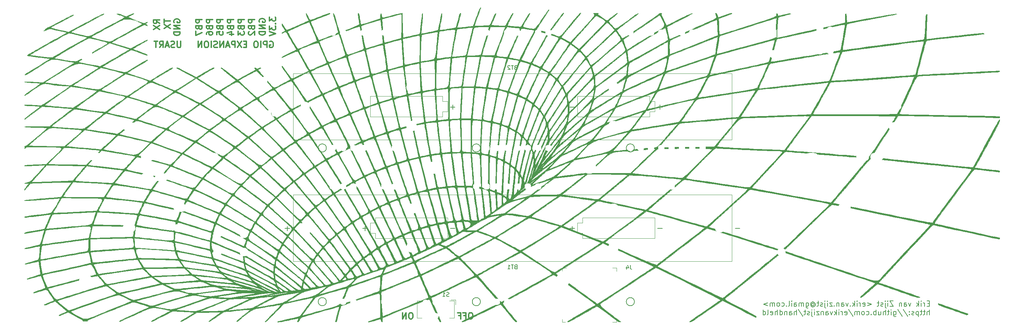
<source format=gbr>
G04 #@! TF.GenerationSoftware,KiCad,Pcbnew,(5.1.6-0-10_14)*
G04 #@! TF.CreationDate,2020-12-21T23:22:52-08:00*
G04 #@! TF.ProjectId,handheld,68616e64-6865-46c6-942e-6b696361645f,rev?*
G04 #@! TF.SameCoordinates,Original*
G04 #@! TF.FileFunction,Legend,Bot*
G04 #@! TF.FilePolarity,Positive*
%FSLAX46Y46*%
G04 Gerber Fmt 4.6, Leading zero omitted, Abs format (unit mm)*
G04 Created by KiCad (PCBNEW (5.1.6-0-10_14)) date 2020-12-21 23:22:52*
%MOMM*%
%LPD*%
G01*
G04 APERTURE LIST*
%ADD10C,0.180000*%
%ADD11C,0.304800*%
%ADD12C,0.010000*%
%ADD13C,0.150000*%
%ADD14C,0.120000*%
%ADD15C,0.100000*%
%ADD16C,3.300000*%
%ADD17C,1.624000*%
%ADD18R,1.150000X1.600000*%
%ADD19O,1.150000X1.600000*%
%ADD20C,2.600000*%
%ADD21C,2.330000*%
%ADD22R,2.330000X2.330000*%
%ADD23C,1.900000*%
%ADD24R,1.900000X1.900000*%
%ADD25C,1.500000*%
%ADD26R,1.500000X1.500000*%
%ADD27C,2.100000*%
%ADD28C,1.950000*%
%ADD29R,1.950000X1.950000*%
%ADD30O,1.800000X1.800000*%
%ADD31R,1.800000X1.800000*%
%ADD32O,3.148000X1.950000*%
%ADD33C,1.600000*%
%ADD34C,2.000000*%
%ADD35C,3.400000*%
G04 APERTURE END LIST*
D10*
X254973476Y-135192142D02*
X254540142Y-135192142D01*
X254354428Y-135873095D02*
X254973476Y-135873095D01*
X254973476Y-134573095D01*
X254354428Y-134573095D01*
X253797285Y-135873095D02*
X253797285Y-135006428D01*
X253797285Y-135254047D02*
X253735380Y-135130238D01*
X253673476Y-135068333D01*
X253549666Y-135006428D01*
X253425857Y-135006428D01*
X252992523Y-135873095D02*
X252992523Y-135006428D01*
X252992523Y-134573095D02*
X253054428Y-134635000D01*
X252992523Y-134696904D01*
X252930619Y-134635000D01*
X252992523Y-134573095D01*
X252992523Y-134696904D01*
X252373476Y-135873095D02*
X252373476Y-134573095D01*
X252249666Y-135377857D02*
X251878238Y-135873095D01*
X251878238Y-135006428D02*
X252373476Y-135501666D01*
X250454428Y-135006428D02*
X250144904Y-135873095D01*
X249835380Y-135006428D01*
X248783000Y-135873095D02*
X248783000Y-135192142D01*
X248844904Y-135068333D01*
X248968714Y-135006428D01*
X249216333Y-135006428D01*
X249340142Y-135068333D01*
X248783000Y-135811190D02*
X248906809Y-135873095D01*
X249216333Y-135873095D01*
X249340142Y-135811190D01*
X249402047Y-135687380D01*
X249402047Y-135563571D01*
X249340142Y-135439761D01*
X249216333Y-135377857D01*
X248906809Y-135377857D01*
X248783000Y-135315952D01*
X248163952Y-135006428D02*
X248163952Y-135873095D01*
X248163952Y-135130238D02*
X248102047Y-135068333D01*
X247978238Y-135006428D01*
X247792523Y-135006428D01*
X247668714Y-135068333D01*
X247606809Y-135192142D01*
X247606809Y-135873095D01*
X246121095Y-134573095D02*
X245254428Y-134573095D01*
X246121095Y-135873095D01*
X245254428Y-135873095D01*
X244759190Y-135873095D02*
X244759190Y-135006428D01*
X244759190Y-134573095D02*
X244821095Y-134635000D01*
X244759190Y-134696904D01*
X244697285Y-134635000D01*
X244759190Y-134573095D01*
X244759190Y-134696904D01*
X244140142Y-135006428D02*
X244140142Y-136120714D01*
X244202047Y-136244523D01*
X244325857Y-136306428D01*
X244387761Y-136306428D01*
X244140142Y-134573095D02*
X244202047Y-134635000D01*
X244140142Y-134696904D01*
X244078238Y-134635000D01*
X244140142Y-134573095D01*
X244140142Y-134696904D01*
X243583000Y-135811190D02*
X243459190Y-135873095D01*
X243211571Y-135873095D01*
X243087761Y-135811190D01*
X243025857Y-135687380D01*
X243025857Y-135625476D01*
X243087761Y-135501666D01*
X243211571Y-135439761D01*
X243397285Y-135439761D01*
X243521095Y-135377857D01*
X243583000Y-135254047D01*
X243583000Y-135192142D01*
X243521095Y-135068333D01*
X243397285Y-135006428D01*
X243211571Y-135006428D01*
X243087761Y-135068333D01*
X242654428Y-135006428D02*
X242159190Y-135006428D01*
X242468714Y-134573095D02*
X242468714Y-135687380D01*
X242406809Y-135811190D01*
X242283000Y-135873095D01*
X242159190Y-135873095D01*
X239744904Y-135006428D02*
X240735380Y-135377857D01*
X239744904Y-135749285D01*
X238630619Y-135811190D02*
X238754428Y-135873095D01*
X239002047Y-135873095D01*
X239125857Y-135811190D01*
X239187761Y-135687380D01*
X239187761Y-135192142D01*
X239125857Y-135068333D01*
X239002047Y-135006428D01*
X238754428Y-135006428D01*
X238630619Y-135068333D01*
X238568714Y-135192142D01*
X238568714Y-135315952D01*
X239187761Y-135439761D01*
X238011571Y-135873095D02*
X238011571Y-135006428D01*
X238011571Y-135254047D02*
X237949666Y-135130238D01*
X237887761Y-135068333D01*
X237763952Y-135006428D01*
X237640142Y-135006428D01*
X237206809Y-135873095D02*
X237206809Y-135006428D01*
X237206809Y-134573095D02*
X237268714Y-134635000D01*
X237206809Y-134696904D01*
X237144904Y-134635000D01*
X237206809Y-134573095D01*
X237206809Y-134696904D01*
X236587761Y-135873095D02*
X236587761Y-134573095D01*
X236463952Y-135377857D02*
X236092523Y-135873095D01*
X236092523Y-135006428D02*
X236587761Y-135501666D01*
X235535380Y-135749285D02*
X235473476Y-135811190D01*
X235535380Y-135873095D01*
X235597285Y-135811190D01*
X235535380Y-135749285D01*
X235535380Y-135873095D01*
X235040142Y-135006428D02*
X234730619Y-135873095D01*
X234421095Y-135006428D01*
X233368714Y-135873095D02*
X233368714Y-135192142D01*
X233430619Y-135068333D01*
X233554428Y-135006428D01*
X233802047Y-135006428D01*
X233925857Y-135068333D01*
X233368714Y-135811190D02*
X233492523Y-135873095D01*
X233802047Y-135873095D01*
X233925857Y-135811190D01*
X233987761Y-135687380D01*
X233987761Y-135563571D01*
X233925857Y-135439761D01*
X233802047Y-135377857D01*
X233492523Y-135377857D01*
X233368714Y-135315952D01*
X232749666Y-135006428D02*
X232749666Y-135873095D01*
X232749666Y-135130238D02*
X232687761Y-135068333D01*
X232563952Y-135006428D01*
X232378238Y-135006428D01*
X232254428Y-135068333D01*
X232192523Y-135192142D01*
X232192523Y-135873095D01*
X231573476Y-135749285D02*
X231511571Y-135811190D01*
X231573476Y-135873095D01*
X231635380Y-135811190D01*
X231573476Y-135749285D01*
X231573476Y-135873095D01*
X231078238Y-135006428D02*
X230397285Y-135006428D01*
X231078238Y-135873095D01*
X230397285Y-135873095D01*
X229902047Y-135873095D02*
X229902047Y-135006428D01*
X229902047Y-134573095D02*
X229963952Y-134635000D01*
X229902047Y-134696904D01*
X229840142Y-134635000D01*
X229902047Y-134573095D01*
X229902047Y-134696904D01*
X229283000Y-135006428D02*
X229283000Y-136120714D01*
X229344904Y-136244523D01*
X229468714Y-136306428D01*
X229530619Y-136306428D01*
X229283000Y-134573095D02*
X229344904Y-134635000D01*
X229283000Y-134696904D01*
X229221095Y-134635000D01*
X229283000Y-134573095D01*
X229283000Y-134696904D01*
X228725857Y-135811190D02*
X228602047Y-135873095D01*
X228354428Y-135873095D01*
X228230619Y-135811190D01*
X228168714Y-135687380D01*
X228168714Y-135625476D01*
X228230619Y-135501666D01*
X228354428Y-135439761D01*
X228540142Y-135439761D01*
X228663952Y-135377857D01*
X228725857Y-135254047D01*
X228725857Y-135192142D01*
X228663952Y-135068333D01*
X228540142Y-135006428D01*
X228354428Y-135006428D01*
X228230619Y-135068333D01*
X227797285Y-135006428D02*
X227302047Y-135006428D01*
X227611571Y-134573095D02*
X227611571Y-135687380D01*
X227549666Y-135811190D01*
X227425857Y-135873095D01*
X227302047Y-135873095D01*
X226063952Y-135254047D02*
X226125857Y-135192142D01*
X226249666Y-135130238D01*
X226373476Y-135130238D01*
X226497285Y-135192142D01*
X226559190Y-135254047D01*
X226621095Y-135377857D01*
X226621095Y-135501666D01*
X226559190Y-135625476D01*
X226497285Y-135687380D01*
X226373476Y-135749285D01*
X226249666Y-135749285D01*
X226125857Y-135687380D01*
X226063952Y-135625476D01*
X226063952Y-135130238D02*
X226063952Y-135625476D01*
X226002047Y-135687380D01*
X225940142Y-135687380D01*
X225816333Y-135625476D01*
X225754428Y-135501666D01*
X225754428Y-135192142D01*
X225878238Y-135006428D01*
X226063952Y-134882619D01*
X226311571Y-134820714D01*
X226559190Y-134882619D01*
X226744904Y-135006428D01*
X226868714Y-135192142D01*
X226930619Y-135439761D01*
X226868714Y-135687380D01*
X226744904Y-135873095D01*
X226559190Y-135996904D01*
X226311571Y-136058809D01*
X226063952Y-135996904D01*
X225878238Y-135873095D01*
X224640142Y-135006428D02*
X224640142Y-136058809D01*
X224702047Y-136182619D01*
X224763952Y-136244523D01*
X224887761Y-136306428D01*
X225073476Y-136306428D01*
X225197285Y-136244523D01*
X224640142Y-135811190D02*
X224763952Y-135873095D01*
X225011571Y-135873095D01*
X225135380Y-135811190D01*
X225197285Y-135749285D01*
X225259190Y-135625476D01*
X225259190Y-135254047D01*
X225197285Y-135130238D01*
X225135380Y-135068333D01*
X225011571Y-135006428D01*
X224763952Y-135006428D01*
X224640142Y-135068333D01*
X224021095Y-135873095D02*
X224021095Y-135006428D01*
X224021095Y-135130238D02*
X223959190Y-135068333D01*
X223835380Y-135006428D01*
X223649666Y-135006428D01*
X223525857Y-135068333D01*
X223463952Y-135192142D01*
X223463952Y-135873095D01*
X223463952Y-135192142D02*
X223402047Y-135068333D01*
X223278238Y-135006428D01*
X223092523Y-135006428D01*
X222968714Y-135068333D01*
X222906809Y-135192142D01*
X222906809Y-135873095D01*
X221730619Y-135873095D02*
X221730619Y-135192142D01*
X221792523Y-135068333D01*
X221916333Y-135006428D01*
X222163952Y-135006428D01*
X222287761Y-135068333D01*
X221730619Y-135811190D02*
X221854428Y-135873095D01*
X222163952Y-135873095D01*
X222287761Y-135811190D01*
X222349666Y-135687380D01*
X222349666Y-135563571D01*
X222287761Y-135439761D01*
X222163952Y-135377857D01*
X221854428Y-135377857D01*
X221730619Y-135315952D01*
X221111571Y-135873095D02*
X221111571Y-135006428D01*
X221111571Y-134573095D02*
X221173476Y-134635000D01*
X221111571Y-134696904D01*
X221049666Y-134635000D01*
X221111571Y-134573095D01*
X221111571Y-134696904D01*
X220306809Y-135873095D02*
X220430619Y-135811190D01*
X220492523Y-135687380D01*
X220492523Y-134573095D01*
X219811571Y-135749285D02*
X219749666Y-135811190D01*
X219811571Y-135873095D01*
X219873476Y-135811190D01*
X219811571Y-135749285D01*
X219811571Y-135873095D01*
X218635380Y-135811190D02*
X218759190Y-135873095D01*
X219006809Y-135873095D01*
X219130619Y-135811190D01*
X219192523Y-135749285D01*
X219254428Y-135625476D01*
X219254428Y-135254047D01*
X219192523Y-135130238D01*
X219130619Y-135068333D01*
X219006809Y-135006428D01*
X218759190Y-135006428D01*
X218635380Y-135068333D01*
X217892523Y-135873095D02*
X218016333Y-135811190D01*
X218078238Y-135749285D01*
X218140142Y-135625476D01*
X218140142Y-135254047D01*
X218078238Y-135130238D01*
X218016333Y-135068333D01*
X217892523Y-135006428D01*
X217706809Y-135006428D01*
X217583000Y-135068333D01*
X217521095Y-135130238D01*
X217459190Y-135254047D01*
X217459190Y-135625476D01*
X217521095Y-135749285D01*
X217583000Y-135811190D01*
X217706809Y-135873095D01*
X217892523Y-135873095D01*
X216902047Y-135873095D02*
X216902047Y-135006428D01*
X216902047Y-135130238D02*
X216840142Y-135068333D01*
X216716333Y-135006428D01*
X216530619Y-135006428D01*
X216406809Y-135068333D01*
X216344904Y-135192142D01*
X216344904Y-135873095D01*
X216344904Y-135192142D02*
X216283000Y-135068333D01*
X216159190Y-135006428D01*
X215973476Y-135006428D01*
X215849666Y-135068333D01*
X215787761Y-135192142D01*
X215787761Y-135873095D01*
X215168714Y-135006428D02*
X214178238Y-135377857D01*
X215168714Y-135749285D01*
X254973476Y-138003095D02*
X254973476Y-136703095D01*
X254416333Y-138003095D02*
X254416333Y-137322142D01*
X254478238Y-137198333D01*
X254602047Y-137136428D01*
X254787761Y-137136428D01*
X254911571Y-137198333D01*
X254973476Y-137260238D01*
X253983000Y-137136428D02*
X253487761Y-137136428D01*
X253797285Y-136703095D02*
X253797285Y-137817380D01*
X253735380Y-137941190D01*
X253611571Y-138003095D01*
X253487761Y-138003095D01*
X253240142Y-137136428D02*
X252744904Y-137136428D01*
X253054428Y-136703095D02*
X253054428Y-137817380D01*
X252992523Y-137941190D01*
X252868714Y-138003095D01*
X252744904Y-138003095D01*
X252311571Y-137136428D02*
X252311571Y-138436428D01*
X252311571Y-137198333D02*
X252187761Y-137136428D01*
X251940142Y-137136428D01*
X251816333Y-137198333D01*
X251754428Y-137260238D01*
X251692523Y-137384047D01*
X251692523Y-137755476D01*
X251754428Y-137879285D01*
X251816333Y-137941190D01*
X251940142Y-138003095D01*
X252187761Y-138003095D01*
X252311571Y-137941190D01*
X251197285Y-137941190D02*
X251073476Y-138003095D01*
X250825857Y-138003095D01*
X250702047Y-137941190D01*
X250640142Y-137817380D01*
X250640142Y-137755476D01*
X250702047Y-137631666D01*
X250825857Y-137569761D01*
X251011571Y-137569761D01*
X251135380Y-137507857D01*
X251197285Y-137384047D01*
X251197285Y-137322142D01*
X251135380Y-137198333D01*
X251011571Y-137136428D01*
X250825857Y-137136428D01*
X250702047Y-137198333D01*
X250083000Y-137879285D02*
X250021095Y-137941190D01*
X250083000Y-138003095D01*
X250144904Y-137941190D01*
X250083000Y-137879285D01*
X250083000Y-138003095D01*
X250083000Y-137198333D02*
X250021095Y-137260238D01*
X250083000Y-137322142D01*
X250144904Y-137260238D01*
X250083000Y-137198333D01*
X250083000Y-137322142D01*
X248535380Y-136641190D02*
X249649666Y-138312619D01*
X247173476Y-136641190D02*
X248287761Y-138312619D01*
X246183000Y-137136428D02*
X246183000Y-138188809D01*
X246244904Y-138312619D01*
X246306809Y-138374523D01*
X246430619Y-138436428D01*
X246616333Y-138436428D01*
X246740142Y-138374523D01*
X246183000Y-137941190D02*
X246306809Y-138003095D01*
X246554428Y-138003095D01*
X246678238Y-137941190D01*
X246740142Y-137879285D01*
X246802047Y-137755476D01*
X246802047Y-137384047D01*
X246740142Y-137260238D01*
X246678238Y-137198333D01*
X246554428Y-137136428D01*
X246306809Y-137136428D01*
X246183000Y-137198333D01*
X245563952Y-138003095D02*
X245563952Y-137136428D01*
X245563952Y-136703095D02*
X245625857Y-136765000D01*
X245563952Y-136826904D01*
X245502047Y-136765000D01*
X245563952Y-136703095D01*
X245563952Y-136826904D01*
X245130619Y-137136428D02*
X244635380Y-137136428D01*
X244944904Y-136703095D02*
X244944904Y-137817380D01*
X244883000Y-137941190D01*
X244759190Y-138003095D01*
X244635380Y-138003095D01*
X244202047Y-138003095D02*
X244202047Y-136703095D01*
X243644904Y-138003095D02*
X243644904Y-137322142D01*
X243706809Y-137198333D01*
X243830619Y-137136428D01*
X244016333Y-137136428D01*
X244140142Y-137198333D01*
X244202047Y-137260238D01*
X242468714Y-137136428D02*
X242468714Y-138003095D01*
X243025857Y-137136428D02*
X243025857Y-137817380D01*
X242963952Y-137941190D01*
X242840142Y-138003095D01*
X242654428Y-138003095D01*
X242530619Y-137941190D01*
X242468714Y-137879285D01*
X241849666Y-138003095D02*
X241849666Y-136703095D01*
X241849666Y-137198333D02*
X241725857Y-137136428D01*
X241478238Y-137136428D01*
X241354428Y-137198333D01*
X241292523Y-137260238D01*
X241230619Y-137384047D01*
X241230619Y-137755476D01*
X241292523Y-137879285D01*
X241354428Y-137941190D01*
X241478238Y-138003095D01*
X241725857Y-138003095D01*
X241849666Y-137941190D01*
X240673476Y-137879285D02*
X240611571Y-137941190D01*
X240673476Y-138003095D01*
X240735380Y-137941190D01*
X240673476Y-137879285D01*
X240673476Y-138003095D01*
X239497285Y-137941190D02*
X239621095Y-138003095D01*
X239868714Y-138003095D01*
X239992523Y-137941190D01*
X240054428Y-137879285D01*
X240116333Y-137755476D01*
X240116333Y-137384047D01*
X240054428Y-137260238D01*
X239992523Y-137198333D01*
X239868714Y-137136428D01*
X239621095Y-137136428D01*
X239497285Y-137198333D01*
X238754428Y-138003095D02*
X238878238Y-137941190D01*
X238940142Y-137879285D01*
X239002047Y-137755476D01*
X239002047Y-137384047D01*
X238940142Y-137260238D01*
X238878238Y-137198333D01*
X238754428Y-137136428D01*
X238568714Y-137136428D01*
X238444904Y-137198333D01*
X238383000Y-137260238D01*
X238321095Y-137384047D01*
X238321095Y-137755476D01*
X238383000Y-137879285D01*
X238444904Y-137941190D01*
X238568714Y-138003095D01*
X238754428Y-138003095D01*
X237763952Y-138003095D02*
X237763952Y-137136428D01*
X237763952Y-137260238D02*
X237702047Y-137198333D01*
X237578238Y-137136428D01*
X237392523Y-137136428D01*
X237268714Y-137198333D01*
X237206809Y-137322142D01*
X237206809Y-138003095D01*
X237206809Y-137322142D02*
X237144904Y-137198333D01*
X237021095Y-137136428D01*
X236835380Y-137136428D01*
X236711571Y-137198333D01*
X236649666Y-137322142D01*
X236649666Y-138003095D01*
X235102047Y-136641190D02*
X236216333Y-138312619D01*
X234173476Y-137941190D02*
X234297285Y-138003095D01*
X234544904Y-138003095D01*
X234668714Y-137941190D01*
X234730619Y-137817380D01*
X234730619Y-137322142D01*
X234668714Y-137198333D01*
X234544904Y-137136428D01*
X234297285Y-137136428D01*
X234173476Y-137198333D01*
X234111571Y-137322142D01*
X234111571Y-137445952D01*
X234730619Y-137569761D01*
X233554428Y-138003095D02*
X233554428Y-137136428D01*
X233554428Y-137384047D02*
X233492523Y-137260238D01*
X233430619Y-137198333D01*
X233306809Y-137136428D01*
X233183000Y-137136428D01*
X232749666Y-138003095D02*
X232749666Y-137136428D01*
X232749666Y-136703095D02*
X232811571Y-136765000D01*
X232749666Y-136826904D01*
X232687761Y-136765000D01*
X232749666Y-136703095D01*
X232749666Y-136826904D01*
X232130619Y-138003095D02*
X232130619Y-136703095D01*
X232006809Y-137507857D02*
X231635380Y-138003095D01*
X231635380Y-137136428D02*
X232130619Y-137631666D01*
X231202047Y-137136428D02*
X230892523Y-138003095D01*
X230583000Y-137136428D01*
X229530619Y-138003095D02*
X229530619Y-137322142D01*
X229592523Y-137198333D01*
X229716333Y-137136428D01*
X229963952Y-137136428D01*
X230087761Y-137198333D01*
X229530619Y-137941190D02*
X229654428Y-138003095D01*
X229963952Y-138003095D01*
X230087761Y-137941190D01*
X230149666Y-137817380D01*
X230149666Y-137693571D01*
X230087761Y-137569761D01*
X229963952Y-137507857D01*
X229654428Y-137507857D01*
X229530619Y-137445952D01*
X228911571Y-137136428D02*
X228911571Y-138003095D01*
X228911571Y-137260238D02*
X228849666Y-137198333D01*
X228725857Y-137136428D01*
X228540142Y-137136428D01*
X228416333Y-137198333D01*
X228354428Y-137322142D01*
X228354428Y-138003095D01*
X227859190Y-137136428D02*
X227178238Y-137136428D01*
X227859190Y-138003095D01*
X227178238Y-138003095D01*
X226683000Y-138003095D02*
X226683000Y-137136428D01*
X226683000Y-136703095D02*
X226744904Y-136765000D01*
X226683000Y-136826904D01*
X226621095Y-136765000D01*
X226683000Y-136703095D01*
X226683000Y-136826904D01*
X226063952Y-137136428D02*
X226063952Y-138250714D01*
X226125857Y-138374523D01*
X226249666Y-138436428D01*
X226311571Y-138436428D01*
X226063952Y-136703095D02*
X226125857Y-136765000D01*
X226063952Y-136826904D01*
X226002047Y-136765000D01*
X226063952Y-136703095D01*
X226063952Y-136826904D01*
X225506809Y-137941190D02*
X225383000Y-138003095D01*
X225135380Y-138003095D01*
X225011571Y-137941190D01*
X224949666Y-137817380D01*
X224949666Y-137755476D01*
X225011571Y-137631666D01*
X225135380Y-137569761D01*
X225321095Y-137569761D01*
X225444904Y-137507857D01*
X225506809Y-137384047D01*
X225506809Y-137322142D01*
X225444904Y-137198333D01*
X225321095Y-137136428D01*
X225135380Y-137136428D01*
X225011571Y-137198333D01*
X224578238Y-137136428D02*
X224083000Y-137136428D01*
X224392523Y-136703095D02*
X224392523Y-137817380D01*
X224330619Y-137941190D01*
X224206809Y-138003095D01*
X224083000Y-138003095D01*
X222721095Y-136641190D02*
X223835380Y-138312619D01*
X222287761Y-138003095D02*
X222287761Y-136703095D01*
X221730619Y-138003095D02*
X221730619Y-137322142D01*
X221792523Y-137198333D01*
X221916333Y-137136428D01*
X222102047Y-137136428D01*
X222225857Y-137198333D01*
X222287761Y-137260238D01*
X220554428Y-138003095D02*
X220554428Y-137322142D01*
X220616333Y-137198333D01*
X220740142Y-137136428D01*
X220987761Y-137136428D01*
X221111571Y-137198333D01*
X220554428Y-137941190D02*
X220678238Y-138003095D01*
X220987761Y-138003095D01*
X221111571Y-137941190D01*
X221173476Y-137817380D01*
X221173476Y-137693571D01*
X221111571Y-137569761D01*
X220987761Y-137507857D01*
X220678238Y-137507857D01*
X220554428Y-137445952D01*
X219935380Y-137136428D02*
X219935380Y-138003095D01*
X219935380Y-137260238D02*
X219873476Y-137198333D01*
X219749666Y-137136428D01*
X219563952Y-137136428D01*
X219440142Y-137198333D01*
X219378238Y-137322142D01*
X219378238Y-138003095D01*
X218202047Y-138003095D02*
X218202047Y-136703095D01*
X218202047Y-137941190D02*
X218325857Y-138003095D01*
X218573476Y-138003095D01*
X218697285Y-137941190D01*
X218759190Y-137879285D01*
X218821095Y-137755476D01*
X218821095Y-137384047D01*
X218759190Y-137260238D01*
X218697285Y-137198333D01*
X218573476Y-137136428D01*
X218325857Y-137136428D01*
X218202047Y-137198333D01*
X217583000Y-138003095D02*
X217583000Y-136703095D01*
X217025857Y-138003095D02*
X217025857Y-137322142D01*
X217087761Y-137198333D01*
X217211571Y-137136428D01*
X217397285Y-137136428D01*
X217521095Y-137198333D01*
X217583000Y-137260238D01*
X215911571Y-137941190D02*
X216035380Y-138003095D01*
X216283000Y-138003095D01*
X216406809Y-137941190D01*
X216468714Y-137817380D01*
X216468714Y-137322142D01*
X216406809Y-137198333D01*
X216283000Y-137136428D01*
X216035380Y-137136428D01*
X215911571Y-137198333D01*
X215849666Y-137322142D01*
X215849666Y-137445952D01*
X216468714Y-137569761D01*
X215106809Y-138003095D02*
X215230619Y-137941190D01*
X215292523Y-137817380D01*
X215292523Y-136703095D01*
X214054428Y-138003095D02*
X214054428Y-136703095D01*
X214054428Y-137941190D02*
X214178238Y-138003095D01*
X214425857Y-138003095D01*
X214549666Y-137941190D01*
X214611571Y-137879285D01*
X214673476Y-137755476D01*
X214673476Y-137384047D01*
X214611571Y-137260238D01*
X214549666Y-137198333D01*
X214425857Y-137136428D01*
X214178238Y-137136428D01*
X214054428Y-137198333D01*
D11*
X142251428Y-137465428D02*
X141961142Y-137465428D01*
X141816000Y-137538000D01*
X141670857Y-137683142D01*
X141598285Y-137973428D01*
X141598285Y-138481428D01*
X141670857Y-138771714D01*
X141816000Y-138916857D01*
X141961142Y-138989428D01*
X142251428Y-138989428D01*
X142396571Y-138916857D01*
X142541714Y-138771714D01*
X142614285Y-138481428D01*
X142614285Y-137973428D01*
X142541714Y-137683142D01*
X142396571Y-137538000D01*
X142251428Y-137465428D01*
X140437142Y-138191142D02*
X140945142Y-138191142D01*
X140945142Y-138989428D02*
X140945142Y-137465428D01*
X140219428Y-137465428D01*
X139130857Y-138191142D02*
X139638857Y-138191142D01*
X139638857Y-138989428D02*
X139638857Y-137465428D01*
X138913142Y-137465428D01*
X127543428Y-137465428D02*
X127253142Y-137465428D01*
X127108000Y-137538000D01*
X126962857Y-137683142D01*
X126890285Y-137973428D01*
X126890285Y-138481428D01*
X126962857Y-138771714D01*
X127108000Y-138916857D01*
X127253142Y-138989428D01*
X127543428Y-138989428D01*
X127688571Y-138916857D01*
X127833714Y-138771714D01*
X127906285Y-138481428D01*
X127906285Y-137973428D01*
X127833714Y-137683142D01*
X127688571Y-137538000D01*
X127543428Y-137465428D01*
X126237142Y-138989428D02*
X126237142Y-137465428D01*
X125366285Y-138989428D01*
X125366285Y-137465428D01*
X92695834Y-70638000D02*
X92840977Y-70565428D01*
X93058691Y-70565428D01*
X93276405Y-70638000D01*
X93421548Y-70783142D01*
X93494120Y-70928285D01*
X93566691Y-71218571D01*
X93566691Y-71436285D01*
X93494120Y-71726571D01*
X93421548Y-71871714D01*
X93276405Y-72016857D01*
X93058691Y-72089428D01*
X92913548Y-72089428D01*
X92695834Y-72016857D01*
X92623262Y-71944285D01*
X92623262Y-71436285D01*
X92913548Y-71436285D01*
X91970120Y-72089428D02*
X91970120Y-70565428D01*
X91389548Y-70565428D01*
X91244405Y-70638000D01*
X91171834Y-70710571D01*
X91099262Y-70855714D01*
X91099262Y-71073428D01*
X91171834Y-71218571D01*
X91244405Y-71291142D01*
X91389548Y-71363714D01*
X91970120Y-71363714D01*
X90446120Y-72089428D02*
X90446120Y-70565428D01*
X89430120Y-70565428D02*
X89139834Y-70565428D01*
X88994691Y-70638000D01*
X88849548Y-70783142D01*
X88776977Y-71073428D01*
X88776977Y-71581428D01*
X88849548Y-71871714D01*
X88994691Y-72016857D01*
X89139834Y-72089428D01*
X89430120Y-72089428D01*
X89575262Y-72016857D01*
X89720405Y-71871714D01*
X89792977Y-71581428D01*
X89792977Y-71073428D01*
X89720405Y-70783142D01*
X89575262Y-70638000D01*
X89430120Y-70565428D01*
X86962691Y-71291142D02*
X86454691Y-71291142D01*
X86236977Y-72089428D02*
X86962691Y-72089428D01*
X86962691Y-70565428D01*
X86236977Y-70565428D01*
X85728977Y-70565428D02*
X84712977Y-72089428D01*
X84712977Y-70565428D02*
X85728977Y-72089428D01*
X84132405Y-72089428D02*
X84132405Y-70565428D01*
X83551834Y-70565428D01*
X83406691Y-70638000D01*
X83334120Y-70710571D01*
X83261548Y-70855714D01*
X83261548Y-71073428D01*
X83334120Y-71218571D01*
X83406691Y-71291142D01*
X83551834Y-71363714D01*
X84132405Y-71363714D01*
X82680977Y-71654000D02*
X81955262Y-71654000D01*
X82826120Y-72089428D02*
X82318120Y-70565428D01*
X81810120Y-72089428D01*
X81302120Y-72089428D02*
X81302120Y-70565428D01*
X80431262Y-72089428D01*
X80431262Y-70565428D01*
X79778120Y-72016857D02*
X79560405Y-72089428D01*
X79197548Y-72089428D01*
X79052405Y-72016857D01*
X78979834Y-71944285D01*
X78907262Y-71799142D01*
X78907262Y-71654000D01*
X78979834Y-71508857D01*
X79052405Y-71436285D01*
X79197548Y-71363714D01*
X79487834Y-71291142D01*
X79632977Y-71218571D01*
X79705548Y-71146000D01*
X79778120Y-71000857D01*
X79778120Y-70855714D01*
X79705548Y-70710571D01*
X79632977Y-70638000D01*
X79487834Y-70565428D01*
X79124977Y-70565428D01*
X78907262Y-70638000D01*
X78254120Y-72089428D02*
X78254120Y-70565428D01*
X77238120Y-70565428D02*
X76947834Y-70565428D01*
X76802691Y-70638000D01*
X76657548Y-70783142D01*
X76584977Y-71073428D01*
X76584977Y-71581428D01*
X76657548Y-71871714D01*
X76802691Y-72016857D01*
X76947834Y-72089428D01*
X77238120Y-72089428D01*
X77383262Y-72016857D01*
X77528405Y-71871714D01*
X77600977Y-71581428D01*
X77600977Y-71073428D01*
X77528405Y-70783142D01*
X77383262Y-70638000D01*
X77238120Y-70565428D01*
X75931834Y-72089428D02*
X75931834Y-70565428D01*
X75060977Y-72089428D01*
X75060977Y-70565428D01*
X70774691Y-70565428D02*
X70774691Y-71799142D01*
X70702120Y-71944285D01*
X70629548Y-72016857D01*
X70484405Y-72089428D01*
X70194120Y-72089428D01*
X70048977Y-72016857D01*
X69976405Y-71944285D01*
X69903834Y-71799142D01*
X69903834Y-70565428D01*
X69250691Y-72016857D02*
X69032977Y-72089428D01*
X68670120Y-72089428D01*
X68524977Y-72016857D01*
X68452405Y-71944285D01*
X68379834Y-71799142D01*
X68379834Y-71654000D01*
X68452405Y-71508857D01*
X68524977Y-71436285D01*
X68670120Y-71363714D01*
X68960405Y-71291142D01*
X69105548Y-71218571D01*
X69178120Y-71146000D01*
X69250691Y-71000857D01*
X69250691Y-70855714D01*
X69178120Y-70710571D01*
X69105548Y-70638000D01*
X68960405Y-70565428D01*
X68597548Y-70565428D01*
X68379834Y-70638000D01*
X67799262Y-71654000D02*
X67073548Y-71654000D01*
X67944405Y-72089428D02*
X67436405Y-70565428D01*
X66928405Y-72089428D01*
X65549548Y-72089428D02*
X66057548Y-71363714D01*
X66420405Y-72089428D02*
X66420405Y-70565428D01*
X65839834Y-70565428D01*
X65694691Y-70638000D01*
X65622120Y-70710571D01*
X65549548Y-70855714D01*
X65549548Y-71073428D01*
X65622120Y-71218571D01*
X65694691Y-71291142D01*
X65839834Y-71363714D01*
X66420405Y-71363714D01*
X65114120Y-70565428D02*
X64243262Y-70565428D01*
X64678691Y-72089428D02*
X64678691Y-70565428D01*
X69138000Y-65918451D02*
X69065428Y-65773308D01*
X69065428Y-65555594D01*
X69138000Y-65337880D01*
X69283142Y-65192737D01*
X69428285Y-65120165D01*
X69718571Y-65047594D01*
X69936285Y-65047594D01*
X70226571Y-65120165D01*
X70371714Y-65192737D01*
X70516857Y-65337880D01*
X70589428Y-65555594D01*
X70589428Y-65700737D01*
X70516857Y-65918451D01*
X70444285Y-65991022D01*
X69936285Y-65991022D01*
X69936285Y-65700737D01*
X70589428Y-66644165D02*
X69065428Y-66644165D01*
X70589428Y-67515022D01*
X69065428Y-67515022D01*
X70589428Y-68240737D02*
X69065428Y-68240737D01*
X69065428Y-68603594D01*
X69138000Y-68821308D01*
X69283142Y-68966451D01*
X69428285Y-69039022D01*
X69718571Y-69111594D01*
X69936285Y-69111594D01*
X70226571Y-69039022D01*
X70371714Y-68966451D01*
X70516857Y-68821308D01*
X70589428Y-68603594D01*
X70589428Y-68240737D01*
X66665428Y-65134451D02*
X66665428Y-66005308D01*
X68189428Y-65569880D02*
X66665428Y-65569880D01*
X66665428Y-66368165D02*
X68189428Y-67384165D01*
X66665428Y-67384165D02*
X68189428Y-66368165D01*
X65589428Y-66160165D02*
X64863714Y-65652165D01*
X65589428Y-65289308D02*
X64065428Y-65289308D01*
X64065428Y-65869880D01*
X64138000Y-66015022D01*
X64210571Y-66087594D01*
X64355714Y-66160165D01*
X64573428Y-66160165D01*
X64718571Y-66087594D01*
X64791142Y-66015022D01*
X64863714Y-65869880D01*
X64863714Y-65289308D01*
X64065428Y-66668165D02*
X65589428Y-67684165D01*
X64065428Y-67684165D02*
X65589428Y-66668165D01*
X76021628Y-65165308D02*
X74497628Y-65165308D01*
X74497628Y-65745880D01*
X74570200Y-65891022D01*
X74642771Y-65963594D01*
X74787914Y-66036165D01*
X75005628Y-66036165D01*
X75150771Y-65963594D01*
X75223342Y-65891022D01*
X75295914Y-65745880D01*
X75295914Y-65165308D01*
X75223342Y-67197308D02*
X75295914Y-67415022D01*
X75368485Y-67487594D01*
X75513628Y-67560165D01*
X75731342Y-67560165D01*
X75876485Y-67487594D01*
X75949057Y-67415022D01*
X76021628Y-67269880D01*
X76021628Y-66689308D01*
X74497628Y-66689308D01*
X74497628Y-67197308D01*
X74570200Y-67342451D01*
X74642771Y-67415022D01*
X74787914Y-67487594D01*
X74933057Y-67487594D01*
X75078200Y-67415022D01*
X75150771Y-67342451D01*
X75223342Y-67197308D01*
X75223342Y-66689308D01*
X74497628Y-68068165D02*
X74497628Y-69084165D01*
X76021628Y-68431022D01*
X78612428Y-65165308D02*
X77088428Y-65165308D01*
X77088428Y-65745880D01*
X77161000Y-65891022D01*
X77233571Y-65963594D01*
X77378714Y-66036165D01*
X77596428Y-66036165D01*
X77741571Y-65963594D01*
X77814142Y-65891022D01*
X77886714Y-65745880D01*
X77886714Y-65165308D01*
X77814142Y-67197308D02*
X77886714Y-67415022D01*
X77959285Y-67487594D01*
X78104428Y-67560165D01*
X78322142Y-67560165D01*
X78467285Y-67487594D01*
X78539857Y-67415022D01*
X78612428Y-67269880D01*
X78612428Y-66689308D01*
X77088428Y-66689308D01*
X77088428Y-67197308D01*
X77161000Y-67342451D01*
X77233571Y-67415022D01*
X77378714Y-67487594D01*
X77523857Y-67487594D01*
X77669000Y-67415022D01*
X77741571Y-67342451D01*
X77814142Y-67197308D01*
X77814142Y-66689308D01*
X77088428Y-68866451D02*
X77088428Y-68576165D01*
X77161000Y-68431022D01*
X77233571Y-68358451D01*
X77451285Y-68213308D01*
X77741571Y-68140737D01*
X78322142Y-68140737D01*
X78467285Y-68213308D01*
X78539857Y-68285880D01*
X78612428Y-68431022D01*
X78612428Y-68721308D01*
X78539857Y-68866451D01*
X78467285Y-68939022D01*
X78322142Y-69011594D01*
X77959285Y-69011594D01*
X77814142Y-68939022D01*
X77741571Y-68866451D01*
X77669000Y-68721308D01*
X77669000Y-68431022D01*
X77741571Y-68285880D01*
X77814142Y-68213308D01*
X77959285Y-68140737D01*
X81203228Y-65165308D02*
X79679228Y-65165308D01*
X79679228Y-65745880D01*
X79751800Y-65891022D01*
X79824371Y-65963594D01*
X79969514Y-66036165D01*
X80187228Y-66036165D01*
X80332371Y-65963594D01*
X80404942Y-65891022D01*
X80477514Y-65745880D01*
X80477514Y-65165308D01*
X80404942Y-67197308D02*
X80477514Y-67415022D01*
X80550085Y-67487594D01*
X80695228Y-67560165D01*
X80912942Y-67560165D01*
X81058085Y-67487594D01*
X81130657Y-67415022D01*
X81203228Y-67269880D01*
X81203228Y-66689308D01*
X79679228Y-66689308D01*
X79679228Y-67197308D01*
X79751800Y-67342451D01*
X79824371Y-67415022D01*
X79969514Y-67487594D01*
X80114657Y-67487594D01*
X80259800Y-67415022D01*
X80332371Y-67342451D01*
X80404942Y-67197308D01*
X80404942Y-66689308D01*
X79679228Y-68939022D02*
X79679228Y-68213308D01*
X80404942Y-68140737D01*
X80332371Y-68213308D01*
X80259800Y-68358451D01*
X80259800Y-68721308D01*
X80332371Y-68866451D01*
X80404942Y-68939022D01*
X80550085Y-69011594D01*
X80912942Y-69011594D01*
X81058085Y-68939022D01*
X81130657Y-68866451D01*
X81203228Y-68721308D01*
X81203228Y-68358451D01*
X81130657Y-68213308D01*
X81058085Y-68140737D01*
X83794028Y-65165308D02*
X82270028Y-65165308D01*
X82270028Y-65745880D01*
X82342600Y-65891022D01*
X82415171Y-65963594D01*
X82560314Y-66036165D01*
X82778028Y-66036165D01*
X82923171Y-65963594D01*
X82995742Y-65891022D01*
X83068314Y-65745880D01*
X83068314Y-65165308D01*
X82995742Y-67197308D02*
X83068314Y-67415022D01*
X83140885Y-67487594D01*
X83286028Y-67560165D01*
X83503742Y-67560165D01*
X83648885Y-67487594D01*
X83721457Y-67415022D01*
X83794028Y-67269880D01*
X83794028Y-66689308D01*
X82270028Y-66689308D01*
X82270028Y-67197308D01*
X82342600Y-67342451D01*
X82415171Y-67415022D01*
X82560314Y-67487594D01*
X82705457Y-67487594D01*
X82850600Y-67415022D01*
X82923171Y-67342451D01*
X82995742Y-67197308D01*
X82995742Y-66689308D01*
X82778028Y-68866451D02*
X83794028Y-68866451D01*
X82197457Y-68503594D02*
X83286028Y-68140737D01*
X83286028Y-69084165D01*
X86384828Y-65165308D02*
X84860828Y-65165308D01*
X84860828Y-65745880D01*
X84933400Y-65891022D01*
X85005971Y-65963594D01*
X85151114Y-66036165D01*
X85368828Y-66036165D01*
X85513971Y-65963594D01*
X85586542Y-65891022D01*
X85659114Y-65745880D01*
X85659114Y-65165308D01*
X85586542Y-67197308D02*
X85659114Y-67415022D01*
X85731685Y-67487594D01*
X85876828Y-67560165D01*
X86094542Y-67560165D01*
X86239685Y-67487594D01*
X86312257Y-67415022D01*
X86384828Y-67269880D01*
X86384828Y-66689308D01*
X84860828Y-66689308D01*
X84860828Y-67197308D01*
X84933400Y-67342451D01*
X85005971Y-67415022D01*
X85151114Y-67487594D01*
X85296257Y-67487594D01*
X85441400Y-67415022D01*
X85513971Y-67342451D01*
X85586542Y-67197308D01*
X85586542Y-66689308D01*
X84860828Y-68068165D02*
X84860828Y-69011594D01*
X85441400Y-68503594D01*
X85441400Y-68721308D01*
X85513971Y-68866451D01*
X85586542Y-68939022D01*
X85731685Y-69011594D01*
X86094542Y-69011594D01*
X86239685Y-68939022D01*
X86312257Y-68866451D01*
X86384828Y-68721308D01*
X86384828Y-68285880D01*
X86312257Y-68140737D01*
X86239685Y-68068165D01*
X88975628Y-65165308D02*
X87451628Y-65165308D01*
X87451628Y-65745880D01*
X87524200Y-65891022D01*
X87596771Y-65963594D01*
X87741914Y-66036165D01*
X87959628Y-66036165D01*
X88104771Y-65963594D01*
X88177342Y-65891022D01*
X88249914Y-65745880D01*
X88249914Y-65165308D01*
X88177342Y-67197308D02*
X88249914Y-67415022D01*
X88322485Y-67487594D01*
X88467628Y-67560165D01*
X88685342Y-67560165D01*
X88830485Y-67487594D01*
X88903057Y-67415022D01*
X88975628Y-67269880D01*
X88975628Y-66689308D01*
X87451628Y-66689308D01*
X87451628Y-67197308D01*
X87524200Y-67342451D01*
X87596771Y-67415022D01*
X87741914Y-67487594D01*
X87887057Y-67487594D01*
X88032200Y-67415022D01*
X88104771Y-67342451D01*
X88177342Y-67197308D01*
X88177342Y-66689308D01*
X87596771Y-68140737D02*
X87524200Y-68213308D01*
X87451628Y-68358451D01*
X87451628Y-68721308D01*
X87524200Y-68866451D01*
X87596771Y-68939022D01*
X87741914Y-69011594D01*
X87887057Y-69011594D01*
X88104771Y-68939022D01*
X88975628Y-68068165D01*
X88975628Y-69011594D01*
X90115000Y-65818451D02*
X90042428Y-65673308D01*
X90042428Y-65455594D01*
X90115000Y-65237880D01*
X90260142Y-65092737D01*
X90405285Y-65020165D01*
X90695571Y-64947594D01*
X90913285Y-64947594D01*
X91203571Y-65020165D01*
X91348714Y-65092737D01*
X91493857Y-65237880D01*
X91566428Y-65455594D01*
X91566428Y-65600737D01*
X91493857Y-65818451D01*
X91421285Y-65891022D01*
X90913285Y-65891022D01*
X90913285Y-65600737D01*
X91566428Y-66544165D02*
X90042428Y-66544165D01*
X91566428Y-67415022D01*
X90042428Y-67415022D01*
X91566428Y-68140737D02*
X90042428Y-68140737D01*
X90042428Y-68503594D01*
X90115000Y-68721308D01*
X90260142Y-68866451D01*
X90405285Y-68939022D01*
X90695571Y-69011594D01*
X90913285Y-69011594D01*
X91203571Y-68939022D01*
X91348714Y-68866451D01*
X91493857Y-68721308D01*
X91566428Y-68503594D01*
X91566428Y-68140737D01*
X92633228Y-64584737D02*
X92633228Y-65528165D01*
X93213800Y-65020165D01*
X93213800Y-65237880D01*
X93286371Y-65383022D01*
X93358942Y-65455594D01*
X93504085Y-65528165D01*
X93866942Y-65528165D01*
X94012085Y-65455594D01*
X94084657Y-65383022D01*
X94157228Y-65237880D01*
X94157228Y-64802451D01*
X94084657Y-64657308D01*
X94012085Y-64584737D01*
X94012085Y-66181308D02*
X94084657Y-66253880D01*
X94157228Y-66181308D01*
X94084657Y-66108737D01*
X94012085Y-66181308D01*
X94157228Y-66181308D01*
X92633228Y-66761880D02*
X92633228Y-67705308D01*
X93213800Y-67197308D01*
X93213800Y-67415022D01*
X93286371Y-67560165D01*
X93358942Y-67632737D01*
X93504085Y-67705308D01*
X93866942Y-67705308D01*
X94012085Y-67632737D01*
X94084657Y-67560165D01*
X94157228Y-67415022D01*
X94157228Y-66979594D01*
X94084657Y-66834451D01*
X94012085Y-66761880D01*
X92633228Y-68140737D02*
X94157228Y-68648737D01*
X92633228Y-69156737D01*
D12*
G36*
X144410497Y-62369290D02*
G01*
X144286775Y-62594034D01*
X144129213Y-62948697D01*
X143933396Y-63442922D01*
X143694907Y-64086353D01*
X143523449Y-64565085D01*
X143319130Y-65136534D01*
X143130493Y-65655137D01*
X142965947Y-66098486D01*
X142833904Y-66444171D01*
X142742776Y-66669784D01*
X142702786Y-66751555D01*
X142597070Y-66784215D01*
X142351141Y-66826783D01*
X141996485Y-66875980D01*
X141564588Y-66928529D01*
X141086934Y-66981151D01*
X140595008Y-67030570D01*
X140120297Y-67073506D01*
X139694285Y-67106683D01*
X139348458Y-67126822D01*
X139114301Y-67130646D01*
X139078897Y-67128824D01*
X138766098Y-67105085D01*
X139225511Y-65426102D01*
X139365160Y-64913380D01*
X139488123Y-64457424D01*
X139587489Y-64084227D01*
X139656349Y-63819784D01*
X139687793Y-63690088D01*
X139688988Y-63682542D01*
X139623516Y-63624454D01*
X139570576Y-63617966D01*
X139519339Y-63627225D01*
X139471450Y-63668158D01*
X139420249Y-63760496D01*
X139359075Y-63923972D01*
X139281270Y-64178319D01*
X139180171Y-64543268D01*
X139049121Y-65038552D01*
X138908404Y-65579845D01*
X138782005Y-66054193D01*
X138663228Y-66475065D01*
X138561230Y-66811863D01*
X138485170Y-67033986D01*
X138451828Y-67105440D01*
X138322305Y-67173771D01*
X138038525Y-67252725D01*
X137617792Y-67338103D01*
X137219291Y-67404366D01*
X136451824Y-67522038D01*
X135837980Y-67612859D01*
X135361215Y-67676401D01*
X135004989Y-67712232D01*
X134752758Y-67719922D01*
X134587981Y-67699040D01*
X134494116Y-67649157D01*
X134454619Y-67569841D01*
X134452950Y-67460663D01*
X134470702Y-67332848D01*
X134501828Y-67149991D01*
X134558198Y-66830586D01*
X134633936Y-66407454D01*
X134723168Y-65913415D01*
X134819698Y-65383051D01*
X134918364Y-64817565D01*
X134991904Y-64342697D01*
X135037679Y-63978872D01*
X135053050Y-63746517D01*
X135041222Y-63668522D01*
X134995573Y-63645521D01*
X134949783Y-63682886D01*
X134899637Y-63796978D01*
X134840918Y-64004155D01*
X134769412Y-64320776D01*
X134680904Y-64763201D01*
X134571178Y-65347790D01*
X134480524Y-65844631D01*
X134366946Y-66461732D01*
X134275423Y-66930658D01*
X134200197Y-67273173D01*
X134135509Y-67511045D01*
X134075601Y-67666039D01*
X134014714Y-67759921D01*
X133961767Y-67805433D01*
X133824059Y-67857204D01*
X133544797Y-67932693D01*
X133151959Y-68025401D01*
X132673523Y-68128828D01*
X132137467Y-68236475D01*
X131960870Y-68270271D01*
X131415767Y-68374635D01*
X130922182Y-68471586D01*
X130507308Y-68555582D01*
X130198341Y-68621086D01*
X130022476Y-68662557D01*
X129998211Y-68670053D01*
X129907079Y-68684904D01*
X129879261Y-68607326D01*
X129902316Y-68400251D01*
X129904018Y-68389398D01*
X129948835Y-68061086D01*
X130002133Y-67601579D01*
X130060017Y-67051437D01*
X130118590Y-66451222D01*
X130173955Y-65841495D01*
X130222214Y-65262819D01*
X130259473Y-64755755D01*
X130271418Y-64565085D01*
X130292829Y-64124041D01*
X130295648Y-63837237D01*
X130279107Y-63687636D01*
X130242435Y-63658197D01*
X130230868Y-63666823D01*
X130195642Y-63774946D01*
X130147256Y-64033449D01*
X130088673Y-64421267D01*
X130022855Y-64917333D01*
X129952767Y-65500581D01*
X129881371Y-66149945D01*
X129880744Y-66155910D01*
X129792048Y-66964145D01*
X129711835Y-67622103D01*
X129640832Y-68124779D01*
X129579765Y-68467170D01*
X129529361Y-68644269D01*
X129516313Y-68664534D01*
X129398303Y-68719908D01*
X129145034Y-68800738D01*
X128785203Y-68900475D01*
X128347506Y-69012572D01*
X127860637Y-69130481D01*
X127353293Y-69247654D01*
X126854169Y-69357544D01*
X126391961Y-69453602D01*
X125995366Y-69529282D01*
X125693077Y-69578034D01*
X125513793Y-69593312D01*
X125478687Y-69585839D01*
X125458793Y-69484281D01*
X125437440Y-69230911D01*
X125415536Y-68846109D01*
X125393991Y-68350250D01*
X125373712Y-67763712D01*
X125355611Y-67106870D01*
X125343523Y-66555575D01*
X125319926Y-65346116D01*
X125119703Y-65346116D01*
X125112546Y-66082953D01*
X125095504Y-66981980D01*
X125092814Y-67100809D01*
X125031192Y-69783318D01*
X123127715Y-70309155D01*
X122572224Y-70460736D01*
X122063964Y-70595894D01*
X121629233Y-70707919D01*
X121294333Y-70790099D01*
X121085564Y-70835725D01*
X121036311Y-70842750D01*
X120863588Y-70787267D01*
X120807050Y-70699830D01*
X120770819Y-70507015D01*
X120724749Y-70167930D01*
X120671270Y-69708071D01*
X120612814Y-69152933D01*
X120551813Y-68528013D01*
X120490697Y-67858806D01*
X120431899Y-67170808D01*
X120377850Y-66489514D01*
X120330981Y-65840421D01*
X120304331Y-65428458D01*
X120280836Y-65043356D01*
X120666435Y-64940293D01*
X120860227Y-64888446D01*
X121190940Y-64799910D01*
X121629157Y-64682563D01*
X122145462Y-64544284D01*
X122710440Y-64392948D01*
X123006268Y-64313700D01*
X123559083Y-64166019D01*
X124054476Y-64034471D01*
X124468885Y-63925249D01*
X124778752Y-63844543D01*
X124960515Y-63798543D01*
X124998550Y-63790169D01*
X125044532Y-63846605D01*
X125079391Y-64021714D01*
X125103374Y-64324200D01*
X125116729Y-64762766D01*
X125119703Y-65346116D01*
X125319926Y-65346116D01*
X125285914Y-63602865D01*
X124934059Y-63638981D01*
X124757701Y-63670406D01*
X124444555Y-63739585D01*
X124024007Y-63839105D01*
X123525443Y-63961553D01*
X122978248Y-64099515D01*
X122411810Y-64245578D01*
X121855514Y-64392330D01*
X121338746Y-64532356D01*
X120890892Y-64658245D01*
X120871486Y-64663847D01*
X120571486Y-64729237D01*
X120379668Y-64699437D01*
X120265916Y-64551303D01*
X120200110Y-64261689D01*
X120184307Y-64135774D01*
X120131561Y-63816883D01*
X120069562Y-63665114D01*
X120005590Y-63676181D01*
X119946923Y-63845797D01*
X119900840Y-64169678D01*
X119889661Y-64309279D01*
X119846611Y-64943997D01*
X117521865Y-65689698D01*
X116787775Y-65922586D01*
X116203562Y-66101790D01*
X115756627Y-66230683D01*
X115434374Y-66312644D01*
X115224203Y-66351045D01*
X115113516Y-66349265D01*
X115095905Y-66339733D01*
X115048098Y-66223976D01*
X114985214Y-65970502D01*
X114914194Y-65612381D01*
X114841980Y-65182685D01*
X114814309Y-64998132D01*
X114744753Y-64550317D01*
X114675544Y-64161963D01*
X114613183Y-63865744D01*
X114564171Y-63694333D01*
X114549590Y-63667861D01*
X114441974Y-63614119D01*
X114386166Y-63720767D01*
X114382067Y-63988957D01*
X114429579Y-64419839D01*
X114465159Y-64651186D01*
X114534184Y-65077435D01*
X114599528Y-65487252D01*
X114651813Y-65821530D01*
X114672918Y-65960609D01*
X114733023Y-66365964D01*
X114220731Y-66624569D01*
X113421303Y-66996450D01*
X112457282Y-67388499D01*
X111334782Y-67798256D01*
X111108550Y-67876384D01*
X110626013Y-68040929D01*
X110279595Y-68146367D01*
X110041297Y-68185737D01*
X109883120Y-68152077D01*
X109777065Y-68038425D01*
X109695132Y-67837821D01*
X109609323Y-67543302D01*
X109597238Y-67500620D01*
X109312537Y-66508185D01*
X109061934Y-65654918D01*
X108846901Y-64945457D01*
X108668905Y-64384440D01*
X108529417Y-63976507D01*
X108429907Y-63726293D01*
X108373560Y-63638844D01*
X108317428Y-63632618D01*
X108286483Y-63669990D01*
X108284426Y-63768759D01*
X108314958Y-63946727D01*
X108381778Y-64221692D01*
X108488588Y-64611454D01*
X108639088Y-65133815D01*
X108793883Y-65660667D01*
X109011331Y-66397686D01*
X109182871Y-66987255D01*
X109310447Y-67447348D01*
X109396005Y-67795934D01*
X109441489Y-68050987D01*
X109448844Y-68230479D01*
X109420014Y-68352380D01*
X109356943Y-68434663D01*
X109261577Y-68495300D01*
X109135860Y-68552263D01*
X109108077Y-68564429D01*
X108881044Y-68660383D01*
X108544126Y-68797441D01*
X108122978Y-68965656D01*
X107643251Y-69155081D01*
X107130599Y-69355769D01*
X106610674Y-69557772D01*
X106109128Y-69751143D01*
X105651615Y-69925935D01*
X105263788Y-70072200D01*
X104971299Y-70179991D01*
X104799800Y-70239362D01*
X104766900Y-70247797D01*
X104693434Y-70174564D01*
X104571204Y-69977669D01*
X104420237Y-69691319D01*
X104325860Y-69494407D01*
X104067396Y-68929927D01*
X103806081Y-68348130D01*
X103551986Y-67772543D01*
X103315181Y-67226693D01*
X103105737Y-66734109D01*
X102933722Y-66318319D01*
X102809207Y-66002849D01*
X102742263Y-65811228D01*
X102733914Y-65774980D01*
X102742189Y-65711872D01*
X102794836Y-65645957D01*
X102910283Y-65568352D01*
X103106961Y-65470174D01*
X103403300Y-65342540D01*
X103817730Y-65176565D01*
X104368682Y-64963368D01*
X104606611Y-64872347D01*
X105370592Y-64580135D01*
X105988504Y-64342345D01*
X106475428Y-64152697D01*
X106846444Y-64004912D01*
X107116632Y-63892709D01*
X107301074Y-63809808D01*
X107414850Y-63749930D01*
X107473040Y-63706795D01*
X107490725Y-63674122D01*
X107490847Y-63671277D01*
X107454741Y-63627487D01*
X107338035Y-63626594D01*
X107128579Y-63672458D01*
X106814222Y-63768945D01*
X106382815Y-63919915D01*
X105822207Y-64129234D01*
X105120249Y-64400763D01*
X104796510Y-64527917D01*
X104132686Y-64791121D01*
X103610546Y-64995508D01*
X103209513Y-65139931D01*
X102909011Y-65223242D01*
X102688464Y-65244292D01*
X102527296Y-65201934D01*
X102404929Y-65095019D01*
X102300788Y-64922400D01*
X102194296Y-64682928D01*
X102064896Y-64375500D01*
X101916488Y-64057054D01*
X101778480Y-63804397D01*
X101672991Y-63656425D01*
X101643727Y-63634858D01*
X101571155Y-63646057D01*
X101564607Y-63758354D01*
X101627616Y-63985389D01*
X101763716Y-64340805D01*
X101925182Y-64721193D01*
X102236931Y-65436963D01*
X101398381Y-65827881D01*
X100982757Y-66018430D01*
X100497153Y-66235834D01*
X99965214Y-66470043D01*
X99410588Y-66711005D01*
X98856921Y-66948671D01*
X98327859Y-67172990D01*
X97847049Y-67373910D01*
X97438137Y-67541382D01*
X97124769Y-67665355D01*
X96930592Y-67735777D01*
X96880538Y-67748142D01*
X96823119Y-67735487D01*
X96754996Y-67686292D01*
X96659100Y-67579418D01*
X96518362Y-67393727D01*
X96315714Y-67108079D01*
X96034086Y-66701336D01*
X96027108Y-66691206D01*
X95826440Y-66404370D01*
X95702687Y-66245659D01*
X95637478Y-66199754D01*
X95612444Y-66251340D01*
X95608984Y-66342557D01*
X95671885Y-66590849D01*
X95857574Y-66945832D01*
X96041681Y-67228971D01*
X96260545Y-67558417D01*
X96373810Y-67783907D01*
X96378446Y-67939810D01*
X96271420Y-68060495D01*
X96049700Y-68180334D01*
X95953886Y-68224183D01*
X95743750Y-68342907D01*
X95621558Y-68458315D01*
X95608984Y-68494703D01*
X95655599Y-68541139D01*
X95809338Y-68509831D01*
X96091042Y-68396503D01*
X96094254Y-68395083D01*
X96363813Y-68280470D01*
X96522648Y-68234147D01*
X96615960Y-68251315D01*
X96688947Y-68327176D01*
X96692254Y-68331593D01*
X96801574Y-68493433D01*
X96974608Y-68767958D01*
X97197544Y-69131680D01*
X97456569Y-69561112D01*
X97737869Y-70032765D01*
X98027631Y-70523152D01*
X98312044Y-71008786D01*
X98577292Y-71466179D01*
X98809564Y-71871843D01*
X98995046Y-72202291D01*
X99119926Y-72434035D01*
X99170389Y-72543587D01*
X99170776Y-72546054D01*
X99124477Y-72618153D01*
X98969150Y-72728561D01*
X98693675Y-72883307D01*
X98286930Y-73088424D01*
X97737793Y-73349942D01*
X97395594Y-73508694D01*
X96884566Y-73748815D01*
X96430547Y-73971020D01*
X96055610Y-74163771D01*
X95781828Y-74315534D01*
X95631274Y-74414771D01*
X95608984Y-74442437D01*
X95637783Y-74544716D01*
X95655163Y-74552881D01*
X95743531Y-74517700D01*
X95963277Y-74419537D01*
X96290313Y-74269465D01*
X96700551Y-74078559D01*
X97169902Y-73857890D01*
X97269570Y-73810769D01*
X97781883Y-73574639D01*
X98258055Y-73366927D01*
X98668850Y-73199528D01*
X98985033Y-73084334D01*
X99177368Y-73033239D01*
X99182204Y-73032683D01*
X99526611Y-72996709D01*
X100892040Y-75415750D01*
X101221557Y-76002014D01*
X101520574Y-76538793D01*
X101779329Y-77008186D01*
X101988059Y-77392288D01*
X102137002Y-77673199D01*
X102216398Y-77833014D01*
X102226616Y-77863309D01*
X102140908Y-77907785D01*
X101929079Y-78008695D01*
X101621944Y-78151582D01*
X101250316Y-78321988D01*
X101205594Y-78342352D01*
X100700958Y-78575998D01*
X100134370Y-78844678D01*
X99588265Y-79109038D01*
X99278383Y-79262391D01*
X98792312Y-79493225D01*
X98431557Y-79636488D01*
X98204008Y-79689203D01*
X98156675Y-79685556D01*
X98039500Y-79639290D01*
X97909998Y-79547712D01*
X97754592Y-79394662D01*
X97559707Y-79163978D01*
X97311765Y-78839498D01*
X96997191Y-78405061D01*
X96602408Y-77844505D01*
X96564459Y-77790154D01*
X96223587Y-77307010D01*
X95967544Y-76957440D01*
X95787327Y-76730624D01*
X95673934Y-76615743D01*
X95618363Y-76601977D01*
X95608984Y-76641774D01*
X95663684Y-76804895D01*
X95826473Y-77097306D01*
X96095378Y-77515854D01*
X96468428Y-78057386D01*
X96679314Y-78353685D01*
X97070206Y-78905856D01*
X97359171Y-79332036D01*
X97551583Y-79640916D01*
X97652816Y-79841191D01*
X97668247Y-79941553D01*
X97664607Y-79947271D01*
X97564421Y-80019331D01*
X97337842Y-80157149D01*
X97010637Y-80345850D01*
X96608571Y-80570557D01*
X96185294Y-80801373D01*
X95709355Y-81058254D01*
X95257408Y-81302744D01*
X94862827Y-81516749D01*
X94558984Y-81682173D01*
X94400297Y-81769238D01*
X94059283Y-81913427D01*
X93765573Y-81920720D01*
X93471799Y-81784836D01*
X93259831Y-81618040D01*
X93145105Y-81501906D01*
X92942019Y-81280587D01*
X92667698Y-80973920D01*
X92339270Y-80601740D01*
X91973859Y-80183887D01*
X91588593Y-79740198D01*
X91200596Y-79290510D01*
X90826996Y-78854659D01*
X90484919Y-78452485D01*
X90191489Y-78103824D01*
X89963835Y-77828513D01*
X89819081Y-77646390D01*
X89774341Y-77580749D01*
X89831362Y-77509498D01*
X90002281Y-77395456D01*
X90161798Y-77308711D01*
X90386496Y-77187631D01*
X90469200Y-77116915D01*
X90426222Y-77079154D01*
X90384916Y-77070568D01*
X90193739Y-77089355D01*
X89941560Y-77173796D01*
X89856993Y-77213451D01*
X89643177Y-77317052D01*
X89521490Y-77342389D01*
X89430997Y-77290093D01*
X89363479Y-77218573D01*
X89214340Y-77108495D01*
X89046248Y-77050731D01*
X88921458Y-77059801D01*
X88893051Y-77108857D01*
X88946219Y-77207404D01*
X89071309Y-77357631D01*
X89249567Y-77547378D01*
X88317920Y-78059360D01*
X87374382Y-78576439D01*
X86577644Y-79009933D01*
X85924810Y-79361375D01*
X85412983Y-79632298D01*
X85039268Y-79824234D01*
X84800766Y-79938717D01*
X84694583Y-79977280D01*
X84693984Y-79977288D01*
X84602946Y-79925499D01*
X84396360Y-79779419D01*
X84092627Y-79552979D01*
X83710145Y-79260113D01*
X83267314Y-78914752D01*
X82782534Y-78530827D01*
X82761642Y-78514156D01*
X82137596Y-78020898D01*
X81634736Y-77634929D01*
X81244330Y-77350508D01*
X80957648Y-77161892D01*
X80765956Y-77063343D01*
X80660525Y-77049118D01*
X80632623Y-77113477D01*
X80632698Y-77114407D01*
X80698986Y-77184642D01*
X80881108Y-77343995D01*
X81159007Y-77575810D01*
X81512627Y-77863432D01*
X81921911Y-78190206D01*
X82050103Y-78291453D01*
X82708277Y-78812711D01*
X83238100Y-79238759D01*
X83648954Y-79577746D01*
X83950220Y-79837826D01*
X84151279Y-80027150D01*
X84261513Y-80153871D01*
X84290302Y-80226139D01*
X84286906Y-80235116D01*
X84199740Y-80304169D01*
X83988552Y-80446144D01*
X83677517Y-80646257D01*
X83290809Y-80889723D01*
X82852600Y-81161758D01*
X82387064Y-81447578D01*
X81918376Y-81732398D01*
X81470709Y-82001435D01*
X81068236Y-82239905D01*
X80735132Y-82433022D01*
X80495569Y-82566003D01*
X80391278Y-82617611D01*
X80201473Y-82683500D01*
X80025237Y-82701140D01*
X79831219Y-82660016D01*
X79588067Y-82549609D01*
X79264430Y-82359403D01*
X78874714Y-82108864D01*
X78471489Y-81849120D01*
X78051140Y-81585260D01*
X77674665Y-81355275D01*
X77488080Y-81245231D01*
X77195998Y-81070640D01*
X76809673Y-80830991D01*
X76377977Y-80556997D01*
X75949785Y-80279368D01*
X75922382Y-80261365D01*
X74920334Y-79602437D01*
X75116304Y-79443750D01*
X75280949Y-79327658D01*
X75566765Y-79143863D01*
X75945081Y-78909519D01*
X76387223Y-78641779D01*
X76864519Y-78357798D01*
X77348296Y-78074728D01*
X77809882Y-77809724D01*
X78220605Y-77579939D01*
X78345594Y-77511788D01*
X78687836Y-77323333D01*
X78893526Y-77198479D01*
X78979733Y-77123008D01*
X78963521Y-77082704D01*
X78881433Y-77065415D01*
X78751843Y-77080933D01*
X78547387Y-77155000D01*
X78252434Y-77295326D01*
X77851355Y-77509622D01*
X77328520Y-77805598D01*
X77030247Y-77978637D01*
X76524748Y-78272953D01*
X76041687Y-78553012D01*
X75610761Y-78801688D01*
X75261667Y-79001855D01*
X75024101Y-79136388D01*
X74985835Y-79157638D01*
X74553534Y-79395951D01*
X73663626Y-78949375D01*
X73270292Y-78748069D01*
X72777700Y-78490072D01*
X72237025Y-78202505D01*
X71699441Y-77912486D01*
X71450135Y-77776314D01*
X70987920Y-77529862D01*
X70571189Y-77321327D01*
X70227935Y-77163763D01*
X69986149Y-77070223D01*
X69892241Y-77049830D01*
X69741076Y-77071979D01*
X69739729Y-77129428D01*
X69834356Y-77188071D01*
X70062210Y-77315222D01*
X70403554Y-77500294D01*
X70838655Y-77732696D01*
X71347775Y-78001840D01*
X71911179Y-78297138D01*
X72085777Y-78388172D01*
X72655086Y-78685847D01*
X73170227Y-78957507D01*
X73612666Y-79193192D01*
X73963866Y-79382941D01*
X74205292Y-79516795D01*
X74318409Y-79584793D01*
X74324421Y-79591083D01*
X74234490Y-79653705D01*
X74021027Y-79793670D01*
X73706379Y-79996813D01*
X73312890Y-80248966D01*
X72862905Y-80535964D01*
X72378770Y-80843640D01*
X71882829Y-81157827D01*
X71397428Y-81464360D01*
X70944912Y-81749071D01*
X70547627Y-81997794D01*
X70227916Y-82196362D01*
X70008126Y-82330610D01*
X69940198Y-82370607D01*
X69590673Y-82550542D01*
X69321028Y-82629058D01*
X69076039Y-82611512D01*
X68800482Y-82503258D01*
X68763350Y-82484735D01*
X68588699Y-82403911D01*
X68283534Y-82270621D01*
X67876881Y-82097215D01*
X67397769Y-81896037D01*
X66875225Y-81679436D01*
X66721940Y-81616415D01*
X66164839Y-81386137D01*
X65617159Y-81156740D01*
X65114931Y-80943539D01*
X64694185Y-80761846D01*
X64390949Y-80626977D01*
X64354143Y-80610024D01*
X64200942Y-80538913D01*
X62632034Y-80538913D01*
X62583567Y-80650728D01*
X62432204Y-80811509D01*
X62169006Y-81027992D01*
X61785032Y-81306911D01*
X61271344Y-81655001D01*
X60619000Y-82078998D01*
X60414346Y-82209650D01*
X59921663Y-82525081D01*
X59440212Y-82836766D01*
X59003339Y-83122864D01*
X58644388Y-83361534D01*
X58396706Y-83530934D01*
X58390957Y-83534991D01*
X58063390Y-83761195D01*
X57832891Y-83902764D01*
X57659614Y-83979509D01*
X57503715Y-84011240D01*
X57422882Y-84016316D01*
X57299650Y-83998842D01*
X57030017Y-83946558D01*
X56635220Y-83864044D01*
X56136496Y-83755878D01*
X55555082Y-83626641D01*
X54912214Y-83480911D01*
X54495424Y-83385056D01*
X53821170Y-83228045D01*
X53192170Y-83079475D01*
X52630350Y-82944687D01*
X52157638Y-82829022D01*
X51795962Y-82737820D01*
X51628330Y-82692819D01*
X50120952Y-82692819D01*
X50015125Y-82824551D01*
X49796036Y-83030556D01*
X49478381Y-83299740D01*
X49076857Y-83621011D01*
X48606159Y-83983276D01*
X48080982Y-84375444D01*
X47516024Y-84786422D01*
X46925980Y-85205116D01*
X46325546Y-85620436D01*
X45729417Y-86021288D01*
X45152290Y-86396579D01*
X45015407Y-86483401D01*
X44249323Y-86966671D01*
X43560509Y-86911420D01*
X43292564Y-86889460D01*
X42882912Y-86855280D01*
X42361417Y-86811401D01*
X41757944Y-86760344D01*
X41102356Y-86704630D01*
X40424518Y-86646780D01*
X40374746Y-86642522D01*
X39718781Y-86585182D01*
X39103133Y-86529078D01*
X38553197Y-86476702D01*
X38094366Y-86430546D01*
X37752035Y-86393103D01*
X37551597Y-86366864D01*
X37533390Y-86363684D01*
X37188984Y-86298494D01*
X37834746Y-85821532D01*
X38056433Y-85661262D01*
X38399000Y-85418108D01*
X38841443Y-85106769D01*
X39362760Y-84741949D01*
X39941948Y-84338347D01*
X40558002Y-83910665D01*
X41131600Y-83513871D01*
X43782690Y-81683173D01*
X46900413Y-82164818D01*
X47613873Y-82274707D01*
X48274258Y-82375789D01*
X48862096Y-82465130D01*
X49357917Y-82539799D01*
X49742248Y-82596863D01*
X49995618Y-82633390D01*
X50098555Y-82646449D01*
X50098821Y-82646451D01*
X50120952Y-82692819D01*
X51628330Y-82692819D01*
X51567249Y-82676422D01*
X51503390Y-82656277D01*
X51310673Y-82546274D01*
X51289072Y-82425530D01*
X51437502Y-82284301D01*
X51460339Y-82269508D01*
X51574347Y-82195982D01*
X51815495Y-82039447D01*
X52166719Y-81811016D01*
X52610953Y-81521798D01*
X53131132Y-81182905D01*
X53710190Y-80805448D01*
X54331062Y-80400538D01*
X54422511Y-80340882D01*
X57190954Y-78534855D01*
X58727596Y-79003409D01*
X59634272Y-79280760D01*
X60389543Y-79514520D01*
X61007094Y-79710074D01*
X61500611Y-79872802D01*
X61883783Y-80008089D01*
X62170295Y-80121316D01*
X62373835Y-80217867D01*
X62508088Y-80303123D01*
X62586742Y-80382467D01*
X62623483Y-80461283D01*
X62632034Y-80538913D01*
X64200942Y-80538913D01*
X63708306Y-80310248D01*
X63917028Y-80139351D01*
X64102008Y-80005220D01*
X64413521Y-79799066D01*
X64828898Y-79534845D01*
X65325467Y-79226509D01*
X65880559Y-78888014D01*
X66471501Y-78533313D01*
X67075624Y-78176360D01*
X67621774Y-77859005D01*
X68093242Y-77585881D01*
X68429940Y-77385275D01*
X68647329Y-77245538D01*
X68760870Y-77155019D01*
X68786027Y-77102068D01*
X68738259Y-77075033D01*
X68674516Y-77065751D01*
X68572718Y-77070587D01*
X68437676Y-77108872D01*
X68252828Y-77189683D01*
X68001611Y-77322100D01*
X67667464Y-77515202D01*
X67233824Y-77778067D01*
X66684129Y-78119774D01*
X66224776Y-78408626D01*
X65654867Y-78767388D01*
X65113109Y-79107112D01*
X64621998Y-79413793D01*
X64204028Y-79673424D01*
X63881695Y-79872002D01*
X63677494Y-79995521D01*
X63650997Y-80011035D01*
X63249282Y-80243438D01*
X60478582Y-79344490D01*
X59818405Y-79128645D01*
X59209514Y-78926400D01*
X58671582Y-78744535D01*
X58224284Y-78589830D01*
X57891315Y-78470508D01*
X56690329Y-78470508D01*
X56646517Y-78566457D01*
X56497478Y-78714798D01*
X56384565Y-78803526D01*
X56133139Y-78980119D01*
X55775445Y-79222533D01*
X55333441Y-79516633D01*
X54829080Y-79848285D01*
X54284320Y-80203355D01*
X53721116Y-80567708D01*
X53161425Y-80927211D01*
X52627201Y-81267729D01*
X52140402Y-81575127D01*
X51722982Y-81835273D01*
X51396898Y-82034030D01*
X51184106Y-82157266D01*
X51137458Y-82181382D01*
X50946773Y-82262761D01*
X50747961Y-82322525D01*
X50522468Y-82359639D01*
X50251740Y-82373069D01*
X49917222Y-82361781D01*
X49500360Y-82324740D01*
X48982600Y-82260912D01*
X48345388Y-82169264D01*
X47570170Y-82048760D01*
X46940000Y-81947420D01*
X46277713Y-81838403D01*
X45673496Y-81735860D01*
X45147395Y-81643437D01*
X44719458Y-81564780D01*
X44409730Y-81503533D01*
X44238260Y-81463343D01*
X44210058Y-81451005D01*
X44280005Y-81386767D01*
X44467202Y-81252141D01*
X44742457Y-81067342D01*
X45049549Y-80869648D01*
X45325029Y-80694802D01*
X45721223Y-80442366D01*
X46213945Y-80127801D01*
X46779011Y-79766564D01*
X47392233Y-79374114D01*
X48029426Y-78965910D01*
X48451034Y-78695581D01*
X49051140Y-78313340D01*
X49609625Y-77962737D01*
X50109023Y-77654349D01*
X50531863Y-77398748D01*
X50860677Y-77206512D01*
X51077998Y-77088213D01*
X51163237Y-77053673D01*
X51308145Y-77075930D01*
X51587199Y-77134941D01*
X51976442Y-77224565D01*
X52451916Y-77338659D01*
X52989662Y-77471082D01*
X53565722Y-77615694D01*
X54156137Y-77766351D01*
X54736950Y-77916913D01*
X55284202Y-78061238D01*
X55773934Y-78193184D01*
X56182190Y-78306611D01*
X56485009Y-78395376D01*
X56658435Y-78453338D01*
X56690329Y-78470508D01*
X57891315Y-78470508D01*
X57887291Y-78469066D01*
X57680278Y-78389022D01*
X57622532Y-78360193D01*
X57671638Y-78295318D01*
X57857941Y-78153282D01*
X58168874Y-77941916D01*
X58591866Y-77669052D01*
X59114350Y-77342522D01*
X59723756Y-76970158D01*
X60407516Y-76559791D01*
X61153061Y-76119255D01*
X61947821Y-75656380D01*
X62136950Y-75547182D01*
X62363986Y-75395823D01*
X62512490Y-75257518D01*
X62545933Y-75190462D01*
X62515912Y-75081006D01*
X62493762Y-75069491D01*
X62396702Y-75113937D01*
X62169007Y-75241248D01*
X61825674Y-75442385D01*
X61381696Y-75708309D01*
X60852067Y-76029980D01*
X60251783Y-76398361D01*
X59595838Y-76804410D01*
X59015763Y-77166135D01*
X58486912Y-77494068D01*
X58077731Y-77739366D01*
X57764143Y-77914215D01*
X57522073Y-78030803D01*
X57327444Y-78101317D01*
X57156181Y-78137943D01*
X57078475Y-78146781D01*
X56914034Y-78149125D01*
X56695205Y-78128350D01*
X56403681Y-78080680D01*
X56021152Y-78002339D01*
X55529310Y-77889552D01*
X54909845Y-77738543D01*
X54144450Y-77545537D01*
X54066566Y-77525667D01*
X53427539Y-77361802D01*
X52844137Y-77210842D01*
X52336771Y-77078177D01*
X51925851Y-76969196D01*
X51870401Y-76954128D01*
X50596243Y-76954128D01*
X50546721Y-77015267D01*
X50372444Y-77153090D01*
X50094414Y-77352581D01*
X49733632Y-77598721D01*
X49311099Y-77876496D01*
X49261667Y-77908392D01*
X48225468Y-78575096D01*
X47323135Y-79153761D01*
X46544272Y-79650380D01*
X45878481Y-80070944D01*
X45315363Y-80421447D01*
X44844523Y-80707880D01*
X44455562Y-80936237D01*
X44138083Y-81112510D01*
X43881688Y-81242691D01*
X43675981Y-81332772D01*
X43510564Y-81388747D01*
X43375038Y-81416607D01*
X43259008Y-81422346D01*
X43176574Y-81415482D01*
X43016500Y-81395662D01*
X42709110Y-81358771D01*
X42278138Y-81307612D01*
X41747321Y-81244990D01*
X41140394Y-81173710D01*
X40481094Y-81096576D01*
X40202543Y-81064073D01*
X39536806Y-80986376D01*
X38920980Y-80914366D01*
X38377311Y-80850654D01*
X37928043Y-80797854D01*
X37595421Y-80758576D01*
X37401692Y-80735432D01*
X37365942Y-80731002D01*
X37381249Y-80680987D01*
X37538727Y-80549232D01*
X37831622Y-80340457D01*
X38253179Y-80059382D01*
X38796646Y-79710729D01*
X39087976Y-79527542D01*
X39682586Y-79155284D01*
X40304975Y-78764910D01*
X40916425Y-78380758D01*
X41478218Y-78027162D01*
X41951635Y-77728458D01*
X42139831Y-77609369D01*
X42934979Y-77118315D01*
X43619348Y-76727937D01*
X44216189Y-76430797D01*
X44748753Y-76219453D01*
X45240293Y-76086463D01*
X45714061Y-76024389D01*
X46193308Y-76025788D01*
X46701287Y-76083221D01*
X46838085Y-76105915D01*
X47153352Y-76165167D01*
X47559646Y-76247631D01*
X48027886Y-76346744D01*
X48528990Y-76455941D01*
X49033879Y-76568660D01*
X49513470Y-76678337D01*
X49938683Y-76778407D01*
X50280438Y-76862309D01*
X50509652Y-76923477D01*
X50596243Y-76954128D01*
X51870401Y-76954128D01*
X51631788Y-76889288D01*
X51474995Y-76843842D01*
X51454634Y-76836046D01*
X51516608Y-76785159D01*
X51709351Y-76658639D01*
X52014703Y-76467314D01*
X52414509Y-76222010D01*
X52890609Y-75933553D01*
X53424845Y-75612770D01*
X53999061Y-75270486D01*
X54595098Y-74917529D01*
X55194799Y-74564724D01*
X55780004Y-74222899D01*
X56332558Y-73902878D01*
X56834301Y-73615490D01*
X57238256Y-73387637D01*
X58603460Y-72625391D01*
X59993510Y-73104562D01*
X60505740Y-73282481D01*
X61009802Y-73459951D01*
X61462328Y-73621538D01*
X61819952Y-73751806D01*
X61964746Y-73806144D01*
X62278242Y-73918179D01*
X62461209Y-73960972D01*
X62538748Y-73938992D01*
X62545933Y-73909637D01*
X62480973Y-73834309D01*
X62282137Y-73721855D01*
X61943491Y-73569807D01*
X61459098Y-73375696D01*
X60823025Y-73137054D01*
X60029336Y-72851414D01*
X59843167Y-72785610D01*
X59033396Y-72500157D01*
X58174535Y-72500157D01*
X57882445Y-72698637D01*
X57656877Y-72844090D01*
X57318074Y-73052136D01*
X56884261Y-73312335D01*
X56373666Y-73614250D01*
X55804513Y-73947439D01*
X55195030Y-74301464D01*
X54563441Y-74665885D01*
X53927975Y-75030264D01*
X53306856Y-75384160D01*
X52718311Y-75717135D01*
X52180566Y-76018749D01*
X51711847Y-76278563D01*
X51330380Y-76486138D01*
X51054391Y-76631033D01*
X50902108Y-76702810D01*
X50881167Y-76708737D01*
X50777551Y-76693920D01*
X50526174Y-76650380D01*
X50148359Y-76582036D01*
X49665427Y-76492809D01*
X49098698Y-76386617D01*
X48469495Y-76267380D01*
X48188475Y-76213731D01*
X47543808Y-76087697D01*
X46957248Y-75967848D01*
X46449233Y-75858769D01*
X46040199Y-75765049D01*
X45750580Y-75691274D01*
X45600814Y-75642031D01*
X45584487Y-75629231D01*
X45592090Y-75595041D01*
X45622064Y-75552373D01*
X45685816Y-75494188D01*
X45794754Y-75413452D01*
X45960283Y-75303128D01*
X46193813Y-75156179D01*
X46506749Y-74965569D01*
X46910500Y-74724261D01*
X47416473Y-74425221D01*
X48036074Y-74061410D01*
X48780712Y-73625794D01*
X49661793Y-73111335D01*
X49749257Y-73060293D01*
X53334577Y-70968056D01*
X52694733Y-70968056D01*
X52595037Y-71115609D01*
X52532298Y-71179184D01*
X52448500Y-71249343D01*
X52328057Y-71335534D01*
X52155381Y-71447203D01*
X51914886Y-71593799D01*
X51590983Y-71784770D01*
X51168085Y-72029562D01*
X50630607Y-72337624D01*
X49962960Y-72718403D01*
X49759831Y-72834067D01*
X49224224Y-73140614D01*
X48676310Y-73457078D01*
X48157091Y-73759575D01*
X47707571Y-74024220D01*
X47380240Y-74220150D01*
X46944957Y-74479779D01*
X46467559Y-74757154D01*
X46022863Y-75009069D01*
X45830410Y-75115104D01*
X45488785Y-75297106D01*
X45242640Y-75409740D01*
X45036978Y-75467365D01*
X44816802Y-75484343D01*
X44527114Y-75475034D01*
X44464577Y-75471740D01*
X44186179Y-75447332D01*
X43773639Y-75398650D01*
X43262543Y-75330510D01*
X42688477Y-75247729D01*
X42087029Y-75155125D01*
X41881526Y-75122080D01*
X41315964Y-75029040D01*
X40800787Y-74942319D01*
X40362624Y-74866558D01*
X40028105Y-74806399D01*
X39823861Y-74766483D01*
X39779234Y-74755666D01*
X39676242Y-74710951D01*
X39695665Y-74647689D01*
X39822285Y-74540722D01*
X40021906Y-74400887D01*
X40364918Y-74181732D01*
X40844154Y-73887523D01*
X41452449Y-73522529D01*
X42182637Y-73091016D01*
X43027552Y-72597251D01*
X43980027Y-72045502D01*
X44938136Y-71494367D01*
X45695632Y-71059785D01*
X46318031Y-70702861D01*
X46819850Y-70415990D01*
X47215606Y-70191566D01*
X47519815Y-70021985D01*
X47746993Y-69899643D01*
X47911659Y-69816933D01*
X48028329Y-69766252D01*
X48111519Y-69739993D01*
X48175746Y-69730553D01*
X48235527Y-69730327D01*
X48302800Y-69731717D01*
X48464556Y-69752387D01*
X48756280Y-69810003D01*
X49150021Y-69897447D01*
X49617828Y-70007603D01*
X50131753Y-70133354D01*
X50663843Y-70267583D01*
X51186150Y-70403173D01*
X51670724Y-70533008D01*
X52089612Y-70649969D01*
X52414867Y-70746941D01*
X52618536Y-70816807D01*
X52672545Y-70844375D01*
X52694733Y-70968056D01*
X53334577Y-70968056D01*
X53354954Y-70956165D01*
X54097393Y-71199613D01*
X54419103Y-71304161D01*
X54863806Y-71447362D01*
X55390282Y-71616012D01*
X55957313Y-71796906D01*
X56507183Y-71971609D01*
X58174535Y-72500157D01*
X59033396Y-72500157D01*
X58905485Y-72455067D01*
X59129847Y-72277025D01*
X59274125Y-72180375D01*
X59541865Y-72017574D01*
X59905311Y-71804853D01*
X60336708Y-71558448D01*
X60808302Y-71294590D01*
X60832824Y-71281017D01*
X61397205Y-70968066D01*
X61827229Y-70727075D01*
X62139654Y-70547431D01*
X62351238Y-70418521D01*
X62478740Y-70329732D01*
X62538916Y-70270453D01*
X62548527Y-70230071D01*
X62531882Y-70205045D01*
X62443005Y-70227580D01*
X62225825Y-70322334D01*
X61902803Y-70478316D01*
X61496401Y-70684534D01*
X61029082Y-70929999D01*
X60809983Y-71047586D01*
X60298367Y-71323381D01*
X59815949Y-71582417D01*
X59391044Y-71809570D01*
X59051962Y-71989717D01*
X58827018Y-72107733D01*
X58784177Y-72129698D01*
X58423438Y-72312438D01*
X56158075Y-71615857D01*
X55562044Y-71431823D01*
X55019570Y-71262877D01*
X54552563Y-71115957D01*
X54182931Y-70998004D01*
X53932582Y-70915956D01*
X53823427Y-70876755D01*
X53821585Y-70875762D01*
X53808035Y-70846477D01*
X53842611Y-70796412D01*
X53935625Y-70719530D01*
X54097385Y-70609790D01*
X54338204Y-70461153D01*
X54668390Y-70267582D01*
X55098255Y-70023037D01*
X55638108Y-69721478D01*
X56298260Y-69356867D01*
X57089022Y-68923166D01*
X58020704Y-68414334D01*
X58068645Y-68388190D01*
X58909872Y-67929953D01*
X59613439Y-67548274D01*
X60192566Y-67236717D01*
X60660473Y-66988841D01*
X61030382Y-66798209D01*
X61315514Y-66658382D01*
X61529088Y-66562920D01*
X61684327Y-66505386D01*
X61794450Y-66479340D01*
X61872680Y-66478343D01*
X61932236Y-66495958D01*
X61943221Y-66501224D01*
X62182853Y-66607868D01*
X62352204Y-66669471D01*
X62509653Y-66684377D01*
X62552859Y-66620141D01*
X62493197Y-66515406D01*
X62342042Y-66408817D01*
X62266102Y-66376965D01*
X62108790Y-66312901D01*
X62063166Y-66250889D01*
X62140461Y-66163478D01*
X62351908Y-66023219D01*
X62430847Y-65974336D01*
X62554208Y-65874155D01*
X62542337Y-65823991D01*
X62425775Y-65827234D01*
X62235060Y-65887270D01*
X62120846Y-65939946D01*
X61924980Y-66028313D01*
X61746829Y-66067739D01*
X61546312Y-66053479D01*
X61283348Y-65980790D01*
X60917855Y-65844931D01*
X60748128Y-65777509D01*
X60493672Y-65683254D01*
X60311374Y-65630058D01*
X60250283Y-65626610D01*
X60295359Y-65678599D01*
X60451586Y-65758808D01*
X60470873Y-65766938D01*
X60717924Y-65893057D01*
X60977953Y-66058722D01*
X60999980Y-66074725D01*
X61273879Y-66276802D01*
X60769058Y-66599754D01*
X60581484Y-66712816D01*
X60263775Y-66896473D01*
X59837062Y-67139026D01*
X59322479Y-67428775D01*
X58741156Y-67754021D01*
X58114227Y-68103066D01*
X57462822Y-68464209D01*
X56808075Y-68825753D01*
X56171117Y-69175998D01*
X55573080Y-69503245D01*
X55035096Y-69795794D01*
X54578298Y-70041948D01*
X54223817Y-70230006D01*
X54045846Y-70321841D01*
X53788140Y-70442051D01*
X53544788Y-70526047D01*
X53291873Y-70572017D01*
X53005476Y-70578148D01*
X52661681Y-70542628D01*
X52236568Y-70463644D01*
X51706220Y-70339384D01*
X51046719Y-70168036D01*
X50667249Y-70065815D01*
X50114489Y-69914220D01*
X49617611Y-69774781D01*
X49200684Y-69654513D01*
X49100082Y-69624264D01*
X47642053Y-69624264D01*
X47609476Y-69705902D01*
X47521187Y-69779658D01*
X47378391Y-69872488D01*
X47120522Y-70023051D01*
X46785376Y-70209802D01*
X46444916Y-70393130D01*
X45529757Y-70880291D01*
X44731134Y-71311286D01*
X44011637Y-71707117D01*
X43333858Y-72088786D01*
X42660388Y-72477294D01*
X41953816Y-72893643D01*
X41379838Y-73236704D01*
X40852509Y-73552215D01*
X40365898Y-73841172D01*
X39941911Y-74090741D01*
X39602454Y-74288089D01*
X39369433Y-74420383D01*
X39270347Y-74472566D01*
X39048166Y-74515762D01*
X38664861Y-74524564D01*
X38127939Y-74499462D01*
X37444910Y-74440941D01*
X36623281Y-74349491D01*
X35854407Y-74250679D01*
X35318587Y-74176803D01*
X34826187Y-74106075D01*
X34408540Y-74043220D01*
X34096977Y-73992961D01*
X33922832Y-73960022D01*
X33917119Y-73958619D01*
X33658814Y-73893283D01*
X34139236Y-73584053D01*
X34338698Y-73461669D01*
X34669391Y-73265875D01*
X35112332Y-73007466D01*
X35648541Y-72697238D01*
X36259035Y-72345989D01*
X36924835Y-71964513D01*
X37626959Y-71563606D01*
X38346426Y-71154066D01*
X39064255Y-70746687D01*
X39761464Y-70352265D01*
X40419073Y-69981597D01*
X41018100Y-69645479D01*
X41539564Y-69354706D01*
X41964485Y-69120075D01*
X42273880Y-68952381D01*
X42384620Y-68894288D01*
X42727875Y-68730707D01*
X43039355Y-68604398D01*
X43270629Y-68534116D01*
X43336260Y-68525763D01*
X43502723Y-68545704D01*
X43798501Y-68600425D01*
X44186018Y-68682271D01*
X44627697Y-68783587D01*
X44770454Y-68817925D01*
X45279145Y-68940028D01*
X45800972Y-69062464D01*
X46277864Y-69171775D01*
X46651752Y-69254502D01*
X46682514Y-69261065D01*
X47029942Y-69344570D01*
X47324438Y-69432992D01*
X47515110Y-69510522D01*
X47543531Y-69528564D01*
X47642053Y-69624264D01*
X49100082Y-69624264D01*
X48887777Y-69560429D01*
X48702959Y-69499542D01*
X48663717Y-69482007D01*
X48723434Y-69430960D01*
X48918653Y-69308866D01*
X49232483Y-69124867D01*
X49648034Y-68888102D01*
X50148414Y-68607712D01*
X50716731Y-68292837D01*
X51336094Y-67952618D01*
X51989613Y-67596197D01*
X52660394Y-67232712D01*
X53331548Y-66871305D01*
X53986183Y-66521116D01*
X54607407Y-66191286D01*
X55178329Y-65890955D01*
X55682058Y-65629264D01*
X56101702Y-65415354D01*
X56420370Y-65258365D01*
X56621171Y-65167437D01*
X56667719Y-65150743D01*
X56944692Y-65109651D01*
X57340853Y-65096055D01*
X57805874Y-65107170D01*
X58289422Y-65140212D01*
X58741166Y-65192398D01*
X59110776Y-65260944D01*
X59223688Y-65292110D01*
X59514358Y-65377833D01*
X59651577Y-65403406D01*
X59641557Y-65373190D01*
X59490508Y-65291548D01*
X59204642Y-65162845D01*
X58802962Y-64996579D01*
X58436971Y-64844873D01*
X58133034Y-64710198D01*
X57925256Y-64608241D01*
X57848893Y-64557807D01*
X57901430Y-64491149D01*
X58079082Y-64368577D01*
X58351955Y-64209186D01*
X58603310Y-64075848D01*
X58966534Y-63883542D01*
X59182123Y-63751394D01*
X59260749Y-63671796D01*
X59217628Y-63637811D01*
X59067220Y-63662943D01*
X58805246Y-63754083D01*
X58471908Y-63895866D01*
X58191881Y-64029890D01*
X57351726Y-64451659D01*
X56397135Y-64075640D01*
X55851715Y-63876107D01*
X55435741Y-63757479D01*
X55158564Y-63722377D01*
X55141187Y-63723370D01*
X55038445Y-63739963D01*
X55027317Y-63772961D01*
X55124080Y-63831029D01*
X55345013Y-63922832D01*
X55706393Y-64057034D01*
X55896649Y-64125507D01*
X56325678Y-64280583D01*
X56614401Y-64391843D01*
X56785010Y-64472469D01*
X56859695Y-64535640D01*
X56860648Y-64594539D01*
X56810060Y-64662347D01*
X56806709Y-64666060D01*
X56641052Y-64800040D01*
X56325057Y-65003942D01*
X55864281Y-65274542D01*
X55264282Y-65608614D01*
X54530617Y-66002930D01*
X54237119Y-66157817D01*
X53919222Y-66325781D01*
X53477879Y-66560294D01*
X52941288Y-66846303D01*
X52337646Y-67168756D01*
X51695149Y-67512600D01*
X51041995Y-67862785D01*
X50827214Y-67978089D01*
X50111489Y-68360340D01*
X49530035Y-68665580D01*
X49067066Y-68901276D01*
X48706794Y-69074894D01*
X48433431Y-69193899D01*
X48231191Y-69265759D01*
X48084286Y-69297939D01*
X48028908Y-69301483D01*
X47851246Y-69281717D01*
X47534659Y-69225820D01*
X47107238Y-69139604D01*
X46597076Y-69028881D01*
X46032264Y-68899464D01*
X45678077Y-68815077D01*
X45046076Y-68661197D01*
X44564349Y-68540448D01*
X44215412Y-68447077D01*
X43981783Y-68375333D01*
X43845980Y-68319463D01*
X43790519Y-68273715D01*
X43797919Y-68232336D01*
X43826891Y-68205993D01*
X43985270Y-68099280D01*
X44237502Y-67945476D01*
X44589837Y-67741161D01*
X45048526Y-67482914D01*
X45619819Y-67167318D01*
X46309967Y-66790952D01*
X47125221Y-66350396D01*
X48071830Y-65842231D01*
X49156046Y-65263038D01*
X50384119Y-64609396D01*
X50965255Y-64300726D01*
X51385514Y-64069981D01*
X51678594Y-63892290D01*
X51834923Y-63773985D01*
X51844931Y-63721397D01*
X51842072Y-63720734D01*
X51738738Y-63754185D01*
X51497779Y-63861774D01*
X51133383Y-64036359D01*
X50659738Y-64270795D01*
X50091033Y-64557938D01*
X49441456Y-64890645D01*
X48725194Y-65261773D01*
X47956436Y-65664176D01*
X47418924Y-65947801D01*
X43152179Y-68206366D01*
X42710581Y-68120895D01*
X42212426Y-68021350D01*
X41669428Y-67907537D01*
X41107957Y-67785558D01*
X40554383Y-67661516D01*
X40035075Y-67541515D01*
X39576405Y-67431656D01*
X39204742Y-67338044D01*
X38946455Y-67266779D01*
X38827915Y-67223966D01*
X38824916Y-67221635D01*
X38798592Y-67176524D01*
X38815354Y-67119914D01*
X38888058Y-67044166D01*
X39029560Y-66941641D01*
X39252717Y-66804699D01*
X39570386Y-66625703D01*
X39995424Y-66397012D01*
X40540687Y-66110989D01*
X41219032Y-65759993D01*
X41709323Y-65507811D01*
X42320860Y-65192486D01*
X42884625Y-64899427D01*
X43381957Y-64638518D01*
X43794193Y-64419645D01*
X44102672Y-64252693D01*
X44288732Y-64147546D01*
X44335424Y-64116790D01*
X44379142Y-64040488D01*
X44280589Y-64045162D01*
X44047577Y-64127352D01*
X43687917Y-64283601D01*
X43209422Y-64510449D01*
X42619902Y-64804438D01*
X41927170Y-65162108D01*
X41674265Y-65295101D01*
X40810447Y-65750392D01*
X40087030Y-66129621D01*
X39492812Y-66438399D01*
X39016591Y-66682335D01*
X38647165Y-66867042D01*
X38373331Y-66998129D01*
X38183887Y-67081208D01*
X38067631Y-67121888D01*
X38016692Y-67126993D01*
X37900000Y-67162302D01*
X37778763Y-67251358D01*
X37622963Y-67394014D01*
X37402900Y-67595024D01*
X37275085Y-67711613D01*
X37112420Y-67863256D01*
X37042124Y-67946515D01*
X37079087Y-67961503D01*
X37238197Y-67908336D01*
X37534343Y-67787129D01*
X37705594Y-67714936D01*
X38074631Y-67582271D01*
X38426960Y-67515589D01*
X38807169Y-67514593D01*
X39259845Y-67578982D01*
X39799482Y-67700908D01*
X40264054Y-67811917D01*
X40809643Y-67934585D01*
X41347928Y-68049302D01*
X41580170Y-68096257D01*
X41968843Y-68178657D01*
X42296651Y-68258739D01*
X42525440Y-68326511D01*
X42613390Y-68366812D01*
X42642240Y-68390957D01*
X42660783Y-68412749D01*
X42654480Y-68441134D01*
X42608796Y-68485057D01*
X42509191Y-68553464D01*
X42341130Y-68655300D01*
X42090075Y-68799510D01*
X41741489Y-68995038D01*
X41280834Y-69250832D01*
X40693573Y-69575834D01*
X40246622Y-69823152D01*
X39550124Y-70211005D01*
X38770065Y-70649288D01*
X37959002Y-71108218D01*
X37169495Y-71558006D01*
X36454101Y-71968869D01*
X36161326Y-72138366D01*
X35601055Y-72461467D01*
X35059882Y-72769281D01*
X34564699Y-73046839D01*
X34142399Y-73279168D01*
X33819873Y-73451299D01*
X33650283Y-73536292D01*
X33371877Y-73682086D01*
X33160034Y-73821858D01*
X33061508Y-73924080D01*
X33027922Y-74049644D01*
X33032550Y-74077022D01*
X33130529Y-74098272D01*
X33373211Y-74136696D01*
X33734331Y-74188909D01*
X34187620Y-74251525D01*
X34706810Y-74321160D01*
X35265635Y-74394426D01*
X35837827Y-74467941D01*
X36397119Y-74538317D01*
X36917242Y-74602170D01*
X37371930Y-74656114D01*
X37734914Y-74696765D01*
X37979928Y-74720736D01*
X38066444Y-74725782D01*
X38301857Y-74742944D01*
X38455313Y-74786732D01*
X38477040Y-74805574D01*
X38484056Y-74848500D01*
X38450818Y-74907664D01*
X38365362Y-74991036D01*
X38215721Y-75106585D01*
X37989931Y-75262280D01*
X37676026Y-75466090D01*
X37262041Y-75725984D01*
X36736009Y-76049931D01*
X36085966Y-76445900D01*
X35299945Y-76921861D01*
X35294746Y-76925003D01*
X34677583Y-77299039D01*
X34104377Y-77648351D01*
X33592531Y-77962187D01*
X33159450Y-78229797D01*
X32822538Y-78440426D01*
X32599200Y-78583323D01*
X32507973Y-78646642D01*
X32423456Y-78784067D01*
X32422605Y-78851711D01*
X32505299Y-78843337D01*
X32721029Y-78744397D01*
X33060096Y-78560665D01*
X33512805Y-78297916D01*
X34069460Y-77961925D01*
X34720363Y-77558467D01*
X35455819Y-77093318D01*
X36266130Y-76572252D01*
X36448236Y-76454096D01*
X37105476Y-76030904D01*
X37642728Y-75696099D01*
X38081361Y-75439721D01*
X38442747Y-75251813D01*
X38748256Y-75122417D01*
X39019259Y-75041576D01*
X39277126Y-74999330D01*
X39543228Y-74985722D01*
X39599831Y-74985563D01*
X39976359Y-75000167D01*
X40347225Y-75036072D01*
X40590000Y-75076964D01*
X40793525Y-75118601D01*
X41134048Y-75182350D01*
X41578662Y-75262307D01*
X42094455Y-75352567D01*
X42648518Y-75447227D01*
X42734813Y-75461763D01*
X43357024Y-75567486D01*
X43827447Y-75650684D01*
X44164408Y-75715559D01*
X44386236Y-75766313D01*
X44511259Y-75807149D01*
X44557805Y-75842270D01*
X44544201Y-75875879D01*
X44543503Y-75876509D01*
X44465681Y-75926960D01*
X44255444Y-76059969D01*
X43926485Y-76266955D01*
X43492495Y-76539333D01*
X42967166Y-76868520D01*
X42364190Y-77245934D01*
X41697260Y-77662990D01*
X40980065Y-78111106D01*
X40685850Y-78294836D01*
X36864072Y-80681059D01*
X34830203Y-80587479D01*
X34099260Y-80554109D01*
X33523044Y-80528814D01*
X33084277Y-80511445D01*
X32765679Y-80501854D01*
X32549972Y-80499892D01*
X32419876Y-80505412D01*
X32358111Y-80518264D01*
X32347399Y-80538302D01*
X32370461Y-80565376D01*
X32371594Y-80566384D01*
X32478630Y-80592847D01*
X32730979Y-80625385D01*
X33101965Y-80661483D01*
X33564910Y-80698626D01*
X34093138Y-80734300D01*
X34257642Y-80744182D01*
X34803226Y-80778854D01*
X35294407Y-80815421D01*
X35703725Y-80851403D01*
X36003720Y-80884324D01*
X36166932Y-80911704D01*
X36184451Y-80918080D01*
X36161870Y-80990513D01*
X35997088Y-81149505D01*
X35694735Y-81391645D01*
X35259443Y-81713523D01*
X34695842Y-82111729D01*
X34008562Y-82582853D01*
X33202235Y-83123484D01*
X33077628Y-83206172D01*
X32765896Y-83424155D01*
X32517026Y-83619824D01*
X32361437Y-83767923D01*
X32324238Y-83831640D01*
X32325658Y-83876919D01*
X32341060Y-83901688D01*
X32387154Y-83895852D01*
X32480652Y-83849317D01*
X32638264Y-83751988D01*
X32876702Y-83593772D01*
X33212678Y-83364572D01*
X33662901Y-83054296D01*
X34023733Y-82805044D01*
X34720470Y-82327677D01*
X35296366Y-81942720D01*
X35768722Y-81639767D01*
X36154839Y-81408414D01*
X36472019Y-81238257D01*
X36737562Y-81118891D01*
X36949756Y-81045391D01*
X37139221Y-80994561D01*
X37310898Y-80966887D01*
X37501803Y-80964313D01*
X37748956Y-80988783D01*
X38089373Y-81042243D01*
X38560073Y-81126637D01*
X38585688Y-81131336D01*
X39804914Y-81330435D01*
X40936015Y-81460576D01*
X42045412Y-81528756D01*
X42462712Y-81539662D01*
X42847566Y-81550453D01*
X43159397Y-81567093D01*
X43363988Y-81587219D01*
X43428153Y-81606330D01*
X43357491Y-81679764D01*
X43160655Y-81836397D01*
X42855016Y-82064297D01*
X42457941Y-82351532D01*
X41986798Y-82686171D01*
X41458957Y-83056281D01*
X40891785Y-83449930D01*
X40302650Y-83855187D01*
X39708923Y-84260119D01*
X39127970Y-84652794D01*
X38577160Y-85021281D01*
X38073861Y-85353647D01*
X37635443Y-85637960D01*
X37279273Y-85862288D01*
X37022720Y-86014700D01*
X36967504Y-86044759D01*
X36350806Y-86368824D01*
X34617352Y-86272169D01*
X33930527Y-86234309D01*
X33396444Y-86206663D01*
X32995937Y-86189398D01*
X32709838Y-86182680D01*
X32518980Y-86186676D01*
X32404196Y-86201553D01*
X32346318Y-86227477D01*
X32326180Y-86264616D01*
X32324238Y-86292107D01*
X32358928Y-86333484D01*
X32475132Y-86367515D01*
X32691045Y-86395965D01*
X33024865Y-86420600D01*
X33494788Y-86443186D01*
X34107344Y-86465112D01*
X34646428Y-86485988D01*
X35127650Y-86511253D01*
X35524195Y-86538957D01*
X35809249Y-86567152D01*
X35955997Y-86593886D01*
X35968249Y-86600418D01*
X36002526Y-86732724D01*
X35985022Y-86776956D01*
X35901775Y-86853168D01*
X35698891Y-87016750D01*
X35395425Y-87253003D01*
X35010435Y-87547229D01*
X34562977Y-87884731D01*
X34124117Y-88212213D01*
X33639857Y-88576509D01*
X33204893Y-88912745D01*
X32837568Y-89206004D01*
X32556224Y-89441371D01*
X32379203Y-89603928D01*
X32324238Y-89675887D01*
X32323553Y-89719822D01*
X32330736Y-89749146D01*
X32359639Y-89754435D01*
X32424118Y-89726266D01*
X32538025Y-89655213D01*
X32715216Y-89531854D01*
X32969544Y-89346765D01*
X33314864Y-89090522D01*
X33765028Y-88753701D01*
X34333893Y-88326878D01*
X34589995Y-88134677D01*
X36640498Y-86595987D01*
X37947961Y-86687757D01*
X38649152Y-86737941D01*
X39383270Y-86792215D01*
X40128912Y-86848842D01*
X40864675Y-86906082D01*
X41569155Y-86962196D01*
X42220950Y-87015448D01*
X42798656Y-87064097D01*
X43280870Y-87106406D01*
X43646190Y-87140636D01*
X43873211Y-87165049D01*
X43932118Y-87173818D01*
X43981093Y-87201587D01*
X43967279Y-87261055D01*
X43877165Y-87364560D01*
X43697243Y-87524444D01*
X43414002Y-87753047D01*
X43013932Y-88062709D01*
X42683644Y-88314208D01*
X42127733Y-88737339D01*
X41503348Y-89214998D01*
X40865476Y-89704965D01*
X40269107Y-90165024D01*
X39883894Y-90463685D01*
X38532025Y-91514915D01*
X35428131Y-91514915D01*
X34716334Y-91516870D01*
X34062002Y-91522434D01*
X33484335Y-91531154D01*
X33002531Y-91542577D01*
X32635789Y-91556251D01*
X32403308Y-91571721D01*
X32324238Y-91588124D01*
X32407250Y-91631214D01*
X32643949Y-91671256D01*
X33015828Y-91707020D01*
X33504379Y-91737280D01*
X34091095Y-91760807D01*
X34757469Y-91776374D01*
X35243397Y-91781766D01*
X35779343Y-91788696D01*
X36322227Y-91801806D01*
X36817885Y-91819401D01*
X37212149Y-91839782D01*
X37304562Y-91846342D01*
X38022851Y-91902373D01*
X36960155Y-92809772D01*
X36088720Y-93552546D01*
X35338030Y-94189273D01*
X34699092Y-94727145D01*
X34162918Y-95173355D01*
X33720517Y-95535096D01*
X33362899Y-95819559D01*
X33081075Y-96033937D01*
X32866052Y-96185422D01*
X32708843Y-96281208D01*
X32600456Y-96328485D01*
X32551780Y-96336610D01*
X32369482Y-96379459D01*
X32324238Y-96465763D01*
X32379796Y-96580192D01*
X32427560Y-96594915D01*
X32487463Y-96620329D01*
X32427560Y-96698237D01*
X32335303Y-96861059D01*
X32324238Y-96929600D01*
X32365840Y-96976870D01*
X32496550Y-96889863D01*
X32565729Y-96826278D01*
X32807220Y-96594915D01*
X36634034Y-96598665D01*
X37669129Y-96600626D01*
X38544786Y-96605271D01*
X39273764Y-96614032D01*
X39868823Y-96628344D01*
X40342725Y-96649639D01*
X40708228Y-96679349D01*
X40978094Y-96718908D01*
X41165082Y-96769749D01*
X41281952Y-96833304D01*
X41341465Y-96911007D01*
X41356381Y-97004291D01*
X41339460Y-97114588D01*
X41336473Y-97126747D01*
X41292614Y-97233644D01*
X41200973Y-97372978D01*
X41050060Y-97556781D01*
X40828383Y-97797085D01*
X40524451Y-98105922D01*
X40126773Y-98495324D01*
X39623858Y-98977324D01*
X39051045Y-99519784D01*
X37641242Y-100849812D01*
X35606977Y-100917149D01*
X34750757Y-100946824D01*
X34051931Y-100974502D01*
X33495720Y-101001491D01*
X33067345Y-101029098D01*
X32752029Y-101058633D01*
X32534993Y-101091403D01*
X32401458Y-101128718D01*
X32336647Y-101171884D01*
X32324238Y-101207763D01*
X32355519Y-101265647D01*
X32468902Y-101296084D01*
X32693698Y-101302106D01*
X33059218Y-101286746D01*
X33077628Y-101285704D01*
X33412830Y-101266886D01*
X33875354Y-101241313D01*
X34420567Y-101211432D01*
X35003834Y-101179692D01*
X35492399Y-101153282D01*
X36016084Y-101123009D01*
X36485185Y-101091994D01*
X36870810Y-101062463D01*
X37144065Y-101036640D01*
X37276055Y-101016749D01*
X37279010Y-101015732D01*
X37388060Y-101003252D01*
X37404238Y-101025269D01*
X37348365Y-101114632D01*
X37192483Y-101310238D01*
X36954197Y-101592550D01*
X36651110Y-101942030D01*
X36300827Y-102339139D01*
X35920953Y-102764340D01*
X35529091Y-103198095D01*
X35142847Y-103620865D01*
X34779825Y-104013112D01*
X34457630Y-104355300D01*
X34193865Y-104627888D01*
X34006135Y-104811340D01*
X33944687Y-104864802D01*
X33581377Y-105116854D01*
X33214666Y-105282996D01*
X32769157Y-105395313D01*
X32647119Y-105416990D01*
X32399741Y-105477755D01*
X32309517Y-105539964D01*
X32362050Y-105590066D01*
X32542947Y-105614506D01*
X32837811Y-105599730D01*
X32840848Y-105599388D01*
X33112319Y-105575979D01*
X33299426Y-105573811D01*
X33357458Y-105589571D01*
X33307249Y-105673605D01*
X33172256Y-105859861D01*
X32975927Y-106116620D01*
X32840848Y-106288301D01*
X32616813Y-106586805D01*
X32441778Y-106851576D01*
X32340087Y-107044131D01*
X32324238Y-107104963D01*
X32336953Y-107242045D01*
X32353556Y-107271525D01*
X32414734Y-107207895D01*
X32560623Y-107034152D01*
X32770092Y-106776023D01*
X33022010Y-106459232D01*
X33050585Y-106422951D01*
X33718296Y-105574377D01*
X34807877Y-105520354D01*
X35479523Y-105489467D01*
X36235755Y-105458837D01*
X37051621Y-105429130D01*
X37902166Y-105401013D01*
X38762435Y-105375152D01*
X39607474Y-105352214D01*
X40412329Y-105332866D01*
X41152046Y-105317775D01*
X41801670Y-105307608D01*
X42336248Y-105303031D01*
X42730824Y-105304711D01*
X42814045Y-105306426D01*
X43875717Y-105334237D01*
X42655204Y-107056271D01*
X42313707Y-107537044D01*
X42002995Y-107972484D01*
X41737593Y-108342399D01*
X41532024Y-108626593D01*
X41400814Y-108804872D01*
X41360531Y-108856322D01*
X41253802Y-108888606D01*
X41005238Y-108928625D01*
X40644822Y-108972610D01*
X40202539Y-109016792D01*
X39840390Y-109047382D01*
X39242144Y-109095257D01*
X38575162Y-109150544D01*
X37859147Y-109211439D01*
X37113799Y-109276142D01*
X36358820Y-109342848D01*
X35613912Y-109409757D01*
X34898776Y-109475066D01*
X34233114Y-109536973D01*
X33636626Y-109593675D01*
X33129016Y-109643369D01*
X32729984Y-109684255D01*
X32459231Y-109714529D01*
X32336460Y-109732390D01*
X32331413Y-109734298D01*
X32313375Y-109775137D01*
X32365794Y-109803726D01*
X32501020Y-109819641D01*
X32731402Y-109822459D01*
X33069289Y-109811755D01*
X33527030Y-109787107D01*
X34116975Y-109748091D01*
X34851473Y-109694283D01*
X35742874Y-109625259D01*
X35921788Y-109611119D01*
X36983960Y-109527034D01*
X37887328Y-109455884D01*
X38644747Y-109396962D01*
X39269077Y-109349563D01*
X39773173Y-109312983D01*
X40169894Y-109286514D01*
X40472096Y-109269454D01*
X40692638Y-109261095D01*
X40844376Y-109260732D01*
X40940169Y-109267661D01*
X40992872Y-109281176D01*
X41015344Y-109300572D01*
X41020442Y-109325143D01*
X41020509Y-109331417D01*
X40978189Y-109441924D01*
X40862004Y-109671171D01*
X40688116Y-109991104D01*
X40472687Y-110373667D01*
X40231879Y-110790803D01*
X39981854Y-111214458D01*
X39738774Y-111616576D01*
X39518800Y-111969102D01*
X39368006Y-112199997D01*
X39160281Y-112473668D01*
X38946719Y-112700397D01*
X38787767Y-112822033D01*
X38635618Y-112867011D01*
X38330461Y-112928065D01*
X37890445Y-113002335D01*
X37333722Y-113086963D01*
X36678441Y-113179092D01*
X35942754Y-113275862D01*
X35755312Y-113299576D01*
X34900197Y-113406976D01*
X34200372Y-113495347D01*
X33640288Y-113567273D01*
X33204393Y-113625335D01*
X32877137Y-113672115D01*
X32642968Y-113710196D01*
X32486337Y-113742160D01*
X32391691Y-113770589D01*
X32343481Y-113798066D01*
X32326155Y-113827173D01*
X32324162Y-113860491D01*
X32324238Y-113869309D01*
X32362038Y-113976282D01*
X32388814Y-113986644D01*
X32486386Y-113975855D01*
X32734944Y-113945542D01*
X33114682Y-113898198D01*
X33605797Y-113836318D01*
X34188483Y-113762396D01*
X34842936Y-113678925D01*
X35465363Y-113599186D01*
X36171215Y-113509106D01*
X36826728Y-113426464D01*
X37411358Y-113353772D01*
X37904565Y-113293543D01*
X38285804Y-113248289D01*
X38534536Y-113220521D01*
X38626898Y-113212542D01*
X38734014Y-113258675D01*
X38724232Y-113363220D01*
X38646707Y-113567881D01*
X38520313Y-113880376D01*
X38357914Y-114270863D01*
X38172371Y-114709498D01*
X37976547Y-115166439D01*
X37783305Y-115611844D01*
X37605507Y-116015869D01*
X37456017Y-116348673D01*
X37347696Y-116580413D01*
X37294874Y-116679474D01*
X37200955Y-116734403D01*
X36988496Y-116801960D01*
X36647023Y-116884472D01*
X36166061Y-116984270D01*
X35535137Y-117103681D01*
X34778136Y-117239018D01*
X34061171Y-117365996D01*
X33496760Y-117469652D01*
X33067449Y-117554094D01*
X32755788Y-117623426D01*
X32544325Y-117681754D01*
X32415606Y-117733184D01*
X32352181Y-117781821D01*
X32337849Y-117813098D01*
X32353133Y-117922846D01*
X32467001Y-117917506D01*
X32593764Y-117890261D01*
X32864853Y-117839047D01*
X33254772Y-117768441D01*
X33738024Y-117683016D01*
X34289113Y-117587347D01*
X34687254Y-117519172D01*
X35273469Y-117418662D01*
X35812526Y-117324945D01*
X36278105Y-117242700D01*
X36643885Y-117176607D01*
X36883543Y-117131345D01*
X36959841Y-117115156D01*
X37037495Y-117094493D01*
X37093504Y-117089411D01*
X37124891Y-117119400D01*
X37128682Y-117203950D01*
X37101900Y-117362551D01*
X37041568Y-117614693D01*
X36944712Y-117979867D01*
X36808354Y-118477562D01*
X36681460Y-118938305D01*
X36517680Y-119516760D01*
X36383606Y-119948629D01*
X36271321Y-120255372D01*
X36172910Y-120458447D01*
X36080456Y-120579311D01*
X36073775Y-120585451D01*
X36001295Y-120646910D01*
X35921439Y-120699274D01*
X35812672Y-120748437D01*
X35653462Y-120800298D01*
X35422274Y-120860753D01*
X35097576Y-120935697D01*
X34657833Y-121031027D01*
X34081513Y-121152641D01*
X33744916Y-121223156D01*
X33291575Y-121321818D01*
X32896994Y-121414791D01*
X32592532Y-121494135D01*
X32409544Y-121551908D01*
X32373029Y-121570574D01*
X32318783Y-121648785D01*
X32364804Y-121690312D01*
X32523403Y-121693971D01*
X32806895Y-121658577D01*
X33227593Y-121582948D01*
X33797811Y-121465900D01*
X34068840Y-121407583D01*
X34592549Y-121296015D01*
X35069468Y-121198527D01*
X35469927Y-121120858D01*
X35764259Y-121068745D01*
X35922793Y-121047926D01*
X35929223Y-121047784D01*
X36133191Y-121047797D01*
X36074302Y-121887288D01*
X36020206Y-122610266D01*
X35969112Y-123179263D01*
X35918186Y-123612407D01*
X35864596Y-123927820D01*
X35805510Y-124143628D01*
X35738093Y-124277957D01*
X35693091Y-124326474D01*
X35495681Y-124438298D01*
X35143751Y-124575414D01*
X34633229Y-124739158D01*
X33960047Y-124930868D01*
X33400509Y-125079653D01*
X32932544Y-125210629D01*
X32622850Y-125320104D01*
X32459498Y-125412764D01*
X32426749Y-125462336D01*
X32444181Y-125502993D01*
X32530144Y-125514335D01*
X32703396Y-125492969D01*
X32982695Y-125435502D01*
X33386798Y-125338540D01*
X33934463Y-125198688D01*
X34049743Y-125168697D01*
X34556866Y-125039376D01*
X35005654Y-124930423D01*
X35370144Y-124847690D01*
X35624376Y-124797027D01*
X35742388Y-124784288D01*
X35746874Y-124786139D01*
X35791690Y-124901797D01*
X35848489Y-125151869D01*
X35912702Y-125502902D01*
X35979756Y-125921442D01*
X36045081Y-126374035D01*
X36104103Y-126827228D01*
X36152252Y-127247566D01*
X36184957Y-127601596D01*
X36197645Y-127855865D01*
X36185745Y-127976917D01*
X36183341Y-127980106D01*
X36090615Y-128018814D01*
X35859768Y-128099398D01*
X35517259Y-128213077D01*
X35089551Y-128351069D01*
X34603105Y-128504595D01*
X34597179Y-128506446D01*
X34107150Y-128662003D01*
X33672866Y-128804656D01*
X33321584Y-128925063D01*
X33080564Y-129013881D01*
X32977128Y-129061705D01*
X32926583Y-129152316D01*
X33032366Y-129180871D01*
X33290442Y-129148071D01*
X33696780Y-129054615D01*
X34247344Y-128901205D01*
X34706755Y-128761529D01*
X35247573Y-128594096D01*
X35647853Y-128474936D01*
X35930896Y-128399300D01*
X36120000Y-128362437D01*
X36238465Y-128359599D01*
X36309592Y-128386035D01*
X36349288Y-128426699D01*
X36454035Y-128609449D01*
X36589194Y-128905409D01*
X36742784Y-129280887D01*
X36902823Y-129702190D01*
X37057332Y-130135627D01*
X37194329Y-130547506D01*
X37301833Y-130904134D01*
X37367862Y-131171819D01*
X37380435Y-131316869D01*
X37378854Y-131321958D01*
X37286505Y-131386801D01*
X37058003Y-131494615D01*
X36720606Y-131634046D01*
X36301570Y-131793744D01*
X35905536Y-131935559D01*
X35443160Y-132100396D01*
X35043149Y-132250342D01*
X34731607Y-132375007D01*
X34534637Y-132464004D01*
X34476780Y-132504146D01*
X34497277Y-132570231D01*
X34572153Y-132599405D01*
X34721483Y-132587697D01*
X34965342Y-132531133D01*
X35323808Y-132425744D01*
X35816954Y-132267556D01*
X36033817Y-132196092D01*
X36506588Y-132042166D01*
X36929444Y-131909319D01*
X37272451Y-131806574D01*
X37505675Y-131742957D01*
X37592202Y-131726301D01*
X37724316Y-131788086D01*
X37908337Y-131948825D01*
X38035034Y-132090339D01*
X38214797Y-132325827D01*
X38434556Y-132635668D01*
X38675361Y-132990372D01*
X38918262Y-133360449D01*
X39144310Y-133716410D01*
X39334556Y-134028765D01*
X39470051Y-134268024D01*
X39531845Y-134404698D01*
X39533069Y-134421640D01*
X39448010Y-134479597D01*
X39231678Y-134586494D01*
X38913323Y-134728929D01*
X38522193Y-134893497D01*
X38358073Y-134960050D01*
X37944948Y-135127731D01*
X37590953Y-135274948D01*
X37325945Y-135389012D01*
X37179783Y-135457234D01*
X37161575Y-135468538D01*
X37167064Y-135560291D01*
X37194724Y-135595144D01*
X37304889Y-135594247D01*
X37553938Y-135526132D01*
X37924706Y-135396410D01*
X38400032Y-135210692D01*
X38516144Y-135163200D01*
X38947162Y-134987491D01*
X39322944Y-134837843D01*
X39614381Y-134725569D01*
X39792363Y-134661986D01*
X39831663Y-134651864D01*
X39912218Y-134704907D01*
X40098901Y-134850946D01*
X40368567Y-135070346D01*
X40698070Y-135343471D01*
X41064265Y-135650687D01*
X41444005Y-135972358D01*
X41814147Y-136288850D01*
X42151544Y-136580526D01*
X42433050Y-136827753D01*
X42635521Y-137010895D01*
X42735811Y-137110316D01*
X42742543Y-137121267D01*
X42671278Y-137172165D01*
X42490580Y-137262840D01*
X42376611Y-137314092D01*
X41788938Y-137572713D01*
X41347093Y-137774976D01*
X41037039Y-137928536D01*
X40844739Y-138041049D01*
X40756157Y-138120171D01*
X40757256Y-138173555D01*
X40775632Y-138187240D01*
X40887628Y-138200428D01*
X41089661Y-138153219D01*
X41400571Y-138039374D01*
X41839204Y-137852651D01*
X41992279Y-137784297D01*
X43066346Y-137300966D01*
X44734106Y-138223183D01*
X45344609Y-138562576D01*
X45818274Y-138830967D01*
X46170246Y-139038317D01*
X46415672Y-139194584D01*
X46569697Y-139309728D01*
X46647468Y-139393710D01*
X46664129Y-139456490D01*
X46653058Y-139485066D01*
X46709622Y-139519542D01*
X46900783Y-139544863D01*
X47189003Y-139556714D01*
X47279326Y-139557043D01*
X47610937Y-139551064D01*
X47790350Y-139533829D01*
X47837409Y-139501551D01*
X47788769Y-139459808D01*
X47759876Y-139440675D01*
X47745954Y-139419211D01*
X47756390Y-139391391D01*
X47800570Y-139353189D01*
X47887882Y-139300580D01*
X48027713Y-139229539D01*
X48229449Y-139136040D01*
X48502477Y-139016058D01*
X48856185Y-138865567D01*
X49299959Y-138680543D01*
X49843186Y-138456960D01*
X50495254Y-138190793D01*
X51265548Y-137878016D01*
X52163456Y-137514604D01*
X53198365Y-137096532D01*
X54379662Y-136619775D01*
X54920544Y-136401542D01*
X55845808Y-136029202D01*
X56625251Y-135717986D01*
X57272125Y-135463071D01*
X57799682Y-135259629D01*
X58221174Y-135102837D01*
X58549856Y-134987868D01*
X58798978Y-134909899D01*
X58981794Y-134864102D01*
X59111556Y-134845654D01*
X59188358Y-134847641D01*
X59390983Y-134888422D01*
X59703787Y-134967973D01*
X60099646Y-135077835D01*
X60551435Y-135209548D01*
X61032030Y-135354653D01*
X61514305Y-135504692D01*
X61971136Y-135651204D01*
X62375399Y-135785730D01*
X62699968Y-135899810D01*
X62917719Y-135984986D01*
X63001526Y-136032799D01*
X63000561Y-136036548D01*
X62908036Y-136087502D01*
X62678907Y-136200626D01*
X62333159Y-136366438D01*
X61890777Y-136575453D01*
X61371743Y-136818187D01*
X60796044Y-137085158D01*
X60608645Y-137171612D01*
X59562798Y-137653850D01*
X58663824Y-138069401D01*
X57901985Y-138423183D01*
X57267541Y-138720113D01*
X56750755Y-138965109D01*
X56341889Y-139163087D01*
X56031204Y-139318966D01*
X55808963Y-139437662D01*
X55665427Y-139524093D01*
X55590858Y-139583177D01*
X55575518Y-139619830D01*
X55609669Y-139638971D01*
X55683572Y-139645517D01*
X55708973Y-139645763D01*
X55815337Y-139610389D01*
X56059728Y-139509548D01*
X56424393Y-139351161D01*
X56891578Y-139143148D01*
X57443526Y-138893429D01*
X58062485Y-138609925D01*
X58730698Y-138300556D01*
X58873211Y-138234168D01*
X59582005Y-137905760D01*
X60273458Y-137589378D01*
X60924648Y-137295222D01*
X61512657Y-137033488D01*
X62014566Y-136814377D01*
X62407455Y-136648087D01*
X62668404Y-136544817D01*
X62675085Y-136542390D01*
X63112546Y-136401449D01*
X63534420Y-136307907D01*
X63969636Y-136262263D01*
X64447125Y-136265016D01*
X64995817Y-136316662D01*
X65644644Y-136417701D01*
X66422534Y-136568629D01*
X66622220Y-136610341D01*
X68244610Y-136952698D01*
X67956797Y-137125692D01*
X67806899Y-137210040D01*
X67526893Y-137362106D01*
X67139301Y-137569874D01*
X66666645Y-137821326D01*
X66131448Y-138104446D01*
X65556232Y-138407217D01*
X65473390Y-138450699D01*
X64818704Y-138796407D01*
X64307120Y-139071976D01*
X63927588Y-139284027D01*
X63669063Y-139439179D01*
X63520495Y-139544054D01*
X63470836Y-139605270D01*
X63506666Y-139629193D01*
X63640837Y-139605706D01*
X63887514Y-139514326D01*
X64254157Y-139351587D01*
X64748227Y-139114021D01*
X65377185Y-138798161D01*
X66132768Y-138408719D01*
X66733268Y-138098345D01*
X67293746Y-137812427D01*
X67793566Y-137561198D01*
X68212095Y-137354892D01*
X68528699Y-137203744D01*
X68722745Y-137117987D01*
X68764339Y-137103517D01*
X68902910Y-137095045D01*
X69185470Y-137097131D01*
X69584226Y-137108289D01*
X70071385Y-137127035D01*
X70619154Y-137151884D01*
X71199740Y-137181351D01*
X71785351Y-137213952D01*
X72348193Y-137248200D01*
X72860473Y-137282612D01*
X73294400Y-137315703D01*
X73622179Y-137345987D01*
X73816017Y-137371980D01*
X73825255Y-137373906D01*
X74040509Y-137421219D01*
X73773561Y-137659750D01*
X73616296Y-137776133D01*
X73336774Y-137958670D01*
X72963274Y-138189885D01*
X72524072Y-138452301D01*
X72047444Y-138728441D01*
X72008730Y-138750496D01*
X71498961Y-139042760D01*
X71126089Y-139262866D01*
X70875718Y-139420901D01*
X70733451Y-139526954D01*
X70684893Y-139591112D01*
X70715646Y-139623462D01*
X70752871Y-139630487D01*
X70871035Y-139617286D01*
X71055750Y-139551810D01*
X71322363Y-139426234D01*
X71686217Y-139232733D01*
X72162657Y-138963482D01*
X72767028Y-138610657D01*
X72856941Y-138557565D01*
X74718988Y-137456867D01*
X77350257Y-137386615D01*
X78023892Y-137369697D01*
X78656702Y-137355822D01*
X79224053Y-137345375D01*
X79701314Y-137338739D01*
X80063851Y-137336298D01*
X80287031Y-137338437D01*
X80325933Y-137340215D01*
X80670339Y-137364068D01*
X79080101Y-138483390D01*
X78547127Y-138862049D01*
X78147735Y-139154485D01*
X77871637Y-139369104D01*
X77708540Y-139514311D01*
X77648155Y-139598510D01*
X77676702Y-139629669D01*
X77817395Y-139590734D01*
X78087273Y-139451054D01*
X78488185Y-139209519D01*
X79021976Y-138865022D01*
X79629526Y-138457883D01*
X81395510Y-137259140D01*
X82152247Y-137197803D01*
X82470860Y-137169335D01*
X82921314Y-137125446D01*
X83464345Y-137070151D01*
X84060691Y-137007461D01*
X84671089Y-136941390D01*
X84798062Y-136927386D01*
X85702518Y-136832841D01*
X86445867Y-136767168D01*
X87026384Y-136730446D01*
X87442346Y-136722752D01*
X87692027Y-136744164D01*
X87773729Y-136793648D01*
X87709490Y-136874250D01*
X87535985Y-137032536D01*
X87282031Y-137243295D01*
X87063390Y-137415041D01*
X86726379Y-137678238D01*
X86306309Y-138012456D01*
X85852281Y-138378321D01*
X85413398Y-138736456D01*
X85332080Y-138803427D01*
X84939237Y-139132043D01*
X84671298Y-139368258D01*
X84516401Y-139524311D01*
X84462682Y-139612439D01*
X84498281Y-139644879D01*
X84515593Y-139645763D01*
X84694948Y-139588211D01*
X84943940Y-139434839D01*
X85149106Y-139272377D01*
X86013852Y-138534974D01*
X86774656Y-137919617D01*
X87441625Y-137419323D01*
X88024862Y-137027112D01*
X88534472Y-136736004D01*
X88980561Y-136539017D01*
X89211537Y-136465839D01*
X89399821Y-136425554D01*
X89729021Y-136365477D01*
X90169636Y-136290556D01*
X90692167Y-136205740D01*
X91267113Y-136115977D01*
X91579334Y-136068639D01*
X92496663Y-135929034D01*
X93303201Y-135802232D01*
X93987182Y-135690212D01*
X94536839Y-135594959D01*
X94940406Y-135518453D01*
X95186116Y-135462676D01*
X95200000Y-135458765D01*
X95303285Y-135444314D01*
X95336319Y-135485494D01*
X95291944Y-135591056D01*
X95163001Y-135769752D01*
X94942332Y-136030330D01*
X94622777Y-136381543D01*
X94197179Y-136832140D01*
X93658379Y-137390872D01*
X93413390Y-137642672D01*
X92943942Y-138125622D01*
X92515505Y-138569024D01*
X92142309Y-138957944D01*
X91838581Y-139277448D01*
X91618551Y-139512601D01*
X91496449Y-139648470D01*
X91476102Y-139675992D01*
X91547253Y-139698253D01*
X91664034Y-139685784D01*
X91766554Y-139617357D01*
X91973389Y-139439106D01*
X92269533Y-139165374D01*
X92639982Y-138810502D01*
X93069732Y-138388834D01*
X93543776Y-137914709D01*
X93967254Y-137484325D01*
X96082543Y-135319059D01*
X99440509Y-134560040D01*
X100189263Y-134391241D01*
X100896857Y-134232571D01*
X101543059Y-134088506D01*
X102107638Y-133963518D01*
X102570362Y-133862082D01*
X102910999Y-133788671D01*
X103109319Y-133747760D01*
X103135502Y-133742925D01*
X103472528Y-133684830D01*
X102969942Y-134405127D01*
X102763075Y-134698136D01*
X102478833Y-135095832D01*
X102141775Y-135564114D01*
X101776462Y-136068877D01*
X101407452Y-136576017D01*
X101341390Y-136666489D01*
X100953906Y-137192239D01*
X100648316Y-137594452D01*
X100408786Y-137891375D01*
X100219481Y-138101258D01*
X100064567Y-138242348D01*
X99928209Y-138332892D01*
X99871017Y-138360973D01*
X99699339Y-138418877D01*
X99384133Y-138506814D01*
X98950224Y-138618589D01*
X98422434Y-138748005D01*
X97825585Y-138888868D01*
X97184500Y-139034983D01*
X97052470Y-139064444D01*
X96423249Y-139205828D01*
X95849030Y-139337718D01*
X95351243Y-139454963D01*
X94951317Y-139552413D01*
X94670679Y-139624918D01*
X94530760Y-139667329D01*
X94519646Y-139673180D01*
X94524879Y-139728960D01*
X94682378Y-139745896D01*
X94977141Y-139726085D01*
X95394167Y-139671619D01*
X95918454Y-139584593D01*
X96535000Y-139467101D01*
X97228805Y-139321237D01*
X97544738Y-139250862D01*
X98125321Y-139121871D01*
X98649547Y-139010056D01*
X99094376Y-138919952D01*
X99436768Y-138856096D01*
X99653681Y-138823024D01*
X99721961Y-138822243D01*
X99717716Y-138922770D01*
X99649162Y-139121836D01*
X99585737Y-139262834D01*
X99479154Y-139495264D01*
X99449002Y-139620402D01*
X99490951Y-139683043D01*
X99542809Y-139706944D01*
X99681688Y-139707041D01*
X99723024Y-139659233D01*
X99838074Y-139431495D01*
X100031277Y-139151476D01*
X100257124Y-138876724D01*
X100470109Y-138664788D01*
X100562766Y-138597291D01*
X100683260Y-138551153D01*
X100949935Y-138463947D01*
X101343931Y-138341146D01*
X101846385Y-138188224D01*
X102438434Y-138010656D01*
X103101216Y-137813915D01*
X103815869Y-137603475D01*
X104563530Y-137384810D01*
X105325337Y-137163394D01*
X106082428Y-136944701D01*
X106815940Y-136734204D01*
X107507012Y-136537378D01*
X108136780Y-136359696D01*
X108686382Y-136206633D01*
X109136957Y-136083662D01*
X109469641Y-135996257D01*
X109665573Y-135949893D01*
X109706290Y-135943811D01*
X109769257Y-135988637D01*
X109728075Y-136137119D01*
X109680025Y-136278629D01*
X109599117Y-136549423D01*
X109493829Y-136918134D01*
X109372638Y-137353395D01*
X109244023Y-137823841D01*
X109116460Y-138298106D01*
X108998427Y-138744823D01*
X108898402Y-139132627D01*
X108824862Y-139430151D01*
X108786285Y-139606030D01*
X108782543Y-139635481D01*
X108833838Y-139727694D01*
X108949183Y-139716329D01*
X109070768Y-139619482D01*
X109122172Y-139529177D01*
X109166479Y-139386733D01*
X109245787Y-139105804D01*
X109352394Y-138714729D01*
X109478598Y-138241848D01*
X109616697Y-137715499D01*
X109651559Y-137581266D01*
X109803151Y-136999335D01*
X109920752Y-136561824D01*
X110013029Y-136246316D01*
X110088649Y-136030396D01*
X110156280Y-135891646D01*
X110224589Y-135807651D01*
X110302244Y-135755995D01*
X110368807Y-135726242D01*
X110499838Y-135677318D01*
X110777258Y-135577799D01*
X111184727Y-135433420D01*
X111705906Y-135249919D01*
X112324454Y-135033031D01*
X113024031Y-134788492D01*
X113788298Y-134522040D01*
X114600915Y-134239410D01*
X114888387Y-134139583D01*
X115968477Y-133767018D01*
X116908486Y-133447719D01*
X117704995Y-133182784D01*
X118354587Y-132973310D01*
X118853843Y-132820394D01*
X119199345Y-132725133D01*
X119387676Y-132688625D01*
X119408368Y-132688651D01*
X119575250Y-132721594D01*
X119666154Y-132810782D01*
X119720374Y-133005645D01*
X119736991Y-133102034D01*
X119755520Y-133287136D01*
X119776577Y-133618561D01*
X119799016Y-134070469D01*
X119821688Y-134617018D01*
X119843445Y-135232366D01*
X119863138Y-135890674D01*
X119866502Y-136016589D01*
X119884847Y-136751886D01*
X119896706Y-137333275D01*
X119901639Y-137778944D01*
X119899205Y-138107081D01*
X119888961Y-138335875D01*
X119870466Y-138483515D01*
X119843279Y-138568188D01*
X119806958Y-138608085D01*
X119803560Y-138609930D01*
X119681241Y-138659169D01*
X119426366Y-138752587D01*
X119069530Y-138879275D01*
X118641332Y-139028324D01*
X118339831Y-139131823D01*
X117885983Y-139289368D01*
X117488087Y-139432388D01*
X117175443Y-139549962D01*
X116977353Y-139631171D01*
X116923458Y-139659667D01*
X116898416Y-139725814D01*
X117013942Y-139744811D01*
X117246249Y-139720903D01*
X117571551Y-139658336D01*
X117966060Y-139561356D01*
X118405990Y-139434208D01*
X118677938Y-139346520D01*
X119096130Y-139210562D01*
X119456051Y-139101665D01*
X119726442Y-139028670D01*
X119876044Y-139000422D01*
X119893810Y-139002564D01*
X119949274Y-139106565D01*
X120005218Y-139314884D01*
X120018890Y-139387909D01*
X120078770Y-139619657D01*
X120171024Y-139719110D01*
X120249038Y-139731864D01*
X120345660Y-139714696D01*
X120392715Y-139636184D01*
X120402038Y-139455815D01*
X120392148Y-139242069D01*
X120363221Y-138752274D01*
X122903221Y-137691421D01*
X123680194Y-137368256D01*
X124502691Y-137028588D01*
X125352923Y-136679574D01*
X126213105Y-136328375D01*
X127065448Y-135982149D01*
X127892165Y-135648054D01*
X128675470Y-135333249D01*
X129397576Y-135044894D01*
X130040694Y-134790146D01*
X130587039Y-134576164D01*
X131018823Y-134410108D01*
X131318258Y-134299135D01*
X131413496Y-134266311D01*
X131680402Y-134195381D01*
X131877672Y-134172954D01*
X131945778Y-134190342D01*
X131996435Y-134284132D01*
X132107512Y-134517057D01*
X132270523Y-134870435D01*
X132476982Y-135325586D01*
X132718403Y-135863828D01*
X132986301Y-136466481D01*
X133211422Y-136976610D01*
X133538860Y-137717879D01*
X133806412Y-138315436D01*
X134021538Y-138784057D01*
X134191700Y-139138517D01*
X134324359Y-139393593D01*
X134426976Y-139564059D01*
X134507012Y-139664691D01*
X134571930Y-139710266D01*
X134594902Y-139716327D01*
X134743317Y-139710777D01*
X134785255Y-139671954D01*
X134751799Y-139577823D01*
X134657154Y-139346358D01*
X134509906Y-138997658D01*
X134318637Y-138551824D01*
X134091933Y-138028956D01*
X133838379Y-137449154D01*
X133752528Y-137253865D01*
X133389354Y-136424988D01*
X133092951Y-135738627D01*
X132858211Y-135180814D01*
X132680025Y-134737581D01*
X132553287Y-134394958D01*
X132472886Y-134138978D01*
X132433715Y-133955672D01*
X132430667Y-133831072D01*
X132458560Y-133751413D01*
X131699232Y-133751413D01*
X127624108Y-135425149D01*
X126770649Y-135775802D01*
X125914809Y-136127658D01*
X125079814Y-136471154D01*
X124288888Y-136796725D01*
X123565258Y-137094809D01*
X122932148Y-137355841D01*
X122412785Y-137570259D01*
X122042204Y-137723601D01*
X121567541Y-137919278D01*
X121147799Y-138090188D01*
X120808729Y-138226018D01*
X120576081Y-138316457D01*
X120475605Y-138351195D01*
X120474749Y-138351277D01*
X120421163Y-138278483D01*
X120371643Y-138097059D01*
X120367687Y-138074407D01*
X120351089Y-137916237D01*
X120327755Y-137613422D01*
X120299222Y-137193324D01*
X120267026Y-136683302D01*
X120232704Y-136110716D01*
X120197792Y-135502928D01*
X120163826Y-134887297D01*
X120132342Y-134291183D01*
X120104877Y-133741948D01*
X120082967Y-133266950D01*
X120068148Y-132893552D01*
X120061956Y-132649112D01*
X120061865Y-132627774D01*
X120072922Y-132386020D01*
X120125532Y-132262045D01*
X120248850Y-132201870D01*
X120298645Y-132189422D01*
X120436772Y-132143407D01*
X120711731Y-132040092D01*
X121101328Y-131888243D01*
X121583368Y-131696629D01*
X122135658Y-131474017D01*
X122736004Y-131229175D01*
X122903221Y-131160491D01*
X123649447Y-130853811D01*
X124476968Y-130514230D01*
X125334339Y-130162824D01*
X126170118Y-129820671D01*
X126932861Y-129508847D01*
X127380509Y-129326128D01*
X129490000Y-128465820D01*
X129639931Y-128755072D01*
X129738464Y-128959873D01*
X129885279Y-129284123D01*
X130069668Y-129702478D01*
X130280923Y-130189598D01*
X130508335Y-130720139D01*
X130741195Y-131268761D01*
X130968795Y-131810122D01*
X131180427Y-132318878D01*
X131365381Y-132769690D01*
X131512949Y-133137214D01*
X131612422Y-133396108D01*
X131652521Y-133517855D01*
X131699232Y-133751413D01*
X132458560Y-133751413D01*
X132458632Y-133751210D01*
X132467357Y-133739545D01*
X132598977Y-133635520D01*
X132659747Y-133618644D01*
X132753180Y-133582656D01*
X132987046Y-133479320D01*
X133346421Y-133315575D01*
X133816384Y-133098362D01*
X134382010Y-132834620D01*
X135028377Y-132531290D01*
X135740563Y-132195312D01*
X136503645Y-131833625D01*
X136760560Y-131711488D01*
X137924103Y-131158130D01*
X138942250Y-130674500D01*
X139824989Y-130256101D01*
X140582307Y-129898434D01*
X141224193Y-129597000D01*
X141760636Y-129347303D01*
X142201623Y-129144844D01*
X142557143Y-128985124D01*
X142837183Y-128863646D01*
X143051733Y-128775911D01*
X143210779Y-128717421D01*
X143324312Y-128683679D01*
X143402317Y-128670185D01*
X143454785Y-128672442D01*
X143485688Y-128682858D01*
X143583112Y-128765349D01*
X143776376Y-128959121D01*
X144052249Y-129249279D01*
X144397501Y-129620929D01*
X144798901Y-130059178D01*
X145243217Y-130549132D01*
X145717219Y-131075896D01*
X146207676Y-131624578D01*
X146701356Y-132180283D01*
X147185030Y-132728117D01*
X147645465Y-133253186D01*
X148069431Y-133740597D01*
X148443698Y-134175456D01*
X148755033Y-134542868D01*
X148990207Y-134827940D01*
X149135988Y-135015778D01*
X149179146Y-135091489D01*
X149178956Y-135091684D01*
X149093043Y-135137346D01*
X148865382Y-135250867D01*
X148509508Y-135425674D01*
X148038959Y-135655192D01*
X147467271Y-135932848D01*
X146807981Y-136252068D01*
X146074627Y-136606278D01*
X145280744Y-136988904D01*
X144439870Y-137393373D01*
X144391885Y-137416430D01*
X143413255Y-137887180D01*
X142579973Y-138289424D01*
X141881817Y-138628491D01*
X141308565Y-138909710D01*
X140849993Y-139138411D01*
X140495880Y-139319922D01*
X140236002Y-139459574D01*
X140060137Y-139562694D01*
X139958063Y-139634612D01*
X139919557Y-139680657D01*
X139934397Y-139706158D01*
X139981382Y-139715668D01*
X140082375Y-139711900D01*
X140221396Y-139681901D01*
X140412601Y-139619533D01*
X140670144Y-139518660D01*
X141008183Y-139373148D01*
X141440871Y-139176859D01*
X141982365Y-138923659D01*
X142646819Y-138607410D01*
X143448389Y-138221977D01*
X143634412Y-138132181D01*
X144394497Y-137764605D01*
X145153025Y-137396900D01*
X145885649Y-137040930D01*
X146568023Y-136708558D01*
X147175799Y-136411649D01*
X147684631Y-136162066D01*
X148070170Y-135971673D01*
X148160454Y-135926720D01*
X148575123Y-135723389D01*
X148936208Y-135553373D01*
X149215612Y-135429350D01*
X149385239Y-135363998D01*
X149421589Y-135357665D01*
X149492536Y-135428513D01*
X149657694Y-135615220D01*
X149902247Y-135900352D01*
X150211379Y-136266476D01*
X150570274Y-136696158D01*
X150964117Y-137171963D01*
X150985034Y-137197348D01*
X151519484Y-137846130D01*
X151955454Y-138374433D01*
X152304257Y-138794443D01*
X152577206Y-139118345D01*
X152785615Y-139358323D01*
X152940795Y-139526563D01*
X153054060Y-139635249D01*
X153136724Y-139696567D01*
X153200098Y-139722701D01*
X153255496Y-139725836D01*
X153314231Y-139718157D01*
X153324194Y-139716804D01*
X153404601Y-139697598D01*
X153432634Y-139652562D01*
X153395933Y-139560502D01*
X153282140Y-139400222D01*
X153078896Y-139150525D01*
X152805851Y-138827797D01*
X152078580Y-137965986D01*
X151466976Y-137224442D01*
X150967809Y-136598862D01*
X150577850Y-136084941D01*
X150293872Y-135678376D01*
X150112644Y-135374863D01*
X150030938Y-135170099D01*
X150025255Y-135121595D01*
X150090967Y-134949514D01*
X150304136Y-134818225D01*
X150305085Y-134817840D01*
X150429197Y-134756372D01*
X150689581Y-134618651D01*
X151072187Y-134412439D01*
X151562970Y-134145498D01*
X152147882Y-133825588D01*
X152812876Y-133460472D01*
X153543904Y-133057912D01*
X154326919Y-132625669D01*
X155147875Y-132171505D01*
X155992723Y-131703181D01*
X156847416Y-131228460D01*
X157697908Y-130755103D01*
X158530150Y-130290871D01*
X159330096Y-129843527D01*
X160083698Y-129420832D01*
X160674788Y-129088152D01*
X161173206Y-128809234D01*
X161623664Y-128561197D01*
X162003919Y-128355961D01*
X162291731Y-128205443D01*
X162464856Y-128121562D01*
X162503656Y-128108136D01*
X162606673Y-128157056D01*
X162833868Y-128297391D01*
X163171776Y-128519502D01*
X163606932Y-128813748D01*
X164125869Y-129170490D01*
X164715122Y-129580089D01*
X165361225Y-130032904D01*
X166050713Y-130519296D01*
X166770120Y-131029626D01*
X167505981Y-131554253D01*
X168244830Y-132083539D01*
X168973201Y-132607844D01*
X169677628Y-133117528D01*
X170344647Y-133602951D01*
X170960791Y-134054474D01*
X171512595Y-134462457D01*
X171986593Y-134817261D01*
X172369320Y-135109246D01*
X172647309Y-135328772D01*
X172807096Y-135466200D01*
X172841407Y-135508605D01*
X172771970Y-135571330D01*
X172589724Y-135692517D01*
X172332496Y-135847185D01*
X172303271Y-135864010D01*
X171152271Y-136524198D01*
X170142331Y-137104261D01*
X169264927Y-137609386D01*
X168511535Y-138044763D01*
X167873632Y-138415581D01*
X167342693Y-138727029D01*
X166910194Y-138984297D01*
X166567613Y-139192574D01*
X166306424Y-139357049D01*
X166118105Y-139482910D01*
X165994131Y-139575348D01*
X165925979Y-139639552D01*
X165905124Y-139680710D01*
X165923043Y-139704012D01*
X165971212Y-139714646D01*
X165977236Y-139715202D01*
X166068035Y-139712518D01*
X166185981Y-139685809D01*
X166344801Y-139627982D01*
X166558223Y-139531942D01*
X166839973Y-139390593D01*
X167203778Y-139196842D01*
X167663365Y-138943593D01*
X168232461Y-138623751D01*
X168924794Y-138230223D01*
X169624812Y-137829975D01*
X170320400Y-137432485D01*
X170972842Y-137061407D01*
X171566387Y-136725573D01*
X172085281Y-136433816D01*
X172513773Y-136194969D01*
X172836108Y-136017863D01*
X173036535Y-135911331D01*
X173096976Y-135883160D01*
X173194355Y-135889946D01*
X173348872Y-135952900D01*
X173570906Y-136079218D01*
X173870837Y-136276098D01*
X174259043Y-136550737D01*
X174745905Y-136910331D01*
X175341801Y-137362077D01*
X176057111Y-137913172D01*
X176329323Y-138124424D01*
X176921526Y-138583364D01*
X177395277Y-138946391D01*
X177767077Y-139224553D01*
X178053431Y-139428897D01*
X178270842Y-139570471D01*
X178435814Y-139660324D01*
X178564849Y-139709502D01*
X178674452Y-139729054D01*
X178729551Y-139731181D01*
X179063338Y-139731864D01*
X178299042Y-139146386D01*
X177969150Y-138893681D01*
X177544112Y-138568097D01*
X177065490Y-138201471D01*
X176574846Y-137825640D01*
X176247674Y-137575030D01*
X175584860Y-137061774D01*
X175052856Y-136636345D01*
X174640872Y-136288572D01*
X174338120Y-136008284D01*
X174133810Y-135785312D01*
X174017153Y-135609483D01*
X173977358Y-135470627D01*
X173978623Y-135436094D01*
X174086683Y-135207028D01*
X174283209Y-135040485D01*
X174398924Y-134966029D01*
X174646704Y-134804746D01*
X175014708Y-134564394D01*
X175491100Y-134252728D01*
X176064039Y-133877506D01*
X176721688Y-133446483D01*
X177452207Y-132967418D01*
X178243757Y-132448065D01*
X179084500Y-131896183D01*
X179962596Y-131319526D01*
X180008971Y-131289064D01*
X180915001Y-130694137D01*
X181803952Y-130110836D01*
X182661542Y-129548509D01*
X183473491Y-129016501D01*
X184225515Y-128524159D01*
X184903333Y-128080830D01*
X185492663Y-127695860D01*
X185979223Y-127378595D01*
X186348731Y-127138382D01*
X186565500Y-126998303D01*
X187674898Y-126285597D01*
X190956686Y-127899373D01*
X192416491Y-128618291D01*
X193819144Y-129311193D01*
X195157495Y-129974462D01*
X196424393Y-130604478D01*
X197612686Y-131197622D01*
X198715223Y-131750275D01*
X199724853Y-132258818D01*
X200634425Y-132719631D01*
X201436787Y-133129096D01*
X202124788Y-133483594D01*
X202691277Y-133779505D01*
X203129102Y-134013210D01*
X203431114Y-134181092D01*
X203590159Y-134279529D01*
X203613412Y-134304633D01*
X203528753Y-134367170D01*
X203317116Y-134517277D01*
X202993226Y-134744679D01*
X202571809Y-135039101D01*
X202067591Y-135390267D01*
X201495297Y-135787903D01*
X200869653Y-136221731D01*
X200402942Y-136544837D01*
X199489876Y-137176651D01*
X198708442Y-137717687D01*
X198048571Y-138175020D01*
X197500193Y-138555723D01*
X197053239Y-138866870D01*
X196697640Y-139115534D01*
X196423328Y-139308790D01*
X196220232Y-139453711D01*
X196078284Y-139557371D01*
X195987414Y-139626844D01*
X195937554Y-139669203D01*
X195918634Y-139691523D01*
X195917458Y-139695981D01*
X195992132Y-139721717D01*
X196162395Y-139731864D01*
X196261014Y-139703582D01*
X196437574Y-139615246D01*
X196700109Y-139461628D01*
X197056655Y-139237495D01*
X197515247Y-138937617D01*
X198083920Y-138556763D01*
X198770710Y-138089703D01*
X199583651Y-137531205D01*
X200244129Y-137074701D01*
X204080925Y-134417538D01*
X208135507Y-136515040D01*
X208909926Y-136914840D01*
X209639058Y-137289675D01*
X210308463Y-137632232D01*
X210903697Y-137935195D01*
X211410321Y-138191249D01*
X211813891Y-138393079D01*
X212099967Y-138533370D01*
X212254107Y-138604807D01*
X212276486Y-138612542D01*
X212347364Y-138540655D01*
X212362882Y-138445338D01*
X212350761Y-138400891D01*
X212307543Y-138345754D01*
X212222939Y-138274293D01*
X212086665Y-138180870D01*
X211888433Y-138059852D01*
X211617959Y-137905602D01*
X211264954Y-137712485D01*
X210819133Y-137474866D01*
X210270210Y-137187108D01*
X209607898Y-136843577D01*
X208821912Y-136438637D01*
X207901964Y-135966652D01*
X206938475Y-135473493D01*
X206243732Y-135117505D01*
X205691745Y-134828802D01*
X205272335Y-134595517D01*
X204975325Y-134405784D01*
X204790534Y-134247735D01*
X204707785Y-134109505D01*
X204716898Y-133979227D01*
X204807696Y-133845035D01*
X204969999Y-133695062D01*
X205193628Y-133517441D01*
X205233790Y-133486154D01*
X205429939Y-133330849D01*
X205748410Y-133075634D01*
X206178127Y-132729502D01*
X206708017Y-132301446D01*
X207327005Y-131800459D01*
X208024018Y-131235533D01*
X208787980Y-130615660D01*
X209607818Y-129949834D01*
X210472457Y-129247047D01*
X211370823Y-128516292D01*
X212291841Y-127766561D01*
X213224438Y-127006847D01*
X214157539Y-126246143D01*
X215080071Y-125493441D01*
X215694874Y-124991440D01*
X218811611Y-122445728D01*
X223917586Y-124165787D01*
X224901802Y-124497105D01*
X226019290Y-124872871D01*
X227239981Y-125282997D01*
X228533807Y-125717395D01*
X229870701Y-126165977D01*
X231220594Y-126618654D01*
X232553418Y-127065339D01*
X233839104Y-127495943D01*
X235047586Y-127900377D01*
X235371412Y-128008686D01*
X236373927Y-128344558D01*
X237327770Y-128665313D01*
X238220527Y-128966704D01*
X239039782Y-129244486D01*
X239773123Y-129494410D01*
X240408134Y-129712230D01*
X240932402Y-129893698D01*
X241333511Y-130034569D01*
X241599048Y-130130594D01*
X241716599Y-130177528D01*
X241721412Y-130181026D01*
X241659584Y-130247849D01*
X241483476Y-130413454D01*
X241208807Y-130663689D01*
X240851296Y-130984400D01*
X240426661Y-131361435D01*
X239950621Y-131780640D01*
X239737125Y-131967636D01*
X239179265Y-132456342D01*
X238740231Y-132843984D01*
X238408640Y-133142195D01*
X238173113Y-133362605D01*
X238022266Y-133516846D01*
X237944719Y-133616550D01*
X237929090Y-133673346D01*
X237963996Y-133698868D01*
X238037308Y-133704746D01*
X238134628Y-133692617D01*
X238251130Y-133648398D01*
X238402294Y-133560336D01*
X238603600Y-133416679D01*
X238870526Y-133205675D01*
X239218552Y-132915572D01*
X239663157Y-132534618D01*
X240219822Y-132051061D01*
X240248830Y-132025763D01*
X240734998Y-131602516D01*
X241177977Y-131218422D01*
X241561534Y-130887432D01*
X241869437Y-130623497D01*
X242085452Y-130440569D01*
X242193347Y-130352597D01*
X242202406Y-130346780D01*
X242286607Y-130374349D01*
X242519144Y-130453765D01*
X242885780Y-130580092D01*
X243372278Y-130748394D01*
X243964404Y-130953732D01*
X244647919Y-131191172D01*
X245408588Y-131455775D01*
X246232175Y-131742606D01*
X247056712Y-132030078D01*
X248072872Y-132384100D01*
X248940060Y-132684947D01*
X249671675Y-132936797D01*
X250281117Y-133143827D01*
X250781786Y-133310215D01*
X251187081Y-133440139D01*
X251510403Y-133537776D01*
X251765150Y-133607303D01*
X251964722Y-133652899D01*
X252122520Y-133678741D01*
X252251942Y-133689006D01*
X252366389Y-133687873D01*
X252373036Y-133687535D01*
X252500613Y-133679413D01*
X252584902Y-133666466D01*
X252612749Y-133642943D01*
X252570998Y-133603093D01*
X252446494Y-133541165D01*
X252226084Y-133451409D01*
X251896610Y-133328071D01*
X251444920Y-133165403D01*
X250857858Y-132957651D01*
X250122269Y-132699066D01*
X250070423Y-132680861D01*
X249265209Y-132398814D01*
X248381878Y-132090604D01*
X247467214Y-131772474D01*
X246567998Y-131460668D01*
X245731013Y-131171428D01*
X245003042Y-130920999D01*
X244912061Y-130889814D01*
X244308073Y-130682185D01*
X243758781Y-130491985D01*
X243284821Y-130326468D01*
X242906826Y-130192889D01*
X242645431Y-130098504D01*
X242521272Y-130050567D01*
X242514100Y-130046698D01*
X242566165Y-129980189D01*
X242727125Y-129797962D01*
X242987956Y-129509793D01*
X243339633Y-129125457D01*
X243773129Y-128654731D01*
X244279419Y-128107388D01*
X244849478Y-127493206D01*
X245474282Y-126821960D01*
X246144804Y-126103425D01*
X246852019Y-125347377D01*
X246902548Y-125293426D01*
X247687399Y-124455363D01*
X248493283Y-123594596D01*
X249303849Y-122728603D01*
X250102747Y-121874863D01*
X250873627Y-121050853D01*
X251600137Y-120274054D01*
X252265928Y-119561942D01*
X252854649Y-118931997D01*
X253349950Y-118401696D01*
X253552839Y-118184326D01*
X254052498Y-117649583D01*
X254514499Y-117156561D01*
X254925895Y-116718970D01*
X255273739Y-116350515D01*
X255545087Y-116064906D01*
X255726991Y-115875850D01*
X255806507Y-115797056D01*
X255808820Y-115795593D01*
X255894953Y-115813430D01*
X256137875Y-115865283D01*
X256526083Y-115948669D01*
X257048077Y-116061103D01*
X257692353Y-116200099D01*
X258447411Y-116363175D01*
X259301748Y-116547844D01*
X260243864Y-116751622D01*
X261262255Y-116972025D01*
X262345420Y-117206568D01*
X263481858Y-117452767D01*
X263979802Y-117560678D01*
X265136850Y-117811270D01*
X266246530Y-118051249D01*
X267297237Y-118278124D01*
X268277364Y-118489406D01*
X269175305Y-118682604D01*
X269979455Y-118855229D01*
X270678208Y-119004790D01*
X271259957Y-119128798D01*
X271713097Y-119224762D01*
X272026022Y-119290192D01*
X272187126Y-119322599D01*
X272206702Y-119325763D01*
X272274115Y-119253620D01*
X272289661Y-119153559D01*
X272262540Y-119013327D01*
X272225085Y-118980952D01*
X272116356Y-118962751D01*
X271855231Y-118910574D01*
X271455898Y-118827539D01*
X270932550Y-118716761D01*
X270299375Y-118581357D01*
X269570564Y-118424445D01*
X268760307Y-118249141D01*
X267882794Y-118058562D01*
X266952215Y-117855824D01*
X265982761Y-117644045D01*
X264988622Y-117426341D01*
X263983988Y-117205829D01*
X262983049Y-116985627D01*
X261999994Y-116768849D01*
X261049016Y-116558615D01*
X260144302Y-116358039D01*
X259300045Y-116170240D01*
X258530433Y-115998333D01*
X257849658Y-115845436D01*
X257444220Y-115753667D01*
X255127663Y-115753667D01*
X255123052Y-115807896D01*
X255077935Y-115897569D01*
X254984172Y-116031841D01*
X254833627Y-116219867D01*
X254618161Y-116470802D01*
X254329636Y-116793800D01*
X253959915Y-117198017D01*
X253500859Y-117692606D01*
X252944330Y-118286724D01*
X252282191Y-118989524D01*
X251760991Y-119541017D01*
X250933304Y-120417003D01*
X250100414Y-121300394D01*
X249272510Y-122180273D01*
X248459778Y-123045720D01*
X247672406Y-123885818D01*
X246920581Y-124689649D01*
X246214490Y-125446293D01*
X245564321Y-126144833D01*
X244980259Y-126774351D01*
X244472494Y-127323928D01*
X244051211Y-127782646D01*
X243726598Y-128139586D01*
X243508842Y-128383830D01*
X243488645Y-128407046D01*
X243126559Y-128822594D01*
X242851644Y-129125314D01*
X242638939Y-129333072D01*
X242463484Y-129463734D01*
X242300319Y-129535166D01*
X242124483Y-129565232D01*
X241911016Y-129571799D01*
X241861258Y-129571864D01*
X241430856Y-129536008D01*
X240869119Y-129431436D01*
X240252982Y-129277182D01*
X239950654Y-129188425D01*
X239507299Y-129050650D01*
X238944688Y-128870974D01*
X238284592Y-128656510D01*
X237548782Y-128414373D01*
X236759029Y-128151679D01*
X235937105Y-127875541D01*
X235222882Y-127633337D01*
X234404895Y-127354951D01*
X233452976Y-127031417D01*
X232396354Y-126672647D01*
X231264261Y-126288551D01*
X230085927Y-125889040D01*
X228890585Y-125484027D01*
X227707463Y-125083421D01*
X226565794Y-124697136D01*
X225685199Y-124399417D01*
X224495568Y-123997009D01*
X223459087Y-123645459D01*
X222565568Y-123341088D01*
X221804822Y-123080215D01*
X221166663Y-122859160D01*
X220640900Y-122674243D01*
X220217346Y-122521784D01*
X219885812Y-122398101D01*
X219655840Y-122307306D01*
X218303629Y-122307306D01*
X218301175Y-122328200D01*
X218276848Y-122364926D01*
X218224206Y-122422827D01*
X218136807Y-122507244D01*
X218008208Y-122623519D01*
X217831969Y-122776994D01*
X217601647Y-122973012D01*
X217310800Y-123216915D01*
X216952986Y-123514044D01*
X216521763Y-123869741D01*
X216010690Y-124289348D01*
X215413323Y-124778208D01*
X214723222Y-125341662D01*
X213933944Y-125985053D01*
X213039048Y-126713722D01*
X212032091Y-127533012D01*
X210906631Y-128448264D01*
X209656226Y-129464821D01*
X209179242Y-129852554D01*
X208217912Y-130633116D01*
X207381062Y-131310525D01*
X206660351Y-131891230D01*
X206047439Y-132381683D01*
X205533986Y-132788331D01*
X205111650Y-133117626D01*
X204772091Y-133376017D01*
X204506968Y-133569954D01*
X204307941Y-133705886D01*
X204166670Y-133790263D01*
X204074814Y-133829535D01*
X204031922Y-133832962D01*
X203901574Y-133784001D01*
X203640292Y-133671164D01*
X203272230Y-133505419D01*
X202821540Y-133297736D01*
X202312375Y-133059084D01*
X201965481Y-132894448D01*
X201545513Y-132693023D01*
X201017609Y-132437977D01*
X200394990Y-132135814D01*
X199690876Y-131793035D01*
X198918487Y-131416147D01*
X198091044Y-131011652D01*
X197221765Y-130586054D01*
X196323872Y-130145857D01*
X195410585Y-129697565D01*
X194495123Y-129247681D01*
X193590706Y-128802710D01*
X192710556Y-128369154D01*
X191867891Y-127953519D01*
X191075932Y-127562306D01*
X190347899Y-127202021D01*
X189697012Y-126879167D01*
X189136492Y-126600248D01*
X188679557Y-126371767D01*
X188339429Y-126200229D01*
X188338868Y-126199940D01*
X187171029Y-126199940D01*
X187167231Y-126204811D01*
X187074416Y-126269335D01*
X186860152Y-126411485D01*
X186547922Y-126615894D01*
X186161213Y-126867194D01*
X185723510Y-127150018D01*
X185671356Y-127183618D01*
X185363866Y-127382938D01*
X184927984Y-127667367D01*
X184378888Y-128026924D01*
X183731754Y-128451627D01*
X183001758Y-128931494D01*
X182204076Y-129456542D01*
X181353886Y-130016790D01*
X180466362Y-130602256D01*
X179556682Y-131202958D01*
X178787024Y-131711693D01*
X173323369Y-135324773D01*
X172883975Y-135009844D01*
X172738324Y-134904557D01*
X172466685Y-134707286D01*
X172082161Y-134427577D01*
X171597855Y-134074976D01*
X171026867Y-133659026D01*
X170382302Y-133189274D01*
X169677261Y-132675265D01*
X168924846Y-132126543D01*
X168138160Y-131552656D01*
X167929325Y-131400281D01*
X167144078Y-130827183D01*
X166396139Y-130281063D01*
X165697753Y-129770879D01*
X165061168Y-129305589D01*
X164498629Y-128894152D01*
X164022385Y-128545525D01*
X163644682Y-128268668D01*
X163377766Y-128072538D01*
X163233884Y-127966094D01*
X163216006Y-127952575D01*
X163133059Y-127888468D01*
X162041101Y-127888468D01*
X162000591Y-127969125D01*
X161984490Y-127989708D01*
X161851336Y-128098427D01*
X161618403Y-128244987D01*
X161395830Y-128366434D01*
X161243159Y-128447696D01*
X160953046Y-128605455D01*
X160538546Y-128832508D01*
X160012712Y-129121655D01*
X159388597Y-129465691D01*
X158679255Y-129857417D01*
X157897739Y-130289629D01*
X157057102Y-130755126D01*
X156170398Y-131246706D01*
X155322340Y-131717374D01*
X154417032Y-132219417D01*
X153554760Y-132696314D01*
X152747451Y-133141547D01*
X152007033Y-133548597D01*
X151345434Y-133910947D01*
X150774580Y-134222079D01*
X150306401Y-134475475D01*
X149952824Y-134664617D01*
X149725776Y-134782987D01*
X149637185Y-134824067D01*
X149637137Y-134824068D01*
X149551521Y-134762952D01*
X149374066Y-134594231D01*
X149126384Y-134339850D01*
X148830090Y-134021749D01*
X148640604Y-133812373D01*
X147657298Y-132711579D01*
X146790821Y-131735384D01*
X146040266Y-130882721D01*
X145404725Y-130152524D01*
X144883287Y-129543726D01*
X144475046Y-129055261D01*
X144179091Y-128686064D01*
X143994515Y-128435067D01*
X143920409Y-128301205D01*
X143924243Y-128277998D01*
X144019870Y-128226012D01*
X144068330Y-128199598D01*
X142991012Y-128199598D01*
X142972742Y-128341248D01*
X142939701Y-128391980D01*
X142829553Y-128471221D01*
X142590306Y-128605595D01*
X142250274Y-128780419D01*
X141837771Y-128981009D01*
X141501187Y-129138006D01*
X141143211Y-129303809D01*
X140653036Y-129533470D01*
X140053604Y-129816113D01*
X139367855Y-130140858D01*
X138618729Y-130496827D01*
X137829168Y-130873141D01*
X137022113Y-131258921D01*
X136421187Y-131546943D01*
X135559586Y-131957877D01*
X134777230Y-132325940D01*
X134085651Y-132645950D01*
X133496379Y-132912722D01*
X133020944Y-133121071D01*
X132670877Y-133265813D01*
X132457709Y-133341763D01*
X132405835Y-133352328D01*
X132155290Y-133305489D01*
X132001964Y-133155915D01*
X131918096Y-132999606D01*
X131786862Y-132722093D01*
X131625782Y-132361683D01*
X131452376Y-131956683D01*
X131440778Y-131928966D01*
X131236904Y-131446392D01*
X130992470Y-130876000D01*
X130737355Y-130287110D01*
X130501439Y-129749040D01*
X130488548Y-129719886D01*
X130304601Y-129296406D01*
X130148802Y-128922988D01*
X130033516Y-128630436D01*
X129971108Y-128449555D01*
X129963560Y-128411995D01*
X129967113Y-128384084D01*
X129984973Y-128353050D01*
X130027941Y-128313523D01*
X130106820Y-128260130D01*
X130232410Y-128187499D01*
X130415513Y-128090258D01*
X130465607Y-128064909D01*
X129241534Y-128064909D01*
X129229495Y-128162972D01*
X129177832Y-128224266D01*
X129172037Y-128228600D01*
X129059054Y-128286786D01*
X128808639Y-128400945D01*
X128442641Y-128561603D01*
X127982911Y-128759289D01*
X127451298Y-128984529D01*
X126869652Y-129227851D01*
X126808742Y-129253159D01*
X125457215Y-129812968D01*
X124262110Y-130304986D01*
X123221825Y-130729848D01*
X122334757Y-131088191D01*
X121599302Y-131380649D01*
X121013858Y-131607857D01*
X120576823Y-131770450D01*
X120286593Y-131869063D01*
X120141565Y-131904331D01*
X120124515Y-131901574D01*
X120111449Y-131801292D01*
X120113131Y-131555929D01*
X120128376Y-131191869D01*
X120155999Y-130735495D01*
X120194817Y-130213192D01*
X120206913Y-130066077D01*
X120281807Y-129173267D01*
X119886788Y-129173267D01*
X119876876Y-129580581D01*
X119860276Y-130026348D01*
X119826940Y-130699416D01*
X119785566Y-131220186D01*
X119732806Y-131608497D01*
X119665315Y-131884191D01*
X119579743Y-132067106D01*
X119501030Y-132155889D01*
X119397285Y-132203899D01*
X119149035Y-132301487D01*
X118774606Y-132442193D01*
X118292323Y-132619554D01*
X117720512Y-132827111D01*
X117077498Y-133058402D01*
X116381607Y-133306966D01*
X115651163Y-133566343D01*
X114904493Y-133830071D01*
X114159922Y-134091690D01*
X113435774Y-134344737D01*
X112750377Y-134582753D01*
X112122054Y-134799277D01*
X111569132Y-134987847D01*
X111109936Y-135142003D01*
X110762792Y-135255283D01*
X110546024Y-135321226D01*
X110481896Y-135335756D01*
X110390890Y-135325680D01*
X110376092Y-135257972D01*
X110435115Y-135089047D01*
X110464494Y-135017797D01*
X110538741Y-134843232D01*
X110669544Y-134539583D01*
X110844473Y-134135545D01*
X111051096Y-133659814D01*
X111276983Y-133141086D01*
X111347423Y-132979595D01*
X111985760Y-131516729D01*
X111623899Y-131516729D01*
X111591343Y-131613101D01*
X111504266Y-131827991D01*
X111378556Y-132122764D01*
X111314083Y-132270119D01*
X111140061Y-132673779D01*
X110937320Y-133157522D01*
X110739412Y-133640879D01*
X110662033Y-133833898D01*
X110439813Y-134378046D01*
X110253975Y-134786676D01*
X110085193Y-135087215D01*
X109914143Y-135307090D01*
X109721499Y-135473729D01*
X109487937Y-135614556D01*
X109363072Y-135677429D01*
X109146157Y-135765081D01*
X108788100Y-135888977D01*
X108314220Y-136041267D01*
X107749837Y-136214103D01*
X107120270Y-136399633D01*
X106450840Y-136590009D01*
X106156441Y-136671568D01*
X105427144Y-136872460D01*
X104681046Y-137078914D01*
X103953253Y-137281148D01*
X103278875Y-137469382D01*
X102693018Y-137633834D01*
X102230792Y-137764723D01*
X102152712Y-137787032D01*
X101693070Y-137917067D01*
X101287221Y-138028936D01*
X100965954Y-138114380D01*
X100760057Y-138165146D01*
X100703700Y-138175591D01*
X100689005Y-138117090D01*
X100767837Y-137953923D01*
X100918955Y-137725499D01*
X101071261Y-137514193D01*
X101302614Y-137192713D01*
X101591642Y-136790779D01*
X101916975Y-136338110D01*
X102257243Y-135864426D01*
X102307737Y-135794114D01*
X102646222Y-135328439D01*
X102973139Y-134889048D01*
X103267532Y-134503325D01*
X103508449Y-134198651D01*
X103674934Y-134002410D01*
X103695494Y-133980598D01*
X103897595Y-133793910D01*
X104131101Y-133626962D01*
X104418001Y-133470560D01*
X104780279Y-133315509D01*
X105239924Y-133152616D01*
X105818921Y-132972688D01*
X106539257Y-132766529D01*
X106716102Y-132717508D01*
X107352717Y-132540578D01*
X108036755Y-132348357D01*
X108713422Y-132156382D01*
X109327927Y-131980190D01*
X109781558Y-131848245D01*
X110430763Y-131666490D01*
X110946469Y-131541500D01*
X111321797Y-131474514D01*
X111549869Y-131466770D01*
X111623899Y-131516729D01*
X111985760Y-131516729D01*
X112095921Y-131264275D01*
X112613300Y-131031734D01*
X112846980Y-130935502D01*
X113212167Y-130795992D01*
X113677143Y-130624812D01*
X114210190Y-130433567D01*
X114779592Y-130233864D01*
X115024916Y-130149241D01*
X115674284Y-129925804D01*
X116370388Y-129685214D01*
X117062469Y-129445085D01*
X117699768Y-129223035D01*
X118231528Y-129036679D01*
X118290911Y-129015763D01*
X118753014Y-128858190D01*
X119164122Y-128727987D01*
X119494642Y-128633740D01*
X119714978Y-128584035D01*
X119789591Y-128580940D01*
X119836783Y-128621869D01*
X119867924Y-128718105D01*
X119884198Y-128893840D01*
X119886788Y-129173267D01*
X120281807Y-129173267D01*
X120355813Y-128291057D01*
X123459178Y-127022155D01*
X124405684Y-126635447D01*
X125205996Y-126309298D01*
X125873138Y-126038667D01*
X126420135Y-125818508D01*
X126860011Y-125643780D01*
X127205789Y-125509439D01*
X127470494Y-125410441D01*
X127667149Y-125341743D01*
X127808778Y-125298302D01*
X127908406Y-125275075D01*
X127979056Y-125267017D01*
X127992306Y-125266780D01*
X128093020Y-125309037D01*
X128209116Y-125445152D01*
X128347602Y-125689136D01*
X128515485Y-126055003D01*
X128719769Y-126556765D01*
X128967462Y-127208434D01*
X128979917Y-127241985D01*
X129122746Y-127635228D01*
X129207952Y-127899266D01*
X129241534Y-128064909D01*
X130465607Y-128064909D01*
X130666930Y-127963036D01*
X130997462Y-127800460D01*
X131417912Y-127597159D01*
X131939081Y-127347760D01*
X132571770Y-127046893D01*
X133326780Y-126689184D01*
X134214913Y-126269262D01*
X135246971Y-125781756D01*
X135352330Y-125731999D01*
X136082030Y-125388495D01*
X136765677Y-125068788D01*
X137387199Y-124780243D01*
X137930520Y-124530224D01*
X138379568Y-124326096D01*
X138718267Y-124175222D01*
X138930546Y-124084968D01*
X138998783Y-124061356D01*
X139090960Y-124120706D01*
X139283849Y-124286690D01*
X139559436Y-124541212D01*
X139899705Y-124866175D01*
X140286643Y-125243482D01*
X140702234Y-125655035D01*
X141128464Y-126082738D01*
X141547319Y-126508494D01*
X141940784Y-126914205D01*
X142290844Y-127281775D01*
X142579485Y-127593107D01*
X142788692Y-127830104D01*
X142900450Y-127974668D01*
X142908638Y-127989098D01*
X142991012Y-128199598D01*
X144068330Y-128199598D01*
X144252515Y-128099207D01*
X144608055Y-127905291D01*
X145072367Y-127651970D01*
X145631327Y-127346950D01*
X146270813Y-126997940D01*
X146976700Y-126612644D01*
X147734867Y-126198770D01*
X148217119Y-125935494D01*
X149035483Y-125489009D01*
X149838550Y-125051433D01*
X150607979Y-124632724D01*
X151325430Y-124242837D01*
X151972563Y-123891728D01*
X152531035Y-123589353D01*
X152982508Y-123345668D01*
X153308640Y-123170629D01*
X153400647Y-123121663D01*
X154408242Y-122587672D01*
X155165731Y-123094882D01*
X155423136Y-123265102D01*
X155801900Y-123512658D01*
X156278272Y-123822169D01*
X156828500Y-124178253D01*
X157428832Y-124565529D01*
X158055515Y-124968615D01*
X158446715Y-125219619D01*
X159290482Y-125761881D01*
X159998693Y-126221079D01*
X160581819Y-126605416D01*
X161050334Y-126923090D01*
X161414712Y-127182303D01*
X161685426Y-127391255D01*
X161872948Y-127558147D01*
X161987752Y-127691179D01*
X162040312Y-127798553D01*
X162041101Y-127888468D01*
X163133059Y-127888468D01*
X163017945Y-127799502D01*
X164206176Y-127022053D01*
X164493606Y-126835246D01*
X164909600Y-126566682D01*
X165437453Y-126227070D01*
X166060457Y-125827118D01*
X166761903Y-125377535D01*
X167525085Y-124889028D01*
X168333294Y-124372307D01*
X169169824Y-123838079D01*
X170017967Y-123297053D01*
X170027257Y-123291130D01*
X174660106Y-120337657D01*
X175236409Y-120596150D01*
X175609213Y-120764259D01*
X176097074Y-120985646D01*
X176684214Y-121253055D01*
X177354850Y-121559231D01*
X178093203Y-121896920D01*
X178883493Y-122258868D01*
X179709937Y-122637818D01*
X180556757Y-123026516D01*
X181408172Y-123417708D01*
X182248400Y-123804139D01*
X183061662Y-124178553D01*
X183832177Y-124533696D01*
X184544164Y-124862313D01*
X185181843Y-125157150D01*
X185729433Y-125410950D01*
X186171154Y-125616461D01*
X186491226Y-125766426D01*
X186673867Y-125853591D01*
X186693671Y-125863433D01*
X186950563Y-126006263D01*
X187120519Y-126126244D01*
X187171029Y-126199940D01*
X188338868Y-126199940D01*
X188129328Y-126092137D01*
X188062618Y-126054789D01*
X188098331Y-125980000D01*
X188246348Y-125830402D01*
X188479404Y-125632053D01*
X188619328Y-125522720D01*
X189094220Y-125160474D01*
X189692006Y-124702906D01*
X190399470Y-124160184D01*
X191203396Y-123542477D01*
X192090570Y-122859955D01*
X193047776Y-122122786D01*
X194061798Y-121341138D01*
X195119421Y-120525181D01*
X196207430Y-119685083D01*
X196579984Y-119397258D01*
X197264628Y-118869973D01*
X197910298Y-118376032D01*
X198503834Y-117925274D01*
X199032075Y-117527536D01*
X199481863Y-117192655D01*
X199840036Y-116930468D01*
X200093434Y-116750813D01*
X200228898Y-116663527D01*
X200246348Y-116656610D01*
X200348680Y-116681880D01*
X200602230Y-116754983D01*
X200994019Y-116871863D01*
X201511065Y-117028463D01*
X202140390Y-117220724D01*
X202869011Y-117444590D01*
X203683950Y-117696003D01*
X204572226Y-117970906D01*
X205520857Y-118265241D01*
X206516865Y-118574951D01*
X207547269Y-118895979D01*
X208599088Y-119224267D01*
X209659342Y-119555757D01*
X210715051Y-119886393D01*
X211753235Y-120212117D01*
X212760913Y-120528872D01*
X213725105Y-120832600D01*
X214632830Y-121119244D01*
X215471109Y-121384746D01*
X216226960Y-121625049D01*
X216887404Y-121836096D01*
X217439461Y-122013829D01*
X217870149Y-122154191D01*
X218166489Y-122253125D01*
X218290651Y-122296902D01*
X218303629Y-122307306D01*
X219655840Y-122307306D01*
X219636111Y-122299517D01*
X219458053Y-122222349D01*
X219341450Y-122162918D01*
X219276115Y-122117543D01*
X219251858Y-122082546D01*
X219251017Y-122075288D01*
X219309902Y-121987065D01*
X219465911Y-121817016D01*
X219688078Y-121598410D01*
X219742057Y-121547756D01*
X219886883Y-121410530D01*
X220143686Y-121164451D01*
X220500936Y-120820664D01*
X220947099Y-120390312D01*
X221470644Y-119884541D01*
X222060039Y-119314495D01*
X222703751Y-118691317D01*
X223390249Y-118026153D01*
X224108001Y-117330146D01*
X224499175Y-116950591D01*
X225539828Y-115941229D01*
X226464390Y-115045884D01*
X227279786Y-114258070D01*
X227992941Y-113571300D01*
X228610779Y-112979086D01*
X229140225Y-112474942D01*
X229588204Y-112052381D01*
X229961639Y-111704916D01*
X230267455Y-111426059D01*
X230512578Y-111209325D01*
X230703931Y-111048225D01*
X230848439Y-110936274D01*
X230953026Y-110866983D01*
X231024618Y-110833867D01*
X231030186Y-110832306D01*
X231085055Y-110827994D01*
X231184587Y-110834224D01*
X231336092Y-110852429D01*
X231546881Y-110884044D01*
X231824264Y-110930504D01*
X232175553Y-110993243D01*
X232608059Y-111073695D01*
X233129091Y-111173296D01*
X233745960Y-111293478D01*
X234465979Y-111435678D01*
X235296456Y-111601328D01*
X236244703Y-111791864D01*
X237318031Y-112008720D01*
X238523751Y-112253330D01*
X239869172Y-112527129D01*
X241361607Y-112831551D01*
X243008365Y-113168031D01*
X244737119Y-113521703D01*
X246283371Y-113838310D01*
X247669519Y-114122448D01*
X248904205Y-114375973D01*
X249996072Y-114600741D01*
X250953763Y-114798609D01*
X251785922Y-114971433D01*
X252501191Y-115121071D01*
X253108212Y-115249379D01*
X253615630Y-115358212D01*
X254032086Y-115449429D01*
X254366225Y-115524885D01*
X254626688Y-115586437D01*
X254822119Y-115635941D01*
X254961160Y-115675255D01*
X255052455Y-115706234D01*
X255104646Y-115730736D01*
X255126377Y-115750616D01*
X255127663Y-115753667D01*
X257444220Y-115753667D01*
X257271908Y-115714665D01*
X256811375Y-115609138D01*
X256482248Y-115531970D01*
X256298718Y-115486280D01*
X256264391Y-115475272D01*
X256239626Y-115417342D01*
X256257287Y-115320398D01*
X256326207Y-115170612D01*
X256455221Y-114954156D01*
X256653164Y-114657202D01*
X256928870Y-114265923D01*
X257291174Y-113766491D01*
X257748910Y-113145076D01*
X257779725Y-113103444D01*
X258063365Y-112719905D01*
X258435855Y-112215573D01*
X258883988Y-111608359D01*
X259394559Y-110916175D01*
X259954363Y-110156929D01*
X260550192Y-109348535D01*
X261168843Y-108508902D01*
X261797108Y-107655941D01*
X262421782Y-106807564D01*
X262460541Y-106754915D01*
X263135206Y-105839046D01*
X263715980Y-105052381D01*
X264210615Y-104385119D01*
X264626860Y-103827454D01*
X264972464Y-103369584D01*
X265255177Y-103001705D01*
X265482750Y-102714014D01*
X265662932Y-102496708D01*
X265803473Y-102339982D01*
X265912123Y-102234034D01*
X265996632Y-102169059D01*
X266064749Y-102135255D01*
X266122168Y-102123005D01*
X266258675Y-102127402D01*
X266540960Y-102149181D01*
X266943777Y-102185634D01*
X267441876Y-102234051D01*
X268010009Y-102291723D01*
X268622929Y-102355942D01*
X269255386Y-102423997D01*
X269882132Y-102493181D01*
X270477920Y-102560784D01*
X271017500Y-102624098D01*
X271475625Y-102680412D01*
X271827047Y-102727019D01*
X272009831Y-102754720D01*
X272202708Y-102771599D01*
X272279249Y-102717381D01*
X272289661Y-102629837D01*
X272291347Y-102579501D01*
X272285873Y-102537698D01*
X272257432Y-102501711D01*
X272190220Y-102468829D01*
X272068433Y-102436335D01*
X271876268Y-102401516D01*
X271597920Y-102361658D01*
X271217586Y-102314046D01*
X270719461Y-102255965D01*
X270087741Y-102184703D01*
X269306621Y-102097544D01*
X269054352Y-102069400D01*
X265277494Y-102069400D01*
X265259892Y-102172888D01*
X265192146Y-102329047D01*
X265067054Y-102548751D01*
X264877416Y-102842870D01*
X264616030Y-103222278D01*
X264275696Y-103697845D01*
X263849211Y-104280445D01*
X263329375Y-104980948D01*
X262919971Y-105528741D01*
X262443770Y-106165555D01*
X261926755Y-106858669D01*
X261378712Y-107594838D01*
X260809427Y-108360816D01*
X260228685Y-109143358D01*
X259646272Y-109929218D01*
X259071973Y-110705152D01*
X258515573Y-111457914D01*
X257986859Y-112174258D01*
X257495616Y-112840940D01*
X257051629Y-113444714D01*
X256664683Y-113972335D01*
X256344565Y-114410557D01*
X256101060Y-114746135D01*
X255943954Y-114965824D01*
X255891501Y-115042203D01*
X255758643Y-115205592D01*
X255645504Y-115278692D01*
X255640606Y-115278966D01*
X255521607Y-115265698D01*
X255269591Y-115229576D01*
X254921394Y-115176101D01*
X254513852Y-115110772D01*
X254509661Y-115110087D01*
X254164191Y-115052127D01*
X253774943Y-114983791D01*
X253332626Y-114903225D01*
X252827951Y-114808574D01*
X252251628Y-114697984D01*
X251594367Y-114569601D01*
X250846878Y-114421569D01*
X249999871Y-114252036D01*
X249044056Y-114059147D01*
X247970142Y-113841046D01*
X246768840Y-113595881D01*
X245430860Y-113321796D01*
X243946912Y-113016938D01*
X242307706Y-112679451D01*
X241551356Y-112523541D01*
X240382135Y-112282638D01*
X239239179Y-112047515D01*
X238136672Y-111821070D01*
X237088796Y-111606198D01*
X236109734Y-111405797D01*
X235213669Y-111222764D01*
X234414783Y-111059995D01*
X233727259Y-110920388D01*
X233165279Y-110806839D01*
X232897909Y-110753274D01*
X230343961Y-110753274D01*
X230341843Y-110792938D01*
X230275601Y-110865861D01*
X230099184Y-111043887D01*
X229826842Y-111313066D01*
X229472822Y-111659453D01*
X229051374Y-112069100D01*
X228576747Y-112528058D01*
X228119492Y-112968294D01*
X227622895Y-113446305D01*
X227024610Y-114023609D01*
X226346242Y-114679282D01*
X225609397Y-115392399D01*
X224835681Y-116142035D01*
X224046700Y-116907264D01*
X223264058Y-117667163D01*
X222509363Y-118400806D01*
X222319894Y-118585150D01*
X221614789Y-119268776D01*
X220960863Y-119897778D01*
X220367513Y-120463396D01*
X219844134Y-120956870D01*
X219400121Y-121369439D01*
X219044869Y-121692343D01*
X218787774Y-121916821D01*
X218638232Y-122034114D01*
X218604348Y-122049532D01*
X218492114Y-122011482D01*
X218241660Y-121929401D01*
X217878804Y-121811658D01*
X217429365Y-121666622D01*
X216919160Y-121502661D01*
X216740895Y-121445519D01*
X216350803Y-121321036D01*
X215815796Y-121151037D01*
X215155240Y-120941641D01*
X214388496Y-120698970D01*
X213534932Y-120429143D01*
X212613909Y-120138280D01*
X211644793Y-119832504D01*
X210646948Y-119517933D01*
X209639739Y-119200688D01*
X209349323Y-119109269D01*
X207906845Y-118654940D01*
X206621356Y-118249336D01*
X205485411Y-117890052D01*
X204491562Y-117574677D01*
X203632362Y-117300804D01*
X202900366Y-117066025D01*
X202288126Y-116867932D01*
X201788196Y-116704116D01*
X201393130Y-116572170D01*
X201176950Y-116497736D01*
X199652393Y-116497736D01*
X199596636Y-116574322D01*
X199469815Y-116699895D01*
X199263777Y-116881073D01*
X198970373Y-117124474D01*
X198581450Y-117436716D01*
X198088857Y-117824416D01*
X197484442Y-118294194D01*
X196760055Y-118852666D01*
X195907543Y-119506450D01*
X195727610Y-119644131D01*
X194920844Y-120261592D01*
X194097491Y-120892359D01*
X193278043Y-121520695D01*
X192482991Y-122130861D01*
X191732829Y-122707120D01*
X191048048Y-123233735D01*
X190449140Y-123694967D01*
X189956597Y-124075080D01*
X189761187Y-124226258D01*
X189266235Y-124608132D01*
X188815422Y-124953125D01*
X188426667Y-125247752D01*
X188117890Y-125478526D01*
X187907009Y-125631961D01*
X187811944Y-125694570D01*
X187809234Y-125695337D01*
X187707714Y-125669300D01*
X187483202Y-125597832D01*
X187174802Y-125493631D01*
X186991268Y-125429674D01*
X186578014Y-125275550D01*
X186029661Y-125057612D01*
X185367180Y-124784813D01*
X184611545Y-124466110D01*
X183783727Y-124110457D01*
X182904698Y-123726811D01*
X181995432Y-123324128D01*
X181076899Y-122911362D01*
X180806611Y-122788699D01*
X180184350Y-122504437D01*
X179528254Y-122202571D01*
X178857003Y-121891892D01*
X178189278Y-121581191D01*
X177543760Y-121279258D01*
X176939129Y-120994884D01*
X176394067Y-120736861D01*
X175927254Y-120513979D01*
X175557371Y-120335029D01*
X175303099Y-120208802D01*
X175248030Y-120179100D01*
X174157518Y-120179100D01*
X174097944Y-120234689D01*
X173904270Y-120374925D01*
X173587875Y-120592312D01*
X173160134Y-120879352D01*
X172632426Y-121228548D01*
X172016128Y-121632403D01*
X171322617Y-122083420D01*
X170563270Y-122574101D01*
X169749466Y-123096951D01*
X169077518Y-123526552D01*
X168210778Y-124079735D01*
X167375279Y-124613402D01*
X166584164Y-125119130D01*
X165850575Y-125588500D01*
X165187654Y-126013091D01*
X164608545Y-126384481D01*
X164126390Y-126694250D01*
X163754331Y-126933977D01*
X163505511Y-127095240D01*
X163414068Y-127155346D01*
X163135122Y-127327348D01*
X162892258Y-127451809D01*
X162736260Y-127502837D01*
X162732217Y-127502990D01*
X162569163Y-127463468D01*
X162322670Y-127359012D01*
X162129505Y-127258294D01*
X161970446Y-127161423D01*
X161684162Y-126979585D01*
X161286746Y-126723279D01*
X160794292Y-126403005D01*
X160222894Y-126029262D01*
X159588645Y-125612549D01*
X158907638Y-125163365D01*
X158195967Y-124692210D01*
X158186580Y-124685984D01*
X154824195Y-122455702D01*
X153891845Y-122455702D01*
X153882594Y-122470029D01*
X153788232Y-122529112D01*
X153556405Y-122662785D01*
X153200931Y-122863376D01*
X152735631Y-123123213D01*
X152174323Y-123434624D01*
X151530827Y-123789939D01*
X150818963Y-124181485D01*
X150052549Y-124601591D01*
X149422543Y-124945926D01*
X148601351Y-125394433D01*
X147806472Y-125829035D01*
X147054220Y-126240780D01*
X146360907Y-126620719D01*
X145742849Y-126959901D01*
X145216357Y-127249376D01*
X144797746Y-127480195D01*
X144503329Y-127643406D01*
X144385594Y-127709390D01*
X144072940Y-127879283D01*
X143812513Y-128007682D01*
X143642963Y-128076130D01*
X143604875Y-128082212D01*
X143525334Y-128018147D01*
X143341410Y-127844031D01*
X143067606Y-127574396D01*
X142718423Y-127223773D01*
X142308363Y-126806693D01*
X141851926Y-126337689D01*
X141495383Y-125968390D01*
X141016628Y-125469810D01*
X140577388Y-125010355D01*
X140191621Y-124604784D01*
X139873286Y-124267856D01*
X139636340Y-124014328D01*
X139494741Y-123858959D01*
X139459547Y-123815848D01*
X139529625Y-123765690D01*
X139564185Y-123745192D01*
X138659831Y-123745192D01*
X138584784Y-123793951D01*
X138370871Y-123908143D01*
X138034935Y-124079655D01*
X137593816Y-124300373D01*
X137064359Y-124562185D01*
X136463404Y-124856978D01*
X135807794Y-125176638D01*
X135114371Y-125513052D01*
X134399977Y-125858108D01*
X133681454Y-126203691D01*
X132975645Y-126541690D01*
X132299391Y-126863990D01*
X131669535Y-127162480D01*
X131102919Y-127429044D01*
X130616385Y-127655572D01*
X130226775Y-127833948D01*
X129950931Y-127956061D01*
X129805696Y-128013798D01*
X129791356Y-128017268D01*
X129744069Y-127944157D01*
X129640390Y-127738946D01*
X129492629Y-127427440D01*
X129313099Y-127035444D01*
X129167074Y-126708812D01*
X128973324Y-126265493D01*
X128806959Y-125873999D01*
X128679651Y-125562672D01*
X128603068Y-125359858D01*
X128585887Y-125297224D01*
X128661788Y-125148777D01*
X128875347Y-124948820D01*
X129095117Y-124791625D01*
X127897119Y-124791625D01*
X127896462Y-124823578D01*
X127883486Y-124854082D01*
X127841684Y-124890737D01*
X127754548Y-124941147D01*
X127605573Y-125012914D01*
X127378250Y-125113639D01*
X127056074Y-125250925D01*
X126622536Y-125432374D01*
X126061130Y-125665589D01*
X125443221Y-125921744D01*
X124780022Y-126194376D01*
X124104331Y-126467996D01*
X123436420Y-126734768D01*
X122796564Y-126986856D01*
X122205035Y-127216421D01*
X121682109Y-127415628D01*
X121248058Y-127576639D01*
X120923156Y-127691617D01*
X120727677Y-127752727D01*
X120686102Y-127760616D01*
X120587336Y-127696554D01*
X120579810Y-127656102D01*
X120619486Y-127533361D01*
X120723384Y-127305354D01*
X120870868Y-127016657D01*
X120906165Y-126951169D01*
X120970468Y-126832995D01*
X120609912Y-126832995D01*
X120531476Y-127078104D01*
X120357768Y-127456607D01*
X120351375Y-127469471D01*
X120018814Y-128137413D01*
X117306611Y-129077548D01*
X116605732Y-129320618D01*
X115911294Y-129561681D01*
X115252008Y-129790753D01*
X114656584Y-129997851D01*
X114153732Y-130172994D01*
X113772163Y-130306198D01*
X113649267Y-130349239D01*
X113275489Y-130476550D01*
X112965260Y-130575018D01*
X112751888Y-130634563D01*
X112669180Y-130645846D01*
X112706933Y-130570893D01*
X112837176Y-130398742D01*
X113036396Y-130159461D01*
X113162208Y-130015368D01*
X113615589Y-129522053D01*
X113998783Y-129148919D01*
X114105760Y-129062113D01*
X113604238Y-129062113D01*
X113547871Y-129147989D01*
X113393488Y-129332136D01*
X113163160Y-129589405D01*
X112878960Y-129894650D01*
X112807797Y-129969519D01*
X112340133Y-130434978D01*
X111952187Y-130768471D01*
X111650790Y-130964187D01*
X111623899Y-130976750D01*
X111463628Y-131035501D01*
X111165056Y-131132899D01*
X110750755Y-131262345D01*
X110243298Y-131417244D01*
X109665257Y-131590999D01*
X109039204Y-131777011D01*
X108387711Y-131968685D01*
X107733351Y-132159424D01*
X107098695Y-132342629D01*
X106506316Y-132511705D01*
X105978786Y-132660054D01*
X105538677Y-132781079D01*
X105208561Y-132868183D01*
X105011011Y-132914769D01*
X104972543Y-132920695D01*
X104844705Y-132911494D01*
X104821865Y-132893940D01*
X104885901Y-132833090D01*
X105060774Y-132687789D01*
X105320635Y-132478325D01*
X105639633Y-132224986D01*
X105991916Y-131948060D01*
X106351634Y-131667834D01*
X106692936Y-131404597D01*
X106989972Y-131178637D01*
X107216891Y-131010241D01*
X107275763Y-130968093D01*
X107276588Y-130967683D01*
X106684759Y-130967683D01*
X106658827Y-131024059D01*
X106516338Y-131163064D01*
X106280478Y-131366704D01*
X105974436Y-131616983D01*
X105621399Y-131895907D01*
X105244555Y-132185480D01*
X104867092Y-132467709D01*
X104512197Y-132724597D01*
X104203058Y-132938151D01*
X103962863Y-133090376D01*
X103913697Y-133118162D01*
X103675790Y-133222076D01*
X103307578Y-133344343D01*
X102799540Y-133487622D01*
X102142159Y-133654575D01*
X101325915Y-133847864D01*
X101201493Y-133876474D01*
X100547187Y-134027062D01*
X99901125Y-134176859D01*
X99296535Y-134318079D01*
X98766645Y-134442936D01*
X98344683Y-134543641D01*
X98105933Y-134601888D01*
X97633028Y-134715785D01*
X97307136Y-134784356D01*
X97109814Y-134810001D01*
X97022616Y-134795120D01*
X97026989Y-134742290D01*
X97118264Y-134665660D01*
X97323882Y-134524513D01*
X97609738Y-134341610D01*
X97828511Y-134207431D01*
X98196789Y-133983194D01*
X98653959Y-133701787D01*
X99143436Y-133398188D01*
X99608636Y-133107373D01*
X99635860Y-133090265D01*
X100066218Y-132831137D01*
X100497635Y-132591171D01*
X100766586Y-132454426D01*
X99983974Y-132454426D01*
X99938302Y-132520301D01*
X99765026Y-132658029D01*
X99486104Y-132854101D01*
X99123493Y-133095011D01*
X98699147Y-133367251D01*
X98235024Y-133657315D01*
X97753079Y-133951694D01*
X97275269Y-134236883D01*
X96823550Y-134499373D01*
X96419878Y-134725658D01*
X96086210Y-134902230D01*
X95844501Y-135015582D01*
X95783316Y-135038615D01*
X95606149Y-135083454D01*
X95284789Y-135150915D01*
X94845103Y-135236519D01*
X94312956Y-135335785D01*
X93714213Y-135444234D01*
X93074740Y-135557387D01*
X92420402Y-135670765D01*
X91777065Y-135779888D01*
X91170593Y-135880276D01*
X90626854Y-135967450D01*
X90171711Y-136036931D01*
X89831031Y-136084239D01*
X89630678Y-136104895D01*
X89624916Y-136105144D01*
X89366611Y-136114949D01*
X89658368Y-135937080D01*
X89917863Y-135788038D01*
X90290750Y-135586358D01*
X90752783Y-135344079D01*
X91279720Y-135073243D01*
X91847317Y-134785889D01*
X92431330Y-134494056D01*
X93007515Y-134209786D01*
X93551629Y-133945119D01*
X94039428Y-133712093D01*
X94446669Y-133522750D01*
X94504539Y-133497182D01*
X93571471Y-133497182D01*
X93464028Y-133587648D01*
X93229294Y-133736781D01*
X92860364Y-133948710D01*
X92350334Y-134227566D01*
X91692299Y-134577477D01*
X91691356Y-134577974D01*
X90902601Y-134992844D01*
X90250623Y-135334199D01*
X89720286Y-135609609D01*
X89296450Y-135826646D01*
X88963977Y-135992882D01*
X88707729Y-136115889D01*
X88512566Y-136203239D01*
X88363352Y-136262502D01*
X88247289Y-136300577D01*
X88076657Y-136333104D01*
X87769152Y-136375573D01*
X87359522Y-136423810D01*
X86882518Y-136473642D01*
X86525255Y-136507407D01*
X85938234Y-136561904D01*
X85314058Y-136622314D01*
X84713989Y-136682555D01*
X84199287Y-136736544D01*
X84028306Y-136755332D01*
X83480627Y-136815202D01*
X83081438Y-136854460D01*
X82808369Y-136873975D01*
X82639052Y-136874615D01*
X82551117Y-136857251D01*
X82522197Y-136822752D01*
X82521526Y-136813889D01*
X82523429Y-136791365D01*
X82538837Y-136766645D01*
X82582300Y-136732623D01*
X82668370Y-136682196D01*
X82811595Y-136608261D01*
X83026526Y-136503712D01*
X83327713Y-136361447D01*
X83729706Y-136174362D01*
X84247055Y-135935353D01*
X84894311Y-135637315D01*
X85535085Y-135342568D01*
X86298231Y-134992738D01*
X86925870Y-134708543D01*
X87438228Y-134482127D01*
X87855532Y-134305634D01*
X88198009Y-134171210D01*
X88485886Y-134070999D01*
X88598842Y-134038091D01*
X87551639Y-134038091D01*
X87542594Y-134086626D01*
X87461294Y-134159726D01*
X87296975Y-134262688D01*
X87038876Y-134400807D01*
X86676232Y-134579380D01*
X86198282Y-134803702D01*
X85594263Y-135079070D01*
X84853411Y-135410779D01*
X83964966Y-135804125D01*
X83942204Y-135814162D01*
X81273051Y-136991067D01*
X78560848Y-137055743D01*
X77890107Y-137072083D01*
X77271821Y-137087805D01*
X76727801Y-137102304D01*
X76279855Y-137114972D01*
X75949794Y-137125204D01*
X75759427Y-137132393D01*
X75723797Y-137134616D01*
X75653258Y-137114274D01*
X75680746Y-137075765D01*
X75775349Y-137029241D01*
X76013229Y-136925420D01*
X76377857Y-136771161D01*
X76852702Y-136573322D01*
X77421237Y-136338763D01*
X78066932Y-136074343D01*
X78773258Y-135786921D01*
X79319252Y-135565878D01*
X82875962Y-134129040D01*
X83239851Y-134109705D01*
X82165342Y-134109705D01*
X82138266Y-134148659D01*
X82064105Y-134191718D01*
X81931364Y-134251084D01*
X81660068Y-134364512D01*
X81272030Y-134523322D01*
X80789061Y-134718837D01*
X80232975Y-134942377D01*
X79625583Y-135185266D01*
X78988699Y-135438823D01*
X78344134Y-135694371D01*
X77713702Y-135943231D01*
X77119214Y-136176724D01*
X76582483Y-136386173D01*
X76125321Y-136562898D01*
X75769542Y-136698222D01*
X75685182Y-136729691D01*
X75046757Y-136938792D01*
X74483619Y-137068167D01*
X74024270Y-137111954D01*
X73868306Y-137103313D01*
X73701027Y-137088479D01*
X73394657Y-137065972D01*
X72982025Y-137038023D01*
X72495957Y-137006862D01*
X72017119Y-136977572D01*
X71481090Y-136944225D01*
X70977528Y-136910504D01*
X70542516Y-136879006D01*
X70212138Y-136852329D01*
X70038554Y-136835142D01*
X69811637Y-136800550D01*
X69731429Y-136761369D01*
X69772845Y-136701156D01*
X69801137Y-136679515D01*
X69932625Y-136614650D01*
X70194813Y-136509013D01*
X70554651Y-136375126D01*
X70979091Y-136225513D01*
X71176991Y-136158199D01*
X71585384Y-136019461D01*
X72121345Y-135835312D01*
X72750114Y-135617812D01*
X73436929Y-135379018D01*
X74147028Y-135130991D01*
X74845650Y-134885789D01*
X74901526Y-134866120D01*
X75702636Y-134584467D01*
X76361627Y-134355296D01*
X76898797Y-134173866D01*
X77334443Y-134035434D01*
X77688863Y-133935258D01*
X77982357Y-133868598D01*
X78235221Y-133830711D01*
X78467753Y-133816856D01*
X78700252Y-133822291D01*
X78953016Y-133842274D01*
X79184329Y-133865639D01*
X79641307Y-133907796D01*
X80193754Y-133950915D01*
X80765062Y-133989355D01*
X81183390Y-134012904D01*
X81634443Y-134036785D01*
X81934443Y-134058034D01*
X82104405Y-134080918D01*
X82165342Y-134109705D01*
X83239851Y-134109705D01*
X84399252Y-134048101D01*
X85269006Y-134006330D01*
X86011684Y-133979915D01*
X86618772Y-133968884D01*
X87081754Y-133973262D01*
X87392116Y-133993077D01*
X87541343Y-134028355D01*
X87551639Y-134038091D01*
X88598842Y-134038091D01*
X88739390Y-133997145D01*
X88978748Y-133941794D01*
X89224186Y-133897089D01*
X89280509Y-133887982D01*
X89613481Y-133840195D01*
X90046885Y-133785593D01*
X90550897Y-133727150D01*
X91095693Y-133667841D01*
X91651451Y-133610641D01*
X92188347Y-133558524D01*
X92676559Y-133514466D01*
X93086262Y-133481441D01*
X93387633Y-133462425D01*
X93550850Y-133460392D01*
X93558531Y-133461252D01*
X93571471Y-133497182D01*
X94504539Y-133497182D01*
X94749107Y-133389129D01*
X94920170Y-133323927D01*
X95124763Y-133274775D01*
X95453720Y-133206710D01*
X95881472Y-133124122D01*
X96382451Y-133031403D01*
X96931088Y-132932942D01*
X97501814Y-132833130D01*
X98069062Y-132736356D01*
X98607262Y-132647013D01*
X99090847Y-132569489D01*
X99494247Y-132508175D01*
X99791894Y-132467462D01*
X99958221Y-132451739D01*
X99983974Y-132454426D01*
X100766586Y-132454426D01*
X100793850Y-132440564D01*
X97158814Y-132440564D01*
X97043512Y-132490179D01*
X96789369Y-132562092D01*
X96427331Y-132649861D01*
X95988344Y-132747044D01*
X95503354Y-132847199D01*
X95003310Y-132943885D01*
X94519156Y-133030659D01*
X94081840Y-133101079D01*
X93800848Y-133139575D01*
X93363807Y-133192944D01*
X92966966Y-133241441D01*
X92653735Y-133279759D01*
X92467523Y-133302590D01*
X92466272Y-133302744D01*
X92150086Y-133334068D01*
X91884556Y-133346870D01*
X91709650Y-133340576D01*
X91665339Y-133314614D01*
X91665732Y-133314212D01*
X91763578Y-133279298D01*
X91994950Y-133218984D01*
X92324573Y-133141936D01*
X92691777Y-133062145D01*
X93097145Y-132982503D01*
X93576402Y-132897270D01*
X94104946Y-132809870D01*
X94658175Y-132723725D01*
X95211487Y-132642259D01*
X95533690Y-132597557D01*
X93671695Y-132597557D01*
X93345726Y-132717205D01*
X92885606Y-132858051D01*
X92283022Y-132999699D01*
X91567645Y-133138145D01*
X90769149Y-133269387D01*
X89917205Y-133389423D01*
X89041486Y-133494248D01*
X88171663Y-133579861D01*
X87337408Y-133642258D01*
X86568395Y-133677438D01*
X86180848Y-133683746D01*
X85319831Y-133686708D01*
X86439153Y-133480824D01*
X87415269Y-133307408D01*
X88389197Y-133145892D01*
X89338607Y-132999254D01*
X90241174Y-132870468D01*
X91074570Y-132762512D01*
X91625897Y-132699976D01*
X89280509Y-132699976D01*
X88634746Y-132816082D01*
X88379092Y-132861646D01*
X87982996Y-132931732D01*
X87475647Y-133021197D01*
X86886235Y-133124902D01*
X86243946Y-133237706D01*
X85577970Y-133354468D01*
X85535085Y-133361980D01*
X83081187Y-133791773D01*
X81617458Y-133742355D01*
X81186023Y-133725091D01*
X77383755Y-133725091D01*
X75324675Y-134455880D01*
X74285384Y-134824489D01*
X73394012Y-135139980D01*
X72636322Y-135407208D01*
X71998082Y-135631027D01*
X71465056Y-135816292D01*
X71023011Y-135967859D01*
X70657713Y-136090582D01*
X70354927Y-136189316D01*
X70100420Y-136268917D01*
X69879957Y-136334238D01*
X69679304Y-136390135D01*
X69563221Y-136420981D01*
X69124554Y-136523877D01*
X68717935Y-136588032D01*
X68309102Y-136612522D01*
X67863793Y-136596423D01*
X67347747Y-136538810D01*
X66726703Y-136438758D01*
X66136146Y-136328489D01*
X65628635Y-136228324D01*
X65172039Y-136134845D01*
X64796356Y-136054462D01*
X64531584Y-135993584D01*
X64410451Y-135959796D01*
X64401217Y-135916815D01*
X64525098Y-135844850D01*
X64791295Y-135740129D01*
X65209011Y-135598885D01*
X65572824Y-135483623D01*
X66886848Y-135074832D01*
X68048508Y-134714536D01*
X69069883Y-134400126D01*
X69963057Y-134128995D01*
X70740109Y-133898533D01*
X71413121Y-133706134D01*
X71994174Y-133549189D01*
X72495349Y-133425090D01*
X72928728Y-133331228D01*
X73306391Y-133264995D01*
X73640420Y-133223784D01*
X73942897Y-133204986D01*
X74225901Y-133205992D01*
X74501514Y-133224195D01*
X74781819Y-133256987D01*
X75078894Y-133301759D01*
X75404823Y-133355903D01*
X75418136Y-133358143D01*
X75881952Y-133437597D01*
X76325413Y-133516044D01*
X76699257Y-133584620D01*
X76954225Y-133634455D01*
X76960607Y-133635797D01*
X77383755Y-133725091D01*
X81186023Y-133725091D01*
X81108952Y-133722007D01*
X80639543Y-133697364D01*
X80245384Y-133670766D01*
X79962623Y-133644552D01*
X79852373Y-133628129D01*
X79744059Y-133602598D01*
X79679053Y-133578059D01*
X79670761Y-133551624D01*
X79732584Y-133520400D01*
X79877928Y-133481501D01*
X80120195Y-133432034D01*
X80472791Y-133369112D01*
X80949117Y-133289843D01*
X81562579Y-133191339D01*
X82326580Y-133070710D01*
X82736780Y-133006286D01*
X83733203Y-132854318D01*
X84588024Y-132735025D01*
X85328361Y-132646624D01*
X85981334Y-132587336D01*
X86574061Y-132555378D01*
X87133661Y-132548969D01*
X87687253Y-132566328D01*
X88261955Y-132605672D01*
X88505594Y-132627333D01*
X89280509Y-132699976D01*
X91625897Y-132699976D01*
X91816467Y-132678360D01*
X92444539Y-132620989D01*
X92936458Y-132593375D01*
X93111507Y-132591491D01*
X93671695Y-132597557D01*
X95533690Y-132597557D01*
X95740281Y-132568895D01*
X96219954Y-132507056D01*
X96625905Y-132460165D01*
X96933533Y-132431647D01*
X97118235Y-132424924D01*
X97158814Y-132440564D01*
X100793850Y-132440564D01*
X100885028Y-132394206D01*
X101059294Y-132318183D01*
X94644536Y-132318183D01*
X94604580Y-132389815D01*
X94440857Y-132385750D01*
X84902442Y-132385750D01*
X84807035Y-132413026D01*
X84572076Y-132460319D01*
X84228294Y-132521986D01*
X83806416Y-132592387D01*
X83583450Y-132627899D01*
X82986637Y-132723210D01*
X82304193Y-132834877D01*
X81620017Y-132949033D01*
X81018008Y-133051816D01*
X81014746Y-133052382D01*
X80120009Y-133200562D01*
X79356272Y-133308053D01*
X78687369Y-133375519D01*
X78077133Y-133403620D01*
X77489401Y-133393020D01*
X76888005Y-133344380D01*
X76236780Y-133258362D01*
X75590339Y-133151672D01*
X75190271Y-133076614D01*
X74872857Y-133007714D01*
X74664800Y-132951524D01*
X74605832Y-132921276D01*
X72789625Y-132921276D01*
X72759098Y-132972612D01*
X72658598Y-133034580D01*
X72472609Y-133112958D01*
X72185615Y-133213527D01*
X71782101Y-133342066D01*
X71246549Y-133504354D01*
X70563445Y-133706172D01*
X70424238Y-133746962D01*
X69675507Y-133967499D01*
X68838674Y-134216244D01*
X67971507Y-134475878D01*
X67131770Y-134729084D01*
X66377231Y-134958541D01*
X66119153Y-135037661D01*
X65541009Y-135214281D01*
X65007853Y-135375020D01*
X64544799Y-135512478D01*
X64176959Y-135619252D01*
X63929448Y-135687943D01*
X63837458Y-135710091D01*
X63670633Y-135727312D01*
X63477449Y-135719865D01*
X63234892Y-135682494D01*
X62919948Y-135609943D01*
X62509603Y-135496956D01*
X61980844Y-135338278D01*
X61360631Y-135144456D01*
X60863330Y-134983521D01*
X60432080Y-134836689D01*
X60090158Y-134712496D01*
X59860843Y-134619478D01*
X59846148Y-134611094D01*
X58652315Y-134611094D01*
X58569259Y-134647881D01*
X58348044Y-134740145D01*
X58010254Y-134879040D01*
X57577471Y-135055723D01*
X57071277Y-135261349D01*
X56604916Y-135450061D01*
X55973038Y-135706487D01*
X55227588Y-136010925D01*
X54413792Y-136344785D01*
X53576881Y-136689476D01*
X52762083Y-137026407D01*
X52041526Y-137325778D01*
X51132968Y-137703172D01*
X50366484Y-138018117D01*
X49725880Y-138276024D01*
X49194961Y-138482300D01*
X48757530Y-138642354D01*
X48397393Y-138761595D01*
X48098354Y-138845431D01*
X47844217Y-138899271D01*
X47618788Y-138928522D01*
X47405870Y-138938595D01*
X47219831Y-138936022D01*
X46968349Y-138924057D01*
X46759981Y-138899222D01*
X46559961Y-138848860D01*
X46333524Y-138760309D01*
X46045904Y-138620911D01*
X45662336Y-138418006D01*
X45385704Y-138268136D01*
X44773734Y-137927937D01*
X44310434Y-137652115D01*
X43987410Y-137434444D01*
X43796266Y-137268700D01*
X43728607Y-137148657D01*
X43771385Y-137071063D01*
X43890855Y-137016830D01*
X44144158Y-136918149D01*
X44502044Y-136785870D01*
X44935263Y-136630845D01*
X45321216Y-136496084D01*
X45752667Y-136345221D01*
X46313957Y-136146133D01*
X46973373Y-135910226D01*
X47699205Y-135648903D01*
X48459740Y-135373569D01*
X49223266Y-135095626D01*
X49673729Y-134930849D01*
X50757708Y-134534608D01*
X51693849Y-134195592D01*
X52495441Y-133910261D01*
X53175774Y-133675074D01*
X53748134Y-133486492D01*
X54225812Y-133340973D01*
X54622095Y-133234979D01*
X54950272Y-133164968D01*
X55223632Y-133127400D01*
X55455464Y-133118736D01*
X55659055Y-133135434D01*
X55847695Y-133173954D01*
X56034672Y-133230757D01*
X56043643Y-133233818D01*
X56228000Y-133310030D01*
X56506956Y-133441167D01*
X56851160Y-133611736D01*
X57231264Y-133806239D01*
X57617917Y-134009180D01*
X57981769Y-134205066D01*
X58293470Y-134378399D01*
X58523670Y-134513684D01*
X58643020Y-134595426D01*
X58652315Y-134611094D01*
X59846148Y-134611094D01*
X59767413Y-134566174D01*
X59767750Y-134560280D01*
X59861232Y-134527671D01*
X60105902Y-134455799D01*
X60486321Y-134348867D01*
X60987052Y-134211080D01*
X61592654Y-134046639D01*
X62287688Y-133859748D01*
X63056717Y-133654610D01*
X63884300Y-133435429D01*
X64354068Y-133311670D01*
X65401700Y-133036042D01*
X66298978Y-132801227D01*
X67062348Y-132605248D01*
X67708258Y-132446129D01*
X68253156Y-132321892D01*
X68713489Y-132230561D01*
X69105706Y-132170160D01*
X69446253Y-132138712D01*
X69751578Y-132134239D01*
X70038129Y-132154766D01*
X70322353Y-132198315D01*
X70620698Y-132262910D01*
X70949612Y-132346574D01*
X71325541Y-132447330D01*
X71393809Y-132465615D01*
X71846079Y-132589085D01*
X72238596Y-132701095D01*
X72541590Y-132792766D01*
X72725294Y-132855219D01*
X72765696Y-132874791D01*
X72789625Y-132921276D01*
X74605832Y-132921276D01*
X74592803Y-132914593D01*
X74600170Y-132908768D01*
X74739654Y-132878718D01*
X75027417Y-132831909D01*
X75440658Y-132771208D01*
X75956574Y-132699481D01*
X76552364Y-132619595D01*
X77205224Y-132534416D01*
X77892355Y-132446812D01*
X78590952Y-132359649D01*
X79278215Y-132275794D01*
X79931341Y-132198114D01*
X80527528Y-132129474D01*
X81043974Y-132072742D01*
X81457878Y-132030785D01*
X81746437Y-132006469D01*
X81803945Y-132003101D01*
X82864271Y-132017642D01*
X84009383Y-132156772D01*
X84529332Y-132256131D01*
X84758395Y-132313708D01*
X84889427Y-132364715D01*
X84902442Y-132385750D01*
X94440857Y-132385750D01*
X94413025Y-132385059D01*
X94202047Y-132335135D01*
X93025933Y-132335135D01*
X92953034Y-132379130D01*
X92899300Y-132370038D01*
X89826782Y-132370038D01*
X89676577Y-132376017D01*
X89357243Y-132373562D01*
X88867501Y-132362708D01*
X88720848Y-132358758D01*
X88176198Y-132340494D01*
X87656219Y-132317256D01*
X87199424Y-132291197D01*
X86844323Y-132264468D01*
X86654407Y-132243315D01*
X86567671Y-132222305D01*
X86628339Y-132209601D01*
X86811850Y-132204464D01*
X87093643Y-132206156D01*
X87449157Y-132213938D01*
X87853830Y-132227072D01*
X88283101Y-132244819D01*
X88712408Y-132266441D01*
X89117191Y-132291200D01*
X89472887Y-132318356D01*
X89624916Y-132332629D01*
X89809135Y-132355588D01*
X89826782Y-132370038D01*
X92899300Y-132370038D01*
X92744368Y-132343823D01*
X92414980Y-132233038D01*
X92340689Y-132202411D01*
X90573546Y-132202411D01*
X90528262Y-132210083D01*
X90379124Y-132184685D01*
X90112125Y-132123145D01*
X89713256Y-132022392D01*
X89684842Y-132014931D01*
X88542842Y-132014931D01*
X88420290Y-132036568D01*
X88128904Y-132028385D01*
X88075085Y-132024848D01*
X87782338Y-132005482D01*
X87361927Y-131978815D01*
X86858097Y-131947599D01*
X86315095Y-131914584D01*
X85965594Y-131893671D01*
X84853376Y-131819922D01*
X83848547Y-131737685D01*
X83678782Y-131720545D01*
X81259411Y-131720545D01*
X81257333Y-131731467D01*
X81145909Y-131771340D01*
X80904631Y-131820514D01*
X80575003Y-131871244D01*
X80368984Y-131897248D01*
X80090850Y-131931390D01*
X79672512Y-131984927D01*
X79144365Y-132053801D01*
X78536803Y-132133953D01*
X77880222Y-132221327D01*
X77205017Y-132311863D01*
X76541581Y-132401504D01*
X75920311Y-132486193D01*
X75371600Y-132561870D01*
X74987628Y-132615700D01*
X74800147Y-132629183D01*
X74485806Y-132638185D01*
X74089908Y-132641857D01*
X73696102Y-132639844D01*
X73244447Y-132629939D01*
X72886001Y-132606390D01*
X72563149Y-132559716D01*
X72218275Y-132480435D01*
X71793763Y-132359068D01*
X71563934Y-132288975D01*
X71166599Y-132160409D01*
X70843540Y-132043895D01*
X70622662Y-131950439D01*
X70531870Y-131891049D01*
X70533141Y-131882419D01*
X70634137Y-131855767D01*
X70882957Y-131816202D01*
X70888872Y-131815417D01*
X68880326Y-131815417D01*
X68854765Y-131835641D01*
X68694804Y-131891597D01*
X68391720Y-131982879D01*
X67963954Y-132104712D01*
X67429944Y-132252321D01*
X66808130Y-132420932D01*
X66116951Y-132605771D01*
X65374847Y-132802062D01*
X64600258Y-133005032D01*
X63811622Y-133209906D01*
X63027379Y-133411910D01*
X62265969Y-133606269D01*
X61545830Y-133788208D01*
X60885403Y-133952954D01*
X60303127Y-134095731D01*
X59817440Y-134211766D01*
X59446784Y-134296284D01*
X59209596Y-134344510D01*
X59129137Y-134353865D01*
X58965989Y-134306412D01*
X58678566Y-134194937D01*
X58296748Y-134032164D01*
X57850414Y-133830817D01*
X57385577Y-133611405D01*
X56926733Y-133387517D01*
X56526421Y-133187256D01*
X56208604Y-133023015D01*
X55997242Y-132907191D01*
X55916296Y-132852177D01*
X55916102Y-132851245D01*
X55997772Y-132823865D01*
X56148611Y-132784612D01*
X54877010Y-132784612D01*
X54873487Y-132794313D01*
X54784582Y-132832164D01*
X54548074Y-132921375D01*
X54178950Y-133056570D01*
X53692196Y-133232375D01*
X53102798Y-133443414D01*
X52425743Y-133684314D01*
X51676018Y-133949699D01*
X50868608Y-134234194D01*
X50396199Y-134400083D01*
X49514798Y-134709668D01*
X48643843Y-135016437D01*
X47804172Y-135312995D01*
X47016624Y-135591943D01*
X46302039Y-135845886D01*
X45681256Y-136067428D01*
X45175115Y-136249171D01*
X44804453Y-136383719D01*
X44722882Y-136413741D01*
X44273364Y-136575310D01*
X43865571Y-136713230D01*
X43533637Y-136816600D01*
X43311695Y-136874517D01*
X43253604Y-136882996D01*
X43060469Y-136829973D01*
X42776571Y-136656648D01*
X42392587Y-136357434D01*
X41934267Y-135970957D01*
X41503956Y-135599052D01*
X41120448Y-135258811D01*
X40802540Y-134967330D01*
X40569027Y-134741702D01*
X40438704Y-134599022D01*
X40417797Y-134561395D01*
X40447812Y-134530428D01*
X40543956Y-134481834D01*
X40715380Y-134412633D01*
X40971234Y-134319841D01*
X41320667Y-134200476D01*
X41772830Y-134051557D01*
X42336873Y-133870100D01*
X43021945Y-133653124D01*
X43837197Y-133397647D01*
X44791778Y-133100686D01*
X45894839Y-132759260D01*
X46875424Y-132456697D01*
X47960153Y-132122847D01*
X48892757Y-131837182D01*
X49685444Y-131596426D01*
X50350423Y-131397303D01*
X50899904Y-131236537D01*
X51346096Y-131110853D01*
X51701207Y-131016975D01*
X51977447Y-130951628D01*
X52187024Y-130911535D01*
X52342148Y-130893421D01*
X52455028Y-130894010D01*
X52537873Y-130910026D01*
X52579529Y-130926278D01*
X52788949Y-131045721D01*
X53069584Y-131235581D01*
X53395827Y-131475005D01*
X53742070Y-131743139D01*
X54082705Y-132019132D01*
X54392124Y-132282128D01*
X54644720Y-132511276D01*
X54814885Y-132685721D01*
X54877010Y-132784612D01*
X56148611Y-132784612D01*
X56233206Y-132762598D01*
X56608040Y-132670803D01*
X57107911Y-132551836D01*
X57718453Y-132409053D01*
X58425304Y-132245811D01*
X59214099Y-132065467D01*
X60070475Y-131871377D01*
X60980067Y-131666899D01*
X61076944Y-131645216D01*
X66237785Y-130490603D01*
X67626529Y-131127312D01*
X68135501Y-131364026D01*
X68500532Y-131542638D01*
X68736455Y-131671703D01*
X68858108Y-131759777D01*
X68880326Y-131815417D01*
X70888872Y-131815417D01*
X71255958Y-131766707D01*
X71729496Y-131710264D01*
X72279926Y-131649854D01*
X72794461Y-131597231D01*
X73521070Y-131524757D01*
X74310182Y-131445073D01*
X75107930Y-131363686D01*
X75860447Y-131286101D01*
X76513864Y-131217821D01*
X76704978Y-131197588D01*
X77263978Y-131142946D01*
X77795461Y-131099789D01*
X78264016Y-131070324D01*
X78634229Y-131056760D01*
X78870689Y-131061303D01*
X78878581Y-131062067D01*
X79151998Y-131103603D01*
X79498394Y-131175381D01*
X79884734Y-131268105D01*
X80277985Y-131372478D01*
X80645112Y-131479205D01*
X80953081Y-131578989D01*
X81168859Y-131662534D01*
X81259411Y-131720545D01*
X83678782Y-131720545D01*
X82964768Y-131648456D01*
X82215697Y-131553731D01*
X81614996Y-131455004D01*
X81272274Y-131379801D01*
X80940961Y-131292843D01*
X80708732Y-131224881D01*
X80584172Y-131175261D01*
X80575870Y-131143328D01*
X80692412Y-131128430D01*
X80942385Y-131129911D01*
X81334377Y-131147118D01*
X81876974Y-131179397D01*
X82578763Y-131226093D01*
X82952034Y-131251862D01*
X84081804Y-131335161D01*
X85094086Y-131419585D01*
X85978798Y-131504062D01*
X86725860Y-131587518D01*
X87325188Y-131668881D01*
X87766701Y-131747077D01*
X87902882Y-131778777D01*
X88283600Y-131885266D01*
X88497100Y-131964241D01*
X88542842Y-132014931D01*
X89684842Y-132014931D01*
X89168509Y-131879354D01*
X88893051Y-131805985D01*
X88310168Y-131646831D01*
X87815821Y-131504996D01*
X87426112Y-131385608D01*
X87157145Y-131293795D01*
X87025024Y-131234685D01*
X87033793Y-131213863D01*
X87148801Y-131233288D01*
X87398094Y-131291719D01*
X87750436Y-131380660D01*
X88174593Y-131491612D01*
X88639327Y-131616078D01*
X89113404Y-131745560D01*
X89565586Y-131871561D01*
X89964640Y-131985581D01*
X90279328Y-132079124D01*
X90478415Y-132143692D01*
X90528984Y-132164742D01*
X90573546Y-132202411D01*
X92340689Y-132202411D01*
X92124054Y-132113103D01*
X91390000Y-132113103D01*
X91379230Y-132132128D01*
X91337404Y-132138615D01*
X91250252Y-132128926D01*
X91103503Y-132099420D01*
X90882886Y-132046456D01*
X90574130Y-131966394D01*
X90162965Y-131855595D01*
X89635120Y-131710418D01*
X88976324Y-131527222D01*
X88172306Y-131302369D01*
X87833099Y-131207303D01*
X86094746Y-131207303D01*
X85233729Y-131169782D01*
X84876897Y-131151661D01*
X84391064Y-131123324D01*
X83818950Y-131087460D01*
X83203274Y-131046754D01*
X82586755Y-131003892D01*
X82521526Y-130999219D01*
X81911205Y-130953641D01*
X81300753Y-130904989D01*
X80731885Y-130856810D01*
X80246316Y-130812650D01*
X79885763Y-130776057D01*
X79852373Y-130772284D01*
X79373869Y-130694262D01*
X77958136Y-130694262D01*
X77940700Y-130738232D01*
X77876991Y-130777572D01*
X77749911Y-130814750D01*
X77542359Y-130852233D01*
X77237238Y-130892487D01*
X76817446Y-130937980D01*
X76265886Y-130991178D01*
X75565457Y-131054548D01*
X75295513Y-131078396D01*
X74428898Y-131156284D01*
X73602881Y-131233666D01*
X72834870Y-131308689D01*
X72142272Y-131379500D01*
X71542496Y-131444246D01*
X71052950Y-131501075D01*
X70691040Y-131548133D01*
X70474175Y-131583567D01*
X70424238Y-131596898D01*
X70298686Y-131612150D01*
X70056071Y-131615695D01*
X69778475Y-131607902D01*
X69535886Y-131588259D01*
X69304592Y-131545143D01*
X69048669Y-131466404D01*
X68732188Y-131339892D01*
X68319224Y-131153455D01*
X68025252Y-131014935D01*
X66831689Y-130447687D01*
X67293387Y-130398485D01*
X67673970Y-130361222D01*
X68179179Y-130316709D01*
X68785307Y-130266634D01*
X68984486Y-130250909D01*
X65768709Y-130250909D01*
X65693340Y-130278207D01*
X65467357Y-130338739D01*
X65108275Y-130428511D01*
X64633610Y-130543523D01*
X64060877Y-130679781D01*
X63407592Y-130833285D01*
X62691271Y-131000041D01*
X61929430Y-131176051D01*
X61139584Y-131357317D01*
X60339249Y-131539844D01*
X59545940Y-131719633D01*
X58777174Y-131892689D01*
X58050465Y-132055015D01*
X57383330Y-132202613D01*
X56793285Y-132331486D01*
X56297844Y-132437639D01*
X55914524Y-132517073D01*
X55660840Y-132565792D01*
X55561791Y-132580020D01*
X55422587Y-132536560D01*
X55195525Y-132417741D01*
X54949837Y-132262542D01*
X54596639Y-132017721D01*
X54217203Y-131748607D01*
X53837421Y-131474311D01*
X53483183Y-131213944D01*
X53180380Y-130986620D01*
X52954902Y-130811448D01*
X52832641Y-130707541D01*
X52818192Y-130689047D01*
X52896583Y-130656935D01*
X53109801Y-130605643D01*
X53422601Y-130542991D01*
X53478680Y-130532980D01*
X52030316Y-130532980D01*
X52028300Y-130558258D01*
X51943025Y-130587829D01*
X51707233Y-130663871D01*
X51334928Y-130781994D01*
X50840115Y-130937812D01*
X50236797Y-131126935D01*
X49538979Y-131344976D01*
X48760666Y-131587545D01*
X47915862Y-131850256D01*
X47018571Y-132128718D01*
X46832373Y-132186433D01*
X45904457Y-132474210D01*
X45009299Y-132752233D01*
X44163209Y-133015410D01*
X43382493Y-133258650D01*
X42683461Y-133476861D01*
X42082418Y-133664954D01*
X41595675Y-133817836D01*
X41239537Y-133930417D01*
X41030314Y-133997605D01*
X41020509Y-134000834D01*
X40683532Y-134101256D01*
X40385063Y-134170990D01*
X40182212Y-134197027D01*
X40162453Y-134196270D01*
X40049423Y-134154677D01*
X39903998Y-134035473D01*
X39709906Y-133821061D01*
X39450876Y-133493845D01*
X39190415Y-133145085D01*
X38905903Y-132752164D01*
X38645317Y-132381309D01*
X38432410Y-132067107D01*
X38290935Y-131844144D01*
X38263051Y-131794747D01*
X38095432Y-131477629D01*
X38546276Y-131347795D01*
X38753330Y-131290484D01*
X39108074Y-131194940D01*
X39591500Y-131066132D01*
X40184601Y-130909032D01*
X40868371Y-130728608D01*
X41623803Y-130529832D01*
X42431889Y-130317674D01*
X43273624Y-130097104D01*
X44130001Y-129873092D01*
X44982012Y-129650608D01*
X45810651Y-129434623D01*
X46596911Y-129230106D01*
X47321786Y-129042029D01*
X47966268Y-128875361D01*
X48511351Y-128735073D01*
X48938029Y-128626135D01*
X49227293Y-128553517D01*
X49295417Y-128536913D01*
X49662597Y-128456956D01*
X49975997Y-128403610D01*
X50192173Y-128383511D01*
X50256849Y-128390059D01*
X50375817Y-128478463D01*
X50565744Y-128667251D01*
X50804587Y-128929441D01*
X51070299Y-129238049D01*
X51340835Y-129566094D01*
X51594150Y-129886593D01*
X51808199Y-130172561D01*
X51960936Y-130397018D01*
X52030316Y-130532980D01*
X53478680Y-130532980D01*
X53698984Y-130493653D01*
X53956434Y-130448594D01*
X54363271Y-130375787D01*
X54899559Y-130278865D01*
X55545364Y-130161463D01*
X56280753Y-130027215D01*
X57085791Y-129879754D01*
X57940544Y-129722715D01*
X58825078Y-129559731D01*
X59065093Y-129515423D01*
X63548660Y-128687397D01*
X64638132Y-129435898D01*
X65017872Y-129699170D01*
X65345483Y-129930807D01*
X65595341Y-130112336D01*
X65741822Y-130225286D01*
X65768709Y-130250909D01*
X68984486Y-130250909D01*
X69468647Y-130212685D01*
X70205491Y-130156552D01*
X70972131Y-130099922D01*
X71744860Y-130044483D01*
X72499970Y-129991926D01*
X73213754Y-129943937D01*
X73862505Y-129902205D01*
X74422515Y-129868420D01*
X74870076Y-129844268D01*
X75181481Y-129831440D01*
X75278253Y-129829799D01*
X75635656Y-129833844D01*
X75912156Y-129853604D01*
X76160090Y-129901091D01*
X76431794Y-129988314D01*
X76779607Y-130127284D01*
X77021813Y-130229915D01*
X77386681Y-130390824D01*
X77685078Y-130532197D01*
X77885918Y-130638618D01*
X77958136Y-130694262D01*
X79373869Y-130694262D01*
X79279440Y-130678865D01*
X78654155Y-130531212D01*
X78037887Y-130346997D01*
X77492005Y-130143888D01*
X77202411Y-130009281D01*
X76881865Y-129842269D01*
X77355424Y-129881329D01*
X77573903Y-129899236D01*
X77933847Y-129928604D01*
X78405082Y-129966977D01*
X78957434Y-130011901D01*
X79560729Y-130060918D01*
X79981526Y-130095079D01*
X81082469Y-130188166D01*
X82027517Y-130276912D01*
X82832837Y-130363872D01*
X83514600Y-130451602D01*
X84088975Y-130542659D01*
X84572130Y-130639598D01*
X84980235Y-130744975D01*
X85329459Y-130861347D01*
X85628573Y-130987777D01*
X86094746Y-131207303D01*
X87833099Y-131207303D01*
X87773729Y-131190664D01*
X86932371Y-130953186D01*
X86238685Y-130753322D01*
X85673806Y-130584865D01*
X85218875Y-130441602D01*
X84855028Y-130317325D01*
X84563403Y-130205823D01*
X84331820Y-130103830D01*
X83726950Y-130103830D01*
X83657219Y-130150681D01*
X83443801Y-130169911D01*
X83080361Y-130161345D01*
X82560561Y-130124806D01*
X81878066Y-130060118D01*
X81777333Y-130049660D01*
X81352195Y-130005922D01*
X80795713Y-129949833D01*
X80147969Y-129885368D01*
X79449045Y-129816501D01*
X78739024Y-129747206D01*
X78265001Y-129701358D01*
X75945764Y-129477972D01*
X75770862Y-129372326D01*
X75163605Y-129372326D01*
X75119624Y-129407789D01*
X75032186Y-129429495D01*
X74751358Y-129475221D01*
X74323878Y-129531205D01*
X73774839Y-129595136D01*
X73129331Y-129664707D01*
X72412449Y-129737608D01*
X71649282Y-129811529D01*
X70864925Y-129884161D01*
X70084469Y-129953195D01*
X69333006Y-130016322D01*
X68635628Y-130071233D01*
X68017428Y-130115617D01*
X67503497Y-130147167D01*
X67118929Y-130163572D01*
X67038884Y-130165125D01*
X66236582Y-130174576D01*
X65209995Y-129478789D01*
X64840041Y-129224997D01*
X64522309Y-129001268D01*
X64283752Y-128827022D01*
X64151322Y-128721680D01*
X64134504Y-128703874D01*
X64171390Y-128647644D01*
X64327461Y-128624098D01*
X64462737Y-128620182D01*
X64751054Y-128609251D01*
X65173426Y-128592106D01*
X65710871Y-128569551D01*
X66344401Y-128542388D01*
X67055034Y-128511419D01*
X67823784Y-128477448D01*
X68314746Y-128455523D01*
X68663313Y-128440051D01*
X63189836Y-128440051D01*
X63100159Y-128463186D01*
X62858882Y-128514404D01*
X62483711Y-128590344D01*
X61992355Y-128687647D01*
X61402522Y-128802951D01*
X60731918Y-128932899D01*
X59998252Y-129074128D01*
X59219231Y-129223279D01*
X58412563Y-129376993D01*
X57595955Y-129531908D01*
X56787117Y-129684665D01*
X56003754Y-129831903D01*
X55263575Y-129970264D01*
X54584287Y-130096386D01*
X53983598Y-130206909D01*
X53479217Y-130298474D01*
X53088849Y-130367720D01*
X52830204Y-130411287D01*
X52725271Y-130425735D01*
X52547646Y-130380835D01*
X52456656Y-130325254D01*
X52355042Y-130223964D01*
X52165531Y-130017389D01*
X51911515Y-129731659D01*
X51616381Y-129392901D01*
X51477480Y-129231396D01*
X50632696Y-128245165D01*
X50885077Y-128181102D01*
X51014235Y-128157365D01*
X51298098Y-128111373D01*
X51720941Y-128045498D01*
X51906215Y-128017207D01*
X49967784Y-128017207D01*
X49958348Y-128028653D01*
X49850770Y-128064764D01*
X49596891Y-128138917D01*
X49216991Y-128245522D01*
X48731356Y-128378992D01*
X48160266Y-128533738D01*
X47524006Y-128704172D01*
X47047628Y-128830632D01*
X45838144Y-129150211D01*
X44674145Y-129457170D01*
X43566636Y-129748639D01*
X42526623Y-130021747D01*
X41565112Y-130273626D01*
X40693106Y-130501404D01*
X39921613Y-130702211D01*
X39261637Y-130873179D01*
X38724184Y-131011436D01*
X38320259Y-131114113D01*
X38060868Y-131178340D01*
X37957227Y-131201233D01*
X37896125Y-131127501D01*
X37785784Y-130919242D01*
X37638580Y-130602733D01*
X37466891Y-130204250D01*
X37332989Y-129876137D01*
X37154410Y-129416805D01*
X37001389Y-129000553D01*
X36884871Y-128658994D01*
X36815804Y-128423742D01*
X36801526Y-128341219D01*
X36814544Y-128245500D01*
X36873981Y-128173193D01*
X37010414Y-128110238D01*
X37254418Y-128042574D01*
X37636571Y-127956140D01*
X37641017Y-127955172D01*
X39179584Y-127619995D01*
X40558535Y-127319210D01*
X41786586Y-127050889D01*
X42872452Y-126813107D01*
X43824849Y-126603936D01*
X44652492Y-126421450D01*
X45364096Y-126263723D01*
X45968375Y-126128829D01*
X46474046Y-126014840D01*
X46889824Y-125919832D01*
X47224423Y-125841876D01*
X47486558Y-125779048D01*
X47492160Y-125777679D01*
X47972201Y-125664991D01*
X48314713Y-125597402D01*
X48547301Y-125571167D01*
X48697568Y-125582538D01*
X48759412Y-125605701D01*
X48869027Y-125717249D01*
X49021431Y-125941916D01*
X49200927Y-126247980D01*
X49391818Y-126603717D01*
X49578406Y-126977405D01*
X49744993Y-127337321D01*
X49875884Y-127651741D01*
X49955380Y-127888944D01*
X49967784Y-128017207D01*
X51906215Y-128017207D01*
X52267034Y-127962111D01*
X52920651Y-127863584D01*
X53666065Y-127752288D01*
X54487548Y-127630595D01*
X55369371Y-127500876D01*
X56242537Y-127373263D01*
X61347615Y-126629486D01*
X61709994Y-126926992D01*
X61984845Y-127163908D01*
X62280375Y-127436953D01*
X62571381Y-127720358D01*
X62832661Y-127988354D01*
X63039010Y-128215173D01*
X63165226Y-128375044D01*
X63189836Y-128440051D01*
X68663313Y-128440051D01*
X69130991Y-128419292D01*
X69918650Y-128385021D01*
X70655681Y-128353619D01*
X71320043Y-128325997D01*
X71889691Y-128303065D01*
X72342585Y-128285732D01*
X72656680Y-128274908D01*
X72755915Y-128272197D01*
X73451660Y-128256797D01*
X74370609Y-128817409D01*
X74748125Y-129049489D01*
X74994821Y-129208872D01*
X75127659Y-129311253D01*
X75163605Y-129372326D01*
X75770862Y-129372326D01*
X75241439Y-129052540D01*
X74922530Y-128853327D01*
X74653530Y-128673192D01*
X74473773Y-128539040D01*
X74428946Y-128496774D01*
X74379537Y-128409143D01*
X74449884Y-128372689D01*
X74611153Y-128366512D01*
X74770898Y-128376662D01*
X75078502Y-128405286D01*
X75510923Y-128449698D01*
X76045122Y-128507215D01*
X76658058Y-128575153D01*
X77326690Y-128650827D01*
X78027978Y-128731553D01*
X78738882Y-128814647D01*
X79436360Y-128897425D01*
X80097374Y-128977202D01*
X80698881Y-129051295D01*
X81217842Y-129117019D01*
X81631217Y-129171689D01*
X81915964Y-129212623D01*
X82010668Y-129228548D01*
X82251308Y-129297783D01*
X82557126Y-129418412D01*
X82889899Y-129570942D01*
X83211401Y-129735876D01*
X83483405Y-129893722D01*
X83667687Y-130024984D01*
X83726950Y-130103830D01*
X84331820Y-130103830D01*
X84325137Y-130100887D01*
X84121370Y-129996306D01*
X84086068Y-129976569D01*
X83809952Y-129812970D01*
X83613970Y-129682453D01*
X83527805Y-129605454D01*
X83530719Y-129594224D01*
X83638249Y-129608334D01*
X83889134Y-129665749D01*
X84261741Y-129760449D01*
X84734437Y-129886419D01*
X85285589Y-130037640D01*
X85893563Y-130208095D01*
X86536725Y-130391768D01*
X87193443Y-130582639D01*
X87842082Y-130774693D01*
X88461009Y-130961912D01*
X88587575Y-131000787D01*
X89193056Y-131194311D01*
X89766896Y-131390771D01*
X90287047Y-131581416D01*
X90731466Y-131757497D01*
X91078105Y-131910263D01*
X91304920Y-132030965D01*
X91389865Y-132110851D01*
X91390000Y-132113103D01*
X92124054Y-132113103D01*
X92078814Y-132094453D01*
X91705711Y-131915564D01*
X91275908Y-131685239D01*
X90838196Y-131432063D01*
X90441363Y-131184619D01*
X90147186Y-130980501D01*
X89672275Y-130980501D01*
X89633101Y-131034169D01*
X89611206Y-131035593D01*
X89511467Y-131012452D01*
X89270774Y-130947570D01*
X88913388Y-130847764D01*
X88463570Y-130719848D01*
X87945581Y-130570637D01*
X87645217Y-130483361D01*
X86989325Y-130292952D01*
X86284796Y-130089693D01*
X85583911Y-129888581D01*
X84938949Y-129704612D01*
X84402188Y-129552784D01*
X84360581Y-129541099D01*
X83719718Y-129357017D01*
X83216210Y-129199488D01*
X82819992Y-129054767D01*
X82500999Y-128909103D01*
X82447544Y-128877570D01*
X81961865Y-128877570D01*
X81583764Y-128880310D01*
X81407856Y-128870861D01*
X81084506Y-128842783D01*
X80637177Y-128798533D01*
X80089336Y-128740566D01*
X79464446Y-128671339D01*
X78785973Y-128593308D01*
X78354951Y-128542332D01*
X77621294Y-128454947D01*
X76896950Y-128369227D01*
X76211543Y-128288639D01*
X75594695Y-128216646D01*
X75076028Y-128156713D01*
X74685165Y-128112305D01*
X74557119Y-128098119D01*
X73610000Y-127994625D01*
X73439644Y-127835250D01*
X72923625Y-127835250D01*
X72915972Y-127846435D01*
X72830918Y-127901259D01*
X72683501Y-127950133D01*
X72460864Y-127994133D01*
X72150151Y-128034337D01*
X71738506Y-128071819D01*
X71213074Y-128107656D01*
X70560997Y-128142925D01*
X69769420Y-128178700D01*
X68825488Y-128216060D01*
X68246285Y-128237329D01*
X67279187Y-128272325D01*
X66468151Y-128302266D01*
X65797135Y-128327864D01*
X65250093Y-128349831D01*
X64810983Y-128368882D01*
X64463760Y-128385728D01*
X64192380Y-128401083D01*
X63980800Y-128415660D01*
X63812975Y-128430172D01*
X63741625Y-128437500D01*
X63635521Y-128382262D01*
X63438003Y-128219015D01*
X63171884Y-127968614D01*
X62859980Y-127651915D01*
X62722000Y-127505424D01*
X61841261Y-126558305D01*
X65443936Y-126548960D01*
X66272015Y-126545383D01*
X67094292Y-126539176D01*
X67884063Y-126530726D01*
X68614622Y-126520422D01*
X69259263Y-126508652D01*
X69791279Y-126495804D01*
X70183967Y-126482266D01*
X70252034Y-126479082D01*
X70791307Y-126457186D01*
X71181283Y-126454361D01*
X71443885Y-126471309D01*
X71601038Y-126508736D01*
X71629661Y-126523303D01*
X71766501Y-126626995D01*
X71989421Y-126817410D01*
X72260572Y-127061705D01*
X72402387Y-127193777D01*
X72714183Y-127504018D01*
X72887313Y-127717060D01*
X72923625Y-127835250D01*
X73439644Y-127835250D01*
X72865366Y-127297990D01*
X72577938Y-127025487D01*
X72346011Y-126798699D01*
X72193297Y-126641308D01*
X72143494Y-126577013D01*
X72234032Y-126578808D01*
X72473462Y-126601275D01*
X72840077Y-126641622D01*
X73312173Y-126697055D01*
X73868042Y-126764783D01*
X74485979Y-126842011D01*
X75144279Y-126925948D01*
X75821236Y-127013801D01*
X76495143Y-127102777D01*
X77144296Y-127190083D01*
X77746988Y-127272926D01*
X78281514Y-127348513D01*
X78726167Y-127414053D01*
X79059243Y-127466751D01*
X79061177Y-127467076D01*
X79679071Y-127578977D01*
X80161315Y-127689744D01*
X80543756Y-127813810D01*
X80862244Y-127965610D01*
X81152627Y-128159575D01*
X81450751Y-128410141D01*
X81488306Y-128444291D01*
X81961865Y-128877570D01*
X82447544Y-128877570D01*
X82229166Y-128748751D01*
X81974426Y-128559961D01*
X81706715Y-128328985D01*
X81703560Y-128326136D01*
X81186950Y-127859293D01*
X81789661Y-128033632D01*
X82299547Y-128182807D01*
X82894325Y-128359620D01*
X83550684Y-128556887D01*
X84245311Y-128767426D01*
X84954894Y-128984053D01*
X85656120Y-129199585D01*
X86325677Y-129406839D01*
X86940253Y-129598633D01*
X87476534Y-129767782D01*
X87911209Y-129907104D01*
X88220965Y-130009416D01*
X88353351Y-130056056D01*
X88627080Y-130179766D01*
X88914203Y-130342844D01*
X89188501Y-130524874D01*
X89423758Y-130705437D01*
X89593755Y-130864118D01*
X89672275Y-130980501D01*
X90147186Y-130980501D01*
X90134199Y-130971490D01*
X90055424Y-130909052D01*
X89797119Y-130692554D01*
X90313729Y-130915258D01*
X90674955Y-131077731D01*
X91085245Y-131273147D01*
X91516737Y-131486920D01*
X91941571Y-131704464D01*
X92331887Y-131911195D01*
X92659825Y-132092526D01*
X92897524Y-132233872D01*
X93017122Y-132320649D01*
X93025933Y-132335135D01*
X94202047Y-132335135D01*
X94072346Y-132304444D01*
X93585016Y-132148497D01*
X93198136Y-132009708D01*
X92659662Y-131794156D01*
X92071338Y-131530647D01*
X91455911Y-131232079D01*
X90836132Y-130911349D01*
X90234746Y-130581356D01*
X89674502Y-130254997D01*
X89178149Y-129945169D01*
X88909797Y-129761516D01*
X88376441Y-129761516D01*
X88297656Y-129748280D01*
X88074849Y-129689783D01*
X87728338Y-129592200D01*
X87278443Y-129461704D01*
X86745485Y-129304468D01*
X86149782Y-129126666D01*
X85511656Y-128934473D01*
X84851424Y-128734061D01*
X84189408Y-128531604D01*
X83545926Y-128333277D01*
X82941300Y-128145252D01*
X82395847Y-127973704D01*
X81929888Y-127824806D01*
X81563743Y-127704731D01*
X81317732Y-127619654D01*
X81277987Y-127604809D01*
X80915328Y-127447908D01*
X80779050Y-127360251D01*
X80308585Y-127360251D01*
X79843699Y-127307547D01*
X79661165Y-127285526D01*
X79327937Y-127243955D01*
X78864100Y-127185389D01*
X78289739Y-127112386D01*
X77624940Y-127027502D01*
X76889787Y-126933295D01*
X76104365Y-126832322D01*
X75590339Y-126766071D01*
X74687035Y-126649293D01*
X73938952Y-126551543D01*
X73330497Y-126470029D01*
X72846077Y-126401954D01*
X72620846Y-126367551D01*
X61253474Y-126367551D01*
X60285297Y-126513753D01*
X59534535Y-126626692D01*
X58724875Y-126747722D01*
X57873376Y-126874353D01*
X56997101Y-127004094D01*
X56113111Y-127134457D01*
X55238467Y-127262952D01*
X54390231Y-127387089D01*
X53585464Y-127504378D01*
X52841228Y-127612331D01*
X52174584Y-127708457D01*
X51602593Y-127790267D01*
X51142316Y-127855271D01*
X50810816Y-127900979D01*
X50625154Y-127924903D01*
X50594220Y-127927880D01*
X50508295Y-127913399D01*
X50421430Y-127847718D01*
X50319108Y-127708451D01*
X50186813Y-127473213D01*
X50010030Y-127119618D01*
X49840830Y-126766061D01*
X49647117Y-126353186D01*
X49482900Y-125995122D01*
X49361114Y-125720709D01*
X49294691Y-125558788D01*
X49286272Y-125529441D01*
X49364074Y-125484425D01*
X49565618Y-125436349D01*
X49781356Y-125404107D01*
X51114989Y-125248166D01*
X52219140Y-125122085D01*
X48660132Y-125122085D01*
X48656519Y-125150317D01*
X48554009Y-125189420D01*
X48300871Y-125260819D01*
X47913525Y-125360811D01*
X47408395Y-125485697D01*
X46801900Y-125631776D01*
X46110464Y-125795346D01*
X45350508Y-125972707D01*
X44538452Y-126160158D01*
X43690720Y-126353999D01*
X42823733Y-126550527D01*
X41953911Y-126746043D01*
X41097678Y-126936846D01*
X40271454Y-127119234D01*
X39491661Y-127289506D01*
X38774722Y-127443963D01*
X38137056Y-127578903D01*
X37595087Y-127690625D01*
X37165236Y-127775428D01*
X36863924Y-127829612D01*
X36707574Y-127849475D01*
X36689580Y-127847250D01*
X36656012Y-127747360D01*
X36604570Y-127504813D01*
X36540307Y-127147621D01*
X36468277Y-126703796D01*
X36396946Y-126225252D01*
X36327862Y-125727200D01*
X36271405Y-125290653D01*
X36230787Y-124943044D01*
X36209221Y-124711805D01*
X36209506Y-124624675D01*
X36250132Y-124612665D01*
X36364123Y-124588431D01*
X36558596Y-124550717D01*
X36840667Y-124498267D01*
X37217452Y-124429828D01*
X37696069Y-124344142D01*
X38283634Y-124239956D01*
X38987263Y-124116014D01*
X39814073Y-123971060D01*
X40771181Y-123803840D01*
X41865704Y-123613098D01*
X43104757Y-123397579D01*
X44495457Y-123156028D01*
X46044922Y-122887189D01*
X46946045Y-122730940D01*
X48092938Y-122532114D01*
X48162400Y-122715548D01*
X48216523Y-122895468D01*
X48287897Y-123183541D01*
X48369053Y-123542963D01*
X48452522Y-123936927D01*
X48530834Y-124328627D01*
X48596519Y-124681257D01*
X48642108Y-124958012D01*
X48660132Y-125122085D01*
X52219140Y-125122085D01*
X52431177Y-125097873D01*
X53710657Y-124955259D01*
X54934167Y-124822359D01*
X56082443Y-124701207D01*
X57136220Y-124593836D01*
X58076237Y-124502279D01*
X58883230Y-124428572D01*
X59515891Y-124376417D01*
X60059070Y-124335076D01*
X60302135Y-124670617D01*
X60457443Y-124907490D01*
X60652849Y-125236889D01*
X60852036Y-125597018D01*
X60899337Y-125686855D01*
X61253474Y-126367551D01*
X72620846Y-126367551D01*
X72470097Y-126344525D01*
X72186964Y-126294947D01*
X71981085Y-126250427D01*
X71836866Y-126208169D01*
X71751256Y-126170847D01*
X71326021Y-126170847D01*
X70229366Y-126195040D01*
X69116610Y-126219326D01*
X68035556Y-126242418D01*
X66999960Y-126264052D01*
X66023579Y-126283965D01*
X65120167Y-126301894D01*
X64303480Y-126317576D01*
X63587275Y-126330748D01*
X62985307Y-126341146D01*
X62511332Y-126348508D01*
X62179106Y-126352571D01*
X62002384Y-126353071D01*
X61986272Y-126352697D01*
X61839795Y-126326507D01*
X61705740Y-126240384D01*
X61551642Y-126064677D01*
X61345031Y-125769737D01*
X61340509Y-125762970D01*
X61115042Y-125416081D01*
X60891193Y-125056435D01*
X60716158Y-124759918D01*
X60711305Y-124751275D01*
X60469558Y-124319661D01*
X62404694Y-124319661D01*
X62967198Y-124322402D01*
X63618577Y-124330172D01*
X64335506Y-124342291D01*
X65094657Y-124358079D01*
X65872705Y-124376857D01*
X66646322Y-124397946D01*
X67392183Y-124420665D01*
X68086960Y-124444334D01*
X68707328Y-124468275D01*
X69229960Y-124491807D01*
X69631529Y-124514250D01*
X69888709Y-124534926D01*
X69919553Y-124538628D01*
X70081481Y-124567531D01*
X70211515Y-124622730D01*
X70337842Y-124731076D01*
X70488651Y-124919422D01*
X70692131Y-125214620D01*
X70800953Y-125378243D01*
X71326021Y-126170847D01*
X71751256Y-126170847D01*
X71738713Y-126165379D01*
X71671033Y-126119264D01*
X71618233Y-126067028D01*
X71604817Y-126051870D01*
X71444733Y-125852371D01*
X71254126Y-125591484D01*
X71059957Y-125309428D01*
X70889188Y-125046419D01*
X70768780Y-124842675D01*
X70725594Y-124740358D01*
X70773059Y-124690922D01*
X70922349Y-124669509D01*
X71183810Y-124677246D01*
X71567784Y-124715258D01*
X72084615Y-124784673D01*
X72744648Y-124886617D01*
X73558226Y-125022218D01*
X73977619Y-125094594D01*
X74698128Y-125218960D01*
X75443515Y-125345784D01*
X76173892Y-125468409D01*
X76849370Y-125580179D01*
X77430061Y-125674438D01*
X77828984Y-125737306D01*
X79206611Y-125949491D01*
X79603226Y-126393541D01*
X79833082Y-126663984D01*
X80036097Y-126925393D01*
X80154213Y-127098920D01*
X80308585Y-127360251D01*
X80779050Y-127360251D01*
X80650606Y-127277634D01*
X80413432Y-127044277D01*
X80309343Y-126920706D01*
X80082840Y-126629753D01*
X79968967Y-126442960D01*
X79960998Y-126340359D01*
X80052208Y-126301980D01*
X80100298Y-126300000D01*
X80233943Y-126326624D01*
X80509162Y-126401843D01*
X80904539Y-126518675D01*
X81398657Y-126670138D01*
X81970103Y-126849251D01*
X82597460Y-127049033D01*
X83259312Y-127262502D01*
X83934245Y-127482676D01*
X84600842Y-127702575D01*
X85237688Y-127915216D01*
X85823368Y-128113619D01*
X86336466Y-128290801D01*
X86755567Y-128439781D01*
X87059255Y-128553579D01*
X87214068Y-128619094D01*
X87693642Y-128920703D01*
X88053560Y-129296268D01*
X88222667Y-129524304D01*
X88339555Y-129693821D01*
X88376441Y-129761516D01*
X88909797Y-129761516D01*
X88768434Y-129664771D01*
X88468105Y-129426700D01*
X88299911Y-129243854D01*
X88290041Y-129226899D01*
X88246816Y-129094945D01*
X88273800Y-129055254D01*
X88379834Y-129093283D01*
X88616798Y-129200626D01*
X88964945Y-129367169D01*
X89404528Y-129582798D01*
X89915800Y-129837400D01*
X90479013Y-130120860D01*
X91074420Y-130423063D01*
X91682274Y-130733897D01*
X92282827Y-131043247D01*
X92856332Y-131340998D01*
X93383042Y-131617038D01*
X93843210Y-131861250D01*
X94217087Y-132063523D01*
X94484928Y-132213741D01*
X94626984Y-132301791D01*
X94644536Y-132318183D01*
X101059294Y-132318183D01*
X101183314Y-132264080D01*
X101228742Y-132248030D01*
X101456520Y-132180247D01*
X95843341Y-132180247D01*
X95827591Y-132235591D01*
X95689429Y-132317585D01*
X95486180Y-132309874D01*
X95294660Y-132220311D01*
X95249070Y-132176441D01*
X95124885Y-132008784D01*
X95082054Y-131943463D01*
X94824805Y-131943463D01*
X94770003Y-131981533D01*
X94746354Y-131982712D01*
X94652028Y-131944940D01*
X94422034Y-131837419D01*
X94074005Y-131668838D01*
X93625576Y-131447887D01*
X93094380Y-131183254D01*
X92498049Y-130883631D01*
X91854218Y-130557706D01*
X91840421Y-130550696D01*
X90939996Y-130092547D01*
X90180180Y-129703615D01*
X89547764Y-129375692D01*
X89029540Y-129100573D01*
X88612300Y-128870050D01*
X88282835Y-128675918D01*
X88027937Y-128509969D01*
X87834398Y-128363998D01*
X87689009Y-128229797D01*
X87604349Y-128129661D01*
X87255108Y-128129661D01*
X87231077Y-128171534D01*
X87147046Y-128185469D01*
X86990215Y-128168063D01*
X86747789Y-128115914D01*
X86406968Y-128025618D01*
X85954955Y-127893775D01*
X85378953Y-127716979D01*
X84666163Y-127491830D01*
X83803788Y-127214925D01*
X83753125Y-127198565D01*
X83030612Y-126964424D01*
X82336729Y-126738081D01*
X81694128Y-126527034D01*
X81125462Y-126338781D01*
X80653382Y-126180819D01*
X80300541Y-126060648D01*
X80092974Y-125987032D01*
X79515609Y-125771171D01*
X79452275Y-125637740D01*
X79178760Y-125637740D01*
X78530753Y-125582963D01*
X78286633Y-125554959D01*
X77899047Y-125501308D01*
X77394157Y-125426050D01*
X76798124Y-125333222D01*
X76137109Y-125226863D01*
X75437271Y-125111012D01*
X75057560Y-125046802D01*
X74339849Y-124924634D01*
X73640307Y-124805789D01*
X72986512Y-124694936D01*
X72406045Y-124596741D01*
X71926485Y-124515875D01*
X71575412Y-124457005D01*
X71457458Y-124437406D01*
X71091377Y-124367989D01*
X70775234Y-124291874D01*
X70558967Y-124221718D01*
X70510339Y-124197342D01*
X70491211Y-124174993D01*
X70045121Y-124174993D01*
X65800442Y-124109227D01*
X64937050Y-124094920D01*
X64106399Y-124079387D01*
X63328348Y-124063120D01*
X62622758Y-124046614D01*
X62009491Y-124030362D01*
X61508408Y-124014860D01*
X61139368Y-124000599D01*
X60922234Y-123988076D01*
X60919408Y-123987832D01*
X60283053Y-123932203D01*
X60258180Y-123868049D01*
X59851216Y-123868049D01*
X59815573Y-123969946D01*
X59738819Y-124032049D01*
X59692198Y-124053345D01*
X59537781Y-124088219D01*
X59246895Y-124129421D01*
X58854956Y-124172812D01*
X58397382Y-124214254D01*
X58154746Y-124232973D01*
X57553813Y-124282036D01*
X56792551Y-124353374D01*
X55881245Y-124445893D01*
X54830177Y-124558496D01*
X53649629Y-124690090D01*
X52349884Y-124839578D01*
X51309661Y-124961993D01*
X50840734Y-125011371D01*
X50356258Y-125051969D01*
X49928515Y-125078160D01*
X49736174Y-125084510D01*
X49409322Y-125085189D01*
X49213199Y-125066951D01*
X49106523Y-125018962D01*
X49048009Y-124930386D01*
X49036119Y-124900763D01*
X48974252Y-124701813D01*
X48896922Y-124401004D01*
X48811865Y-124035599D01*
X48726822Y-123642864D01*
X48649530Y-123260064D01*
X48587728Y-122924463D01*
X48549156Y-122673325D01*
X48541551Y-122543916D01*
X48544903Y-122535380D01*
X48634830Y-122522426D01*
X48878527Y-122498556D01*
X49257999Y-122465130D01*
X49755251Y-122423509D01*
X50352288Y-122375052D01*
X51031115Y-122321119D01*
X51773737Y-122263070D01*
X52562158Y-122202264D01*
X53378384Y-122140061D01*
X54204419Y-122077822D01*
X55022269Y-122016905D01*
X55813938Y-121958672D01*
X56561431Y-121904481D01*
X57246753Y-121855692D01*
X57851909Y-121813666D01*
X58358904Y-121779762D01*
X58749742Y-121755340D01*
X59006430Y-121741760D01*
X59077304Y-121739483D01*
X59170806Y-121757223D01*
X59250895Y-121832936D01*
X59333320Y-121995593D01*
X59433832Y-122274165D01*
X59528074Y-122568634D01*
X59684176Y-123076649D01*
X59788247Y-123446095D01*
X59843017Y-123701663D01*
X59851216Y-123868049D01*
X60258180Y-123868049D01*
X59999296Y-123200339D01*
X59869399Y-122831561D01*
X59769352Y-122483576D01*
X59715211Y-122214741D01*
X59710058Y-122149049D01*
X59712451Y-122021779D01*
X59733517Y-121916248D01*
X59786965Y-121831693D01*
X59886505Y-121767350D01*
X60045845Y-121722457D01*
X60278695Y-121696248D01*
X60598762Y-121687961D01*
X61019757Y-121696832D01*
X61555387Y-121722097D01*
X62219362Y-121762993D01*
X63025390Y-121818756D01*
X63987181Y-121888622D01*
X64158848Y-121901236D01*
X64976202Y-121961535D01*
X65764447Y-122020064D01*
X66501775Y-122075177D01*
X67166375Y-122125228D01*
X67736438Y-122168570D01*
X68190154Y-122203557D01*
X68505716Y-122228543D01*
X68611024Y-122237300D01*
X69294759Y-122296271D01*
X69502756Y-122812881D01*
X69647097Y-123172666D01*
X69795901Y-123545549D01*
X69877938Y-123752242D01*
X70045121Y-124174993D01*
X70491211Y-124174993D01*
X70398180Y-124066301D01*
X70258630Y-123823400D01*
X70110944Y-123514296D01*
X69974376Y-123184642D01*
X69868182Y-122880091D01*
X69811616Y-122646299D01*
X69813371Y-122544780D01*
X69838529Y-122503070D01*
X69886690Y-122473382D01*
X69971002Y-122457855D01*
X70104613Y-122458627D01*
X70300670Y-122477838D01*
X70572320Y-122517626D01*
X70932712Y-122580130D01*
X71394993Y-122667489D01*
X71972311Y-122781842D01*
X72677812Y-122925327D01*
X73524646Y-123100084D01*
X74525958Y-123308251D01*
X74595356Y-123322708D01*
X78415407Y-124118596D01*
X78797083Y-124878168D01*
X79178760Y-125637740D01*
X79452275Y-125637740D01*
X79205947Y-125118783D01*
X79072231Y-124813440D01*
X78985145Y-124
... [1177991 chars truncated]
</source>
